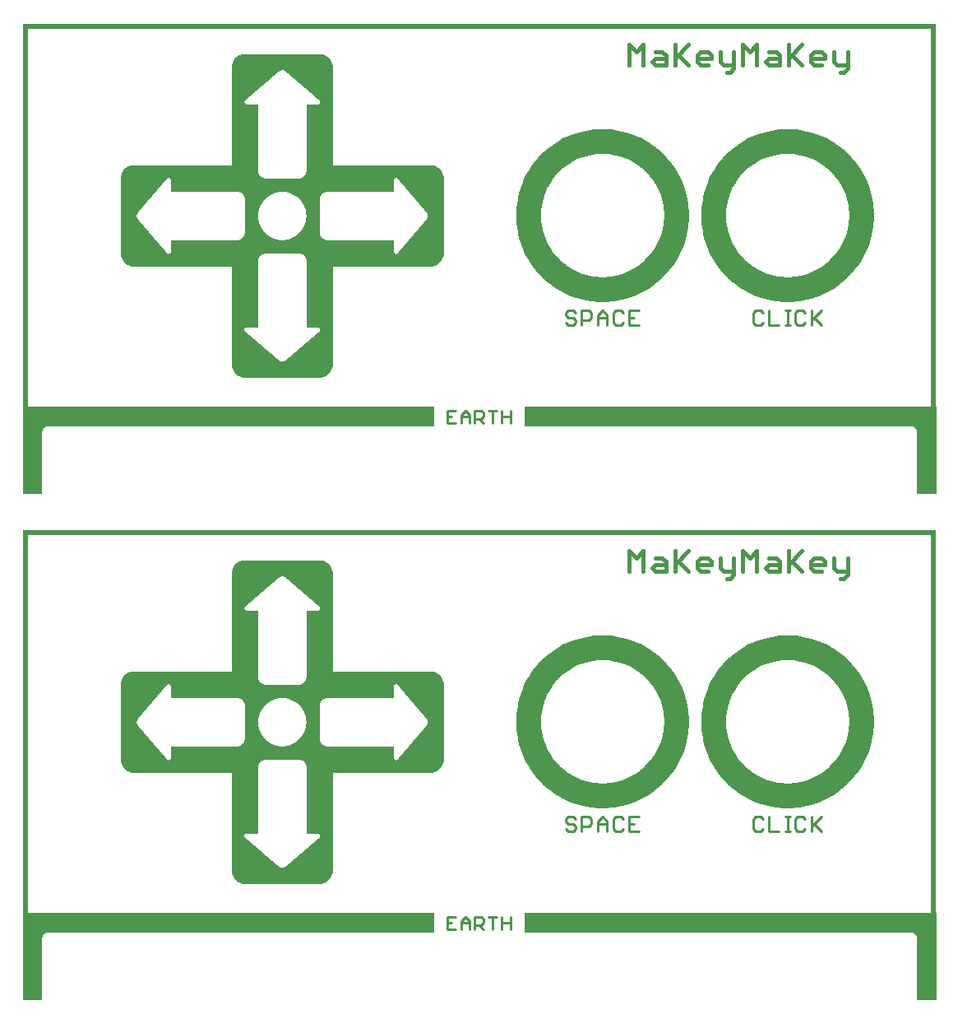
<source format=gto>
G75*
G70*
%OFA0B0*%
%FSLAX24Y24*%
%IPPOS*%
%LPD*%
%AMOC8*
5,1,8,0,0,1.08239X$1,22.5*
%
%ADD10C,0.1000*%
%ADD11C,0.0170*%
%ADD12C,0.0110*%
%ADD13C,0.0100*%
%ADD14C,0.0000*%
%ADD15C,0.0001*%
%ADD16C,0.0090*%
%ADD17R,0.0200X1.5500*%
%ADD18R,3.7000X0.0200*%
D10*
X022340Y011390D02*
X022344Y011537D01*
X022354Y011684D01*
X022372Y011830D01*
X022398Y011975D01*
X022430Y012119D01*
X022469Y012261D01*
X022515Y012401D01*
X022568Y012538D01*
X022628Y012673D01*
X022694Y012804D01*
X022767Y012932D01*
X022846Y013057D01*
X022930Y013177D01*
X023021Y013293D01*
X023117Y013405D01*
X023219Y013511D01*
X023325Y013613D01*
X023437Y013709D01*
X023553Y013800D01*
X023673Y013884D01*
X023798Y013963D01*
X023926Y014036D01*
X024057Y014102D01*
X024192Y014162D01*
X024329Y014215D01*
X024469Y014261D01*
X024611Y014300D01*
X024755Y014332D01*
X024900Y014358D01*
X025046Y014376D01*
X025193Y014386D01*
X025340Y014390D01*
X025487Y014386D01*
X025634Y014376D01*
X025780Y014358D01*
X025925Y014332D01*
X026069Y014300D01*
X026211Y014261D01*
X026351Y014215D01*
X026488Y014162D01*
X026623Y014102D01*
X026754Y014036D01*
X026882Y013963D01*
X027007Y013884D01*
X027127Y013800D01*
X027243Y013709D01*
X027355Y013613D01*
X027461Y013511D01*
X027563Y013405D01*
X027659Y013293D01*
X027750Y013177D01*
X027834Y013057D01*
X027913Y012932D01*
X027986Y012804D01*
X028052Y012673D01*
X028112Y012538D01*
X028165Y012401D01*
X028211Y012261D01*
X028250Y012119D01*
X028282Y011975D01*
X028308Y011830D01*
X028326Y011684D01*
X028336Y011537D01*
X028340Y011390D01*
X028336Y011243D01*
X028326Y011096D01*
X028308Y010950D01*
X028282Y010805D01*
X028250Y010661D01*
X028211Y010519D01*
X028165Y010379D01*
X028112Y010242D01*
X028052Y010107D01*
X027986Y009976D01*
X027913Y009848D01*
X027834Y009723D01*
X027750Y009603D01*
X027659Y009487D01*
X027563Y009375D01*
X027461Y009269D01*
X027355Y009167D01*
X027243Y009071D01*
X027127Y008980D01*
X027007Y008896D01*
X026882Y008817D01*
X026754Y008744D01*
X026623Y008678D01*
X026488Y008618D01*
X026351Y008565D01*
X026211Y008519D01*
X026069Y008480D01*
X025925Y008448D01*
X025780Y008422D01*
X025634Y008404D01*
X025487Y008394D01*
X025340Y008390D01*
X025193Y008394D01*
X025046Y008404D01*
X024900Y008422D01*
X024755Y008448D01*
X024611Y008480D01*
X024469Y008519D01*
X024329Y008565D01*
X024192Y008618D01*
X024057Y008678D01*
X023926Y008744D01*
X023798Y008817D01*
X023673Y008896D01*
X023553Y008980D01*
X023437Y009071D01*
X023325Y009167D01*
X023219Y009269D01*
X023117Y009375D01*
X023021Y009487D01*
X022930Y009603D01*
X022846Y009723D01*
X022767Y009848D01*
X022694Y009976D01*
X022628Y010107D01*
X022568Y010242D01*
X022515Y010379D01*
X022469Y010519D01*
X022430Y010661D01*
X022398Y010805D01*
X022372Y010950D01*
X022354Y011096D01*
X022344Y011243D01*
X022340Y011390D01*
X029840Y011390D02*
X029844Y011537D01*
X029854Y011684D01*
X029872Y011830D01*
X029898Y011975D01*
X029930Y012119D01*
X029969Y012261D01*
X030015Y012401D01*
X030068Y012538D01*
X030128Y012673D01*
X030194Y012804D01*
X030267Y012932D01*
X030346Y013057D01*
X030430Y013177D01*
X030521Y013293D01*
X030617Y013405D01*
X030719Y013511D01*
X030825Y013613D01*
X030937Y013709D01*
X031053Y013800D01*
X031173Y013884D01*
X031298Y013963D01*
X031426Y014036D01*
X031557Y014102D01*
X031692Y014162D01*
X031829Y014215D01*
X031969Y014261D01*
X032111Y014300D01*
X032255Y014332D01*
X032400Y014358D01*
X032546Y014376D01*
X032693Y014386D01*
X032840Y014390D01*
X032987Y014386D01*
X033134Y014376D01*
X033280Y014358D01*
X033425Y014332D01*
X033569Y014300D01*
X033711Y014261D01*
X033851Y014215D01*
X033988Y014162D01*
X034123Y014102D01*
X034254Y014036D01*
X034382Y013963D01*
X034507Y013884D01*
X034627Y013800D01*
X034743Y013709D01*
X034855Y013613D01*
X034961Y013511D01*
X035063Y013405D01*
X035159Y013293D01*
X035250Y013177D01*
X035334Y013057D01*
X035413Y012932D01*
X035486Y012804D01*
X035552Y012673D01*
X035612Y012538D01*
X035665Y012401D01*
X035711Y012261D01*
X035750Y012119D01*
X035782Y011975D01*
X035808Y011830D01*
X035826Y011684D01*
X035836Y011537D01*
X035840Y011390D01*
X035836Y011243D01*
X035826Y011096D01*
X035808Y010950D01*
X035782Y010805D01*
X035750Y010661D01*
X035711Y010519D01*
X035665Y010379D01*
X035612Y010242D01*
X035552Y010107D01*
X035486Y009976D01*
X035413Y009848D01*
X035334Y009723D01*
X035250Y009603D01*
X035159Y009487D01*
X035063Y009375D01*
X034961Y009269D01*
X034855Y009167D01*
X034743Y009071D01*
X034627Y008980D01*
X034507Y008896D01*
X034382Y008817D01*
X034254Y008744D01*
X034123Y008678D01*
X033988Y008618D01*
X033851Y008565D01*
X033711Y008519D01*
X033569Y008480D01*
X033425Y008448D01*
X033280Y008422D01*
X033134Y008404D01*
X032987Y008394D01*
X032840Y008390D01*
X032693Y008394D01*
X032546Y008404D01*
X032400Y008422D01*
X032255Y008448D01*
X032111Y008480D01*
X031969Y008519D01*
X031829Y008565D01*
X031692Y008618D01*
X031557Y008678D01*
X031426Y008744D01*
X031298Y008817D01*
X031173Y008896D01*
X031053Y008980D01*
X030937Y009071D01*
X030825Y009167D01*
X030719Y009269D01*
X030617Y009375D01*
X030521Y009487D01*
X030430Y009603D01*
X030346Y009723D01*
X030267Y009848D01*
X030194Y009976D01*
X030128Y010107D01*
X030068Y010242D01*
X030015Y010379D01*
X029969Y010519D01*
X029930Y010661D01*
X029898Y010805D01*
X029872Y010950D01*
X029854Y011096D01*
X029844Y011243D01*
X029840Y011390D01*
X029840Y031890D02*
X029844Y032037D01*
X029854Y032184D01*
X029872Y032330D01*
X029898Y032475D01*
X029930Y032619D01*
X029969Y032761D01*
X030015Y032901D01*
X030068Y033038D01*
X030128Y033173D01*
X030194Y033304D01*
X030267Y033432D01*
X030346Y033557D01*
X030430Y033677D01*
X030521Y033793D01*
X030617Y033905D01*
X030719Y034011D01*
X030825Y034113D01*
X030937Y034209D01*
X031053Y034300D01*
X031173Y034384D01*
X031298Y034463D01*
X031426Y034536D01*
X031557Y034602D01*
X031692Y034662D01*
X031829Y034715D01*
X031969Y034761D01*
X032111Y034800D01*
X032255Y034832D01*
X032400Y034858D01*
X032546Y034876D01*
X032693Y034886D01*
X032840Y034890D01*
X032987Y034886D01*
X033134Y034876D01*
X033280Y034858D01*
X033425Y034832D01*
X033569Y034800D01*
X033711Y034761D01*
X033851Y034715D01*
X033988Y034662D01*
X034123Y034602D01*
X034254Y034536D01*
X034382Y034463D01*
X034507Y034384D01*
X034627Y034300D01*
X034743Y034209D01*
X034855Y034113D01*
X034961Y034011D01*
X035063Y033905D01*
X035159Y033793D01*
X035250Y033677D01*
X035334Y033557D01*
X035413Y033432D01*
X035486Y033304D01*
X035552Y033173D01*
X035612Y033038D01*
X035665Y032901D01*
X035711Y032761D01*
X035750Y032619D01*
X035782Y032475D01*
X035808Y032330D01*
X035826Y032184D01*
X035836Y032037D01*
X035840Y031890D01*
X035836Y031743D01*
X035826Y031596D01*
X035808Y031450D01*
X035782Y031305D01*
X035750Y031161D01*
X035711Y031019D01*
X035665Y030879D01*
X035612Y030742D01*
X035552Y030607D01*
X035486Y030476D01*
X035413Y030348D01*
X035334Y030223D01*
X035250Y030103D01*
X035159Y029987D01*
X035063Y029875D01*
X034961Y029769D01*
X034855Y029667D01*
X034743Y029571D01*
X034627Y029480D01*
X034507Y029396D01*
X034382Y029317D01*
X034254Y029244D01*
X034123Y029178D01*
X033988Y029118D01*
X033851Y029065D01*
X033711Y029019D01*
X033569Y028980D01*
X033425Y028948D01*
X033280Y028922D01*
X033134Y028904D01*
X032987Y028894D01*
X032840Y028890D01*
X032693Y028894D01*
X032546Y028904D01*
X032400Y028922D01*
X032255Y028948D01*
X032111Y028980D01*
X031969Y029019D01*
X031829Y029065D01*
X031692Y029118D01*
X031557Y029178D01*
X031426Y029244D01*
X031298Y029317D01*
X031173Y029396D01*
X031053Y029480D01*
X030937Y029571D01*
X030825Y029667D01*
X030719Y029769D01*
X030617Y029875D01*
X030521Y029987D01*
X030430Y030103D01*
X030346Y030223D01*
X030267Y030348D01*
X030194Y030476D01*
X030128Y030607D01*
X030068Y030742D01*
X030015Y030879D01*
X029969Y031019D01*
X029930Y031161D01*
X029898Y031305D01*
X029872Y031450D01*
X029854Y031596D01*
X029844Y031743D01*
X029840Y031890D01*
X022340Y031890D02*
X022344Y032037D01*
X022354Y032184D01*
X022372Y032330D01*
X022398Y032475D01*
X022430Y032619D01*
X022469Y032761D01*
X022515Y032901D01*
X022568Y033038D01*
X022628Y033173D01*
X022694Y033304D01*
X022767Y033432D01*
X022846Y033557D01*
X022930Y033677D01*
X023021Y033793D01*
X023117Y033905D01*
X023219Y034011D01*
X023325Y034113D01*
X023437Y034209D01*
X023553Y034300D01*
X023673Y034384D01*
X023798Y034463D01*
X023926Y034536D01*
X024057Y034602D01*
X024192Y034662D01*
X024329Y034715D01*
X024469Y034761D01*
X024611Y034800D01*
X024755Y034832D01*
X024900Y034858D01*
X025046Y034876D01*
X025193Y034886D01*
X025340Y034890D01*
X025487Y034886D01*
X025634Y034876D01*
X025780Y034858D01*
X025925Y034832D01*
X026069Y034800D01*
X026211Y034761D01*
X026351Y034715D01*
X026488Y034662D01*
X026623Y034602D01*
X026754Y034536D01*
X026882Y034463D01*
X027007Y034384D01*
X027127Y034300D01*
X027243Y034209D01*
X027355Y034113D01*
X027461Y034011D01*
X027563Y033905D01*
X027659Y033793D01*
X027750Y033677D01*
X027834Y033557D01*
X027913Y033432D01*
X027986Y033304D01*
X028052Y033173D01*
X028112Y033038D01*
X028165Y032901D01*
X028211Y032761D01*
X028250Y032619D01*
X028282Y032475D01*
X028308Y032330D01*
X028326Y032184D01*
X028336Y032037D01*
X028340Y031890D01*
X028336Y031743D01*
X028326Y031596D01*
X028308Y031450D01*
X028282Y031305D01*
X028250Y031161D01*
X028211Y031019D01*
X028165Y030879D01*
X028112Y030742D01*
X028052Y030607D01*
X027986Y030476D01*
X027913Y030348D01*
X027834Y030223D01*
X027750Y030103D01*
X027659Y029987D01*
X027563Y029875D01*
X027461Y029769D01*
X027355Y029667D01*
X027243Y029571D01*
X027127Y029480D01*
X027007Y029396D01*
X026882Y029317D01*
X026754Y029244D01*
X026623Y029178D01*
X026488Y029118D01*
X026351Y029065D01*
X026211Y029019D01*
X026069Y028980D01*
X025925Y028948D01*
X025780Y028922D01*
X025634Y028904D01*
X025487Y028894D01*
X025340Y028890D01*
X025193Y028894D01*
X025046Y028904D01*
X024900Y028922D01*
X024755Y028948D01*
X024611Y028980D01*
X024469Y029019D01*
X024329Y029065D01*
X024192Y029118D01*
X024057Y029178D01*
X023926Y029244D01*
X023798Y029317D01*
X023673Y029396D01*
X023553Y029480D01*
X023437Y029571D01*
X023325Y029667D01*
X023219Y029769D01*
X023117Y029875D01*
X023021Y029987D01*
X022930Y030103D01*
X022846Y030223D01*
X022767Y030348D01*
X022694Y030476D01*
X022628Y030607D01*
X022568Y030742D01*
X022515Y030879D01*
X022469Y031019D01*
X022430Y031161D01*
X022398Y031305D01*
X022372Y031450D01*
X022354Y031596D01*
X022344Y031743D01*
X022340Y031890D01*
D11*
X026425Y037975D02*
X026425Y038806D01*
X026702Y038529D01*
X026979Y038806D01*
X026979Y037975D01*
X027346Y038113D02*
X027484Y038252D01*
X027900Y038252D01*
X027900Y038390D02*
X027900Y037975D01*
X027484Y037975D01*
X027346Y038113D01*
X027484Y038529D02*
X027761Y038529D01*
X027900Y038390D01*
X028267Y038252D02*
X028820Y038806D01*
X028267Y038806D02*
X028267Y037975D01*
X028405Y038390D02*
X028820Y037975D01*
X029187Y038113D02*
X029187Y038390D01*
X029326Y038529D01*
X029603Y038529D01*
X029741Y038390D01*
X029741Y038252D01*
X029187Y038252D01*
X029187Y038113D02*
X029326Y037975D01*
X029603Y037975D01*
X030108Y038113D02*
X030108Y038529D01*
X030108Y038113D02*
X030247Y037975D01*
X030662Y037975D01*
X030662Y037837D02*
X030523Y037698D01*
X030385Y037698D01*
X030662Y037837D02*
X030662Y038529D01*
X031029Y038806D02*
X031306Y038529D01*
X031583Y038806D01*
X031583Y037975D01*
X031950Y038113D02*
X032088Y038252D01*
X032504Y038252D01*
X032504Y038390D02*
X032504Y037975D01*
X032088Y037975D01*
X031950Y038113D01*
X032088Y038529D02*
X032365Y038529D01*
X032504Y038390D01*
X032871Y038252D02*
X033424Y038806D01*
X033791Y038390D02*
X033930Y038529D01*
X034207Y038529D01*
X034345Y038390D01*
X034345Y038252D01*
X033791Y038252D01*
X033791Y038390D02*
X033791Y038113D01*
X033930Y037975D01*
X034207Y037975D01*
X034712Y038113D02*
X034851Y037975D01*
X035266Y037975D01*
X035266Y037837D02*
X035127Y037698D01*
X034989Y037698D01*
X035266Y037837D02*
X035266Y038529D01*
X034712Y038529D02*
X034712Y038113D01*
X033424Y037975D02*
X033009Y038390D01*
X032871Y037975D02*
X032871Y038806D01*
X031029Y038806D02*
X031029Y037975D01*
X031029Y018306D02*
X031306Y018029D01*
X031583Y018306D01*
X031583Y017475D01*
X031950Y017613D02*
X032088Y017752D01*
X032504Y017752D01*
X032504Y017890D02*
X032504Y017475D01*
X032088Y017475D01*
X031950Y017613D01*
X032088Y018029D02*
X032365Y018029D01*
X032504Y017890D01*
X032871Y017752D02*
X033424Y018306D01*
X033791Y017890D02*
X033930Y018029D01*
X034207Y018029D01*
X034345Y017890D01*
X034345Y017752D01*
X033791Y017752D01*
X033791Y017890D02*
X033791Y017613D01*
X033930Y017475D01*
X034207Y017475D01*
X034712Y017613D02*
X034712Y018029D01*
X034712Y017613D02*
X034851Y017475D01*
X035266Y017475D01*
X035266Y017337D02*
X035127Y017198D01*
X034989Y017198D01*
X035266Y017337D02*
X035266Y018029D01*
X033424Y017475D02*
X033009Y017890D01*
X032871Y017475D02*
X032871Y018306D01*
X031029Y018306D02*
X031029Y017475D01*
X030662Y017475D02*
X030247Y017475D01*
X030108Y017613D01*
X030108Y018029D01*
X029741Y017890D02*
X029741Y017752D01*
X029187Y017752D01*
X029187Y017890D02*
X029326Y018029D01*
X029603Y018029D01*
X029741Y017890D01*
X029603Y017475D02*
X029326Y017475D01*
X029187Y017613D01*
X029187Y017890D01*
X028820Y017475D02*
X028405Y017890D01*
X028267Y017752D02*
X028820Y018306D01*
X028267Y018306D02*
X028267Y017475D01*
X027900Y017475D02*
X027900Y017890D01*
X027761Y018029D01*
X027484Y018029D01*
X027484Y017752D02*
X027900Y017752D01*
X027900Y017475D02*
X027484Y017475D01*
X027346Y017613D01*
X027484Y017752D01*
X026979Y017475D02*
X026979Y018306D01*
X026702Y018029D01*
X026425Y018306D01*
X026425Y017475D01*
X030385Y017198D02*
X030523Y017198D01*
X030662Y017337D01*
X030662Y018029D01*
D12*
X031543Y027445D02*
X031740Y027445D01*
X031839Y027543D01*
X032090Y027445D02*
X032483Y027445D01*
X032734Y027445D02*
X032931Y027445D01*
X032833Y027445D02*
X032833Y028036D01*
X032931Y028036D02*
X032734Y028036D01*
X033164Y027937D02*
X033164Y027543D01*
X033262Y027445D01*
X033459Y027445D01*
X033557Y027543D01*
X033808Y027445D02*
X033808Y028036D01*
X033557Y027937D02*
X033459Y028036D01*
X033262Y028036D01*
X033164Y027937D01*
X033808Y027642D02*
X034202Y028036D01*
X033907Y027740D02*
X034202Y027445D01*
X032090Y027445D02*
X032090Y028036D01*
X031839Y027937D02*
X031740Y028036D01*
X031543Y028036D01*
X031445Y027937D01*
X031445Y027543D01*
X031543Y027445D01*
X026817Y027445D02*
X026423Y027445D01*
X026423Y028036D01*
X026817Y028036D01*
X026620Y027740D02*
X026423Y027740D01*
X026172Y027543D02*
X026074Y027445D01*
X025877Y027445D01*
X025779Y027543D01*
X025779Y027937D01*
X025877Y028036D01*
X026074Y028036D01*
X026172Y027937D01*
X025528Y027839D02*
X025528Y027445D01*
X025528Y027740D02*
X025134Y027740D01*
X025134Y027839D02*
X025331Y028036D01*
X025528Y027839D01*
X025134Y027839D02*
X025134Y027445D01*
X024883Y027740D02*
X024785Y027642D01*
X024490Y027642D01*
X024490Y027445D02*
X024490Y028036D01*
X024785Y028036D01*
X024883Y027937D01*
X024883Y027740D01*
X024239Y027642D02*
X024239Y027543D01*
X024140Y027445D01*
X023943Y027445D01*
X023845Y027543D01*
X023943Y027740D02*
X024140Y027740D01*
X024239Y027642D01*
X024239Y027937D02*
X024140Y028036D01*
X023943Y028036D01*
X023845Y027937D01*
X023845Y027839D01*
X023943Y027740D01*
X023943Y007536D02*
X023845Y007437D01*
X023845Y007339D01*
X023943Y007240D01*
X024140Y007240D01*
X024239Y007142D01*
X024239Y007043D01*
X024140Y006945D01*
X023943Y006945D01*
X023845Y007043D01*
X023943Y007536D02*
X024140Y007536D01*
X024239Y007437D01*
X024490Y007536D02*
X024490Y006945D01*
X024490Y007142D02*
X024785Y007142D01*
X024883Y007240D01*
X024883Y007437D01*
X024785Y007536D01*
X024490Y007536D01*
X025134Y007339D02*
X025134Y006945D01*
X025134Y007240D02*
X025528Y007240D01*
X025528Y007339D02*
X025528Y006945D01*
X025779Y007043D02*
X025779Y007437D01*
X025877Y007536D01*
X026074Y007536D01*
X026172Y007437D01*
X026423Y007536D02*
X026423Y006945D01*
X026817Y006945D01*
X026620Y007240D02*
X026423Y007240D01*
X026423Y007536D02*
X026817Y007536D01*
X026172Y007043D02*
X026074Y006945D01*
X025877Y006945D01*
X025779Y007043D01*
X025528Y007339D02*
X025331Y007536D01*
X025134Y007339D01*
X031445Y007437D02*
X031445Y007043D01*
X031543Y006945D01*
X031740Y006945D01*
X031839Y007043D01*
X032090Y006945D02*
X032483Y006945D01*
X032734Y006945D02*
X032931Y006945D01*
X032833Y006945D02*
X032833Y007536D01*
X032931Y007536D02*
X032734Y007536D01*
X033164Y007437D02*
X033164Y007043D01*
X033262Y006945D01*
X033459Y006945D01*
X033557Y007043D01*
X033808Y006945D02*
X033808Y007536D01*
X033557Y007437D02*
X033459Y007536D01*
X033262Y007536D01*
X033164Y007437D01*
X033808Y007142D02*
X034202Y007536D01*
X033907Y007240D02*
X034202Y006945D01*
X032090Y006945D02*
X032090Y007536D01*
X031839Y007437D02*
X031740Y007536D01*
X031543Y007536D01*
X031445Y007437D01*
D13*
X018840Y009890D02*
X018840Y012890D01*
X018838Y012934D01*
X018832Y012977D01*
X018823Y013019D01*
X018810Y013061D01*
X018793Y013101D01*
X018773Y013140D01*
X018750Y013177D01*
X018723Y013211D01*
X018694Y013244D01*
X018661Y013273D01*
X018627Y013300D01*
X018590Y013323D01*
X018551Y013343D01*
X018511Y013360D01*
X018469Y013373D01*
X018427Y013382D01*
X018384Y013388D01*
X018340Y013390D01*
X014340Y013390D01*
X014340Y017390D01*
X014338Y017434D01*
X014332Y017477D01*
X014323Y017519D01*
X014310Y017561D01*
X014293Y017601D01*
X014273Y017640D01*
X014250Y017677D01*
X014223Y017711D01*
X014194Y017744D01*
X014161Y017773D01*
X014127Y017800D01*
X014090Y017823D01*
X014051Y017843D01*
X014011Y017860D01*
X013969Y017873D01*
X013927Y017882D01*
X013884Y017888D01*
X013840Y017890D01*
X010840Y017890D01*
X010796Y017888D01*
X010753Y017882D01*
X010711Y017873D01*
X010669Y017860D01*
X010629Y017843D01*
X010590Y017823D01*
X010553Y017800D01*
X010519Y017773D01*
X010486Y017744D01*
X010457Y017711D01*
X010430Y017677D01*
X010407Y017640D01*
X010387Y017601D01*
X010370Y017561D01*
X010357Y017519D01*
X010348Y017477D01*
X010342Y017434D01*
X010340Y017390D01*
X010340Y013390D01*
X006340Y013390D01*
X006296Y013388D01*
X006253Y013382D01*
X006211Y013373D01*
X006169Y013360D01*
X006129Y013343D01*
X006090Y013323D01*
X006053Y013300D01*
X006019Y013273D01*
X005986Y013244D01*
X005957Y013211D01*
X005930Y013177D01*
X005907Y013140D01*
X005887Y013101D01*
X005870Y013061D01*
X005857Y013019D01*
X005848Y012977D01*
X005842Y012934D01*
X005840Y012890D01*
X005840Y009890D01*
X005842Y009846D01*
X005848Y009803D01*
X005857Y009761D01*
X005870Y009719D01*
X005887Y009679D01*
X005907Y009640D01*
X005930Y009603D01*
X005957Y009569D01*
X005986Y009536D01*
X006019Y009507D01*
X006053Y009480D01*
X006090Y009457D01*
X006129Y009437D01*
X006169Y009420D01*
X006211Y009407D01*
X006253Y009398D01*
X006296Y009392D01*
X006340Y009390D01*
X010340Y009390D01*
X010340Y005390D01*
X010342Y005346D01*
X010348Y005303D01*
X010357Y005261D01*
X010370Y005219D01*
X010387Y005179D01*
X010407Y005140D01*
X010430Y005103D01*
X010457Y005069D01*
X010486Y005036D01*
X010519Y005007D01*
X010553Y004980D01*
X010590Y004957D01*
X010629Y004937D01*
X010669Y004920D01*
X010711Y004907D01*
X010753Y004898D01*
X010796Y004892D01*
X010840Y004890D01*
X013840Y004890D01*
X013884Y004892D01*
X013927Y004898D01*
X013969Y004907D01*
X014011Y004920D01*
X014051Y004937D01*
X014090Y004957D01*
X014127Y004980D01*
X014161Y005007D01*
X014194Y005036D01*
X014223Y005069D01*
X014250Y005103D01*
X014273Y005140D01*
X014293Y005179D01*
X014310Y005219D01*
X014323Y005261D01*
X014332Y005303D01*
X014338Y005346D01*
X014340Y005390D01*
X014340Y009390D01*
X018340Y009390D01*
X018384Y009392D01*
X018427Y009398D01*
X018469Y009407D01*
X018511Y009420D01*
X018551Y009437D01*
X018590Y009457D01*
X018627Y009480D01*
X018661Y009507D01*
X018694Y009536D01*
X018723Y009569D01*
X018750Y009603D01*
X018773Y009640D01*
X018793Y009679D01*
X018810Y009719D01*
X018823Y009761D01*
X018832Y009803D01*
X018838Y009846D01*
X018840Y009890D01*
X013840Y025390D02*
X010840Y025390D01*
X010796Y025392D01*
X010753Y025398D01*
X010711Y025407D01*
X010669Y025420D01*
X010629Y025437D01*
X010590Y025457D01*
X010553Y025480D01*
X010519Y025507D01*
X010486Y025536D01*
X010457Y025569D01*
X010430Y025603D01*
X010407Y025640D01*
X010387Y025679D01*
X010370Y025719D01*
X010357Y025761D01*
X010348Y025803D01*
X010342Y025846D01*
X010340Y025890D01*
X010340Y029890D01*
X006340Y029890D01*
X006296Y029892D01*
X006253Y029898D01*
X006211Y029907D01*
X006169Y029920D01*
X006129Y029937D01*
X006090Y029957D01*
X006053Y029980D01*
X006019Y030007D01*
X005986Y030036D01*
X005957Y030069D01*
X005930Y030103D01*
X005907Y030140D01*
X005887Y030179D01*
X005870Y030219D01*
X005857Y030261D01*
X005848Y030303D01*
X005842Y030346D01*
X005840Y030390D01*
X005840Y033390D01*
X005842Y033434D01*
X005848Y033477D01*
X005857Y033519D01*
X005870Y033561D01*
X005887Y033601D01*
X005907Y033640D01*
X005930Y033677D01*
X005957Y033711D01*
X005986Y033744D01*
X006019Y033773D01*
X006053Y033800D01*
X006090Y033823D01*
X006129Y033843D01*
X006169Y033860D01*
X006211Y033873D01*
X006253Y033882D01*
X006296Y033888D01*
X006340Y033890D01*
X010340Y033890D01*
X010340Y037890D01*
X010342Y037934D01*
X010348Y037977D01*
X010357Y038019D01*
X010370Y038061D01*
X010387Y038101D01*
X010407Y038140D01*
X010430Y038177D01*
X010457Y038211D01*
X010486Y038244D01*
X010519Y038273D01*
X010553Y038300D01*
X010590Y038323D01*
X010629Y038343D01*
X010669Y038360D01*
X010711Y038373D01*
X010753Y038382D01*
X010796Y038388D01*
X010840Y038390D01*
X013840Y038390D01*
X013884Y038388D01*
X013927Y038382D01*
X013969Y038373D01*
X014011Y038360D01*
X014051Y038343D01*
X014090Y038323D01*
X014127Y038300D01*
X014161Y038273D01*
X014194Y038244D01*
X014223Y038211D01*
X014250Y038177D01*
X014273Y038140D01*
X014293Y038101D01*
X014310Y038061D01*
X014323Y038019D01*
X014332Y037977D01*
X014338Y037934D01*
X014340Y037890D01*
X014340Y033890D01*
X018340Y033890D01*
X018384Y033888D01*
X018427Y033882D01*
X018469Y033873D01*
X018511Y033860D01*
X018551Y033843D01*
X018590Y033823D01*
X018627Y033800D01*
X018661Y033773D01*
X018694Y033744D01*
X018723Y033711D01*
X018750Y033677D01*
X018773Y033640D01*
X018793Y033601D01*
X018810Y033561D01*
X018823Y033519D01*
X018832Y033477D01*
X018838Y033434D01*
X018840Y033390D01*
X018840Y030390D01*
X018838Y030346D01*
X018832Y030303D01*
X018823Y030261D01*
X018810Y030219D01*
X018793Y030179D01*
X018773Y030140D01*
X018750Y030103D01*
X018723Y030069D01*
X018694Y030036D01*
X018661Y030007D01*
X018627Y029980D01*
X018590Y029957D01*
X018551Y029937D01*
X018511Y029920D01*
X018469Y029907D01*
X018427Y029898D01*
X018384Y029892D01*
X018340Y029890D01*
X014340Y029890D01*
X014340Y025890D01*
X014338Y025846D01*
X014332Y025803D01*
X014323Y025761D01*
X014310Y025719D01*
X014293Y025679D01*
X014273Y025640D01*
X014250Y025603D01*
X014223Y025569D01*
X014194Y025536D01*
X014161Y025507D01*
X014127Y025480D01*
X014090Y025457D01*
X014051Y025437D01*
X014011Y025420D01*
X013969Y025407D01*
X013927Y025398D01*
X013884Y025392D01*
X013840Y025390D01*
D14*
X013927Y025398D01*
X014011Y025420D01*
X014090Y025457D01*
X014161Y025507D01*
X014223Y025569D01*
X014273Y025640D01*
X014310Y025719D01*
X014332Y025803D01*
X014340Y025890D01*
X014340Y030890D01*
X012340Y030890D01*
X012340Y030390D01*
X013020Y030390D01*
X013082Y030384D01*
X013142Y030366D01*
X013198Y030336D01*
X013246Y030296D01*
X013286Y030248D01*
X013316Y030192D01*
X013334Y030132D01*
X013340Y030070D01*
X013340Y027390D01*
X013788Y027390D01*
X013818Y027386D01*
X013845Y027374D01*
X013869Y027355D01*
X013886Y027331D01*
X013897Y027303D01*
X013899Y027272D01*
X013894Y027243D01*
X013881Y027216D01*
X013861Y027193D01*
X012503Y026029D01*
X012467Y026004D01*
X012427Y025985D01*
X012384Y025974D01*
X012340Y025970D01*
X012340Y025390D01*
X013840Y025390D01*
X012340Y025390D02*
X010840Y025390D01*
X010753Y025398D01*
X010669Y025420D01*
X010590Y025457D01*
X010519Y025507D01*
X010457Y025569D01*
X010407Y025640D01*
X010370Y025719D01*
X010348Y025803D01*
X010340Y025890D01*
X010340Y030890D01*
X012340Y030890D01*
X012340Y030390D01*
X011660Y030390D01*
X011598Y030384D01*
X011538Y030366D01*
X011482Y030336D01*
X011434Y030296D01*
X011394Y030248D01*
X011364Y030192D01*
X011346Y030132D01*
X011340Y030070D01*
X011340Y027390D01*
X010892Y027390D01*
X010862Y027386D01*
X010835Y027374D01*
X010811Y027355D01*
X010794Y027331D01*
X010783Y027303D01*
X010781Y027272D01*
X010786Y027243D01*
X010799Y027216D01*
X010819Y027193D01*
X012177Y026029D01*
X012213Y026004D01*
X012253Y025985D01*
X012296Y025974D01*
X012340Y025970D01*
X012340Y025390D01*
X011340Y029890D02*
X011340Y031890D01*
X010840Y031890D01*
X010840Y031210D01*
X010834Y031148D01*
X010816Y031088D01*
X010786Y031032D01*
X010746Y030984D01*
X010698Y030944D01*
X010642Y030914D01*
X010582Y030896D01*
X010520Y030890D01*
X007840Y030890D01*
X007840Y030442D01*
X007836Y030412D01*
X007824Y030385D01*
X007805Y030361D01*
X007781Y030344D01*
X007753Y030333D01*
X007722Y030331D01*
X007693Y030336D01*
X007666Y030349D01*
X007643Y030369D01*
X006479Y031727D01*
X006454Y031763D01*
X006435Y031803D01*
X006424Y031846D01*
X006420Y031890D01*
X005840Y031890D01*
X005840Y030390D01*
X005848Y030303D01*
X005870Y030219D01*
X005907Y030140D01*
X005957Y030069D01*
X006019Y030007D01*
X006090Y029957D01*
X006169Y029920D01*
X006253Y029898D01*
X006340Y029890D01*
X011340Y029890D01*
X010840Y030890D02*
X010840Y032890D01*
X010840Y031640D01*
X010899Y031569D01*
X010946Y031489D01*
X010977Y031402D01*
X010993Y031311D01*
X010993Y031219D01*
X010977Y031128D01*
X010946Y031041D01*
X010899Y030961D01*
X010840Y030890D01*
X012340Y030890D01*
X012198Y030900D01*
X012058Y030931D01*
X011925Y030980D01*
X011799Y031049D01*
X011685Y031134D01*
X011584Y031235D01*
X011499Y031349D01*
X011430Y031475D01*
X011381Y031608D01*
X011350Y031748D01*
X011340Y031890D01*
X010840Y031890D01*
X010840Y032570D01*
X010834Y032632D01*
X010816Y032692D01*
X010786Y032748D01*
X010746Y032796D01*
X010698Y032836D01*
X010642Y032866D01*
X010582Y032884D01*
X010520Y032890D01*
X007840Y032890D01*
X007840Y033338D01*
X007836Y033368D01*
X007824Y033395D01*
X007805Y033419D01*
X007781Y033436D01*
X007753Y033447D01*
X007722Y033449D01*
X007693Y033444D01*
X007666Y033431D01*
X007643Y033411D01*
X006479Y032053D01*
X006454Y032017D01*
X006435Y031977D01*
X006424Y031934D01*
X006420Y031890D01*
X005840Y031890D01*
X005840Y033390D01*
X005848Y033477D01*
X005870Y033561D01*
X005907Y033640D01*
X005957Y033711D01*
X006019Y033773D01*
X006090Y033823D01*
X006169Y033860D01*
X006253Y033882D01*
X006340Y033890D01*
X011340Y033890D01*
X011340Y031890D01*
X011350Y032032D01*
X011381Y032172D01*
X011430Y032305D01*
X011499Y032431D01*
X011584Y032545D01*
X011685Y032646D01*
X011799Y032731D01*
X011925Y032800D01*
X012058Y032849D01*
X012198Y032880D01*
X012340Y032890D01*
X012340Y033390D01*
X011660Y033390D01*
X011598Y033396D01*
X011538Y033414D01*
X011482Y033444D01*
X011434Y033484D01*
X011394Y033532D01*
X011364Y033588D01*
X011346Y033648D01*
X011340Y033710D01*
X011340Y036390D01*
X010892Y036390D01*
X010862Y036394D01*
X010835Y036406D01*
X010811Y036425D01*
X010794Y036449D01*
X010783Y036477D01*
X010781Y036508D01*
X010786Y036537D01*
X010799Y036564D01*
X010819Y036587D01*
X012177Y037751D01*
X012213Y037776D01*
X012253Y037795D01*
X012296Y037806D01*
X012340Y037810D01*
X012340Y038390D01*
X010840Y038390D01*
X010753Y038382D01*
X010669Y038360D01*
X010590Y038323D01*
X010519Y038273D01*
X010457Y038211D01*
X010407Y038140D01*
X010370Y038061D01*
X010348Y037977D01*
X010340Y037890D01*
X010340Y032890D01*
X012340Y032890D01*
X012340Y033390D01*
X013020Y033390D01*
X013082Y033396D01*
X013142Y033414D01*
X013198Y033444D01*
X013246Y033484D01*
X013286Y033532D01*
X013316Y033588D01*
X013334Y033648D01*
X013340Y033710D01*
X013340Y036390D01*
X013788Y036390D01*
X013818Y036394D01*
X013845Y036406D01*
X013869Y036425D01*
X013886Y036449D01*
X013897Y036477D01*
X013899Y036508D01*
X013894Y036537D01*
X013881Y036564D01*
X013861Y036587D01*
X012503Y037751D01*
X012467Y037776D01*
X012427Y037795D01*
X012384Y037806D01*
X012340Y037810D01*
X012340Y038390D01*
X013840Y038390D01*
X013927Y038382D01*
X014011Y038360D01*
X014090Y038323D01*
X014161Y038273D01*
X014223Y038211D01*
X014273Y038140D01*
X014310Y038061D01*
X014332Y037977D01*
X014340Y037890D01*
X014340Y032890D01*
X012340Y032890D01*
X012482Y032880D01*
X012622Y032849D01*
X012755Y032800D01*
X012881Y032731D01*
X012995Y032646D01*
X013096Y032545D01*
X013181Y032431D01*
X013250Y032305D01*
X013299Y032172D01*
X013330Y032032D01*
X013340Y031890D01*
X013840Y031890D01*
X013840Y032570D01*
X013846Y032632D01*
X013864Y032692D01*
X013894Y032748D01*
X013934Y032796D01*
X013982Y032836D01*
X014038Y032866D01*
X014098Y032884D01*
X014160Y032890D01*
X016840Y032890D01*
X016840Y033338D01*
X016844Y033368D01*
X016856Y033395D01*
X016875Y033419D01*
X016899Y033436D01*
X016927Y033447D01*
X016958Y033449D01*
X016987Y033444D01*
X017014Y033431D01*
X017037Y033411D01*
X018201Y032053D01*
X018226Y032017D01*
X018245Y031977D01*
X018256Y031934D01*
X018260Y031890D01*
X018840Y031890D01*
X018840Y033390D01*
X018832Y033477D01*
X018810Y033561D01*
X018773Y033640D01*
X018723Y033711D01*
X018661Y033773D01*
X018590Y033823D01*
X018511Y033860D01*
X018427Y033882D01*
X018340Y033890D01*
X013340Y033890D01*
X013340Y031890D01*
X013840Y031890D01*
X013840Y031210D01*
X013846Y031148D01*
X013864Y031088D01*
X013894Y031032D01*
X013934Y030984D01*
X013982Y030944D01*
X014038Y030914D01*
X014098Y030896D01*
X014160Y030890D01*
X016840Y030890D01*
X016840Y030442D01*
X016844Y030412D01*
X016856Y030385D01*
X016875Y030361D01*
X016899Y030344D01*
X016927Y030333D01*
X016958Y030331D01*
X016987Y030336D01*
X017014Y030349D01*
X017037Y030369D01*
X018201Y031727D01*
X018226Y031763D01*
X018245Y031803D01*
X018256Y031846D01*
X018260Y031890D01*
X018840Y031890D01*
X018840Y030390D01*
X018832Y030303D01*
X018810Y030219D01*
X018773Y030140D01*
X018723Y030069D01*
X018661Y030007D01*
X018590Y029957D01*
X018511Y029920D01*
X018427Y029898D01*
X018340Y029890D01*
X013340Y029890D01*
X013340Y031890D01*
X013330Y031748D01*
X013299Y031608D01*
X013250Y031475D01*
X013181Y031349D01*
X013096Y031235D01*
X012995Y031134D01*
X012881Y031049D01*
X012755Y030980D01*
X012622Y030931D01*
X012482Y030900D01*
X012340Y030890D01*
X013840Y030890D01*
X013840Y032890D01*
X010840Y032890D01*
X010840Y030890D01*
X018490Y024140D02*
X018490Y023390D01*
X002840Y023390D01*
X002791Y023385D01*
X002744Y023371D01*
X002701Y023348D01*
X002663Y023317D01*
X002632Y023279D01*
X002609Y023236D01*
X002595Y023189D01*
X002590Y023140D01*
X002590Y020640D01*
X001840Y020640D01*
X001840Y024140D01*
X018490Y024140D01*
X022190Y024140D02*
X022190Y023390D01*
X037840Y023390D01*
X037889Y023385D01*
X037936Y023371D01*
X037979Y023348D01*
X038017Y023317D01*
X038048Y023279D01*
X038071Y023236D01*
X038085Y023189D01*
X038090Y023140D01*
X038090Y020640D01*
X038840Y020640D01*
X038840Y024140D01*
X022190Y024140D01*
X014223Y017711D02*
X014273Y017640D01*
X014310Y017561D01*
X014332Y017477D01*
X014340Y017390D01*
X014340Y012390D01*
X012340Y012390D01*
X012340Y012890D01*
X011660Y012890D01*
X011598Y012896D01*
X011538Y012914D01*
X011482Y012944D01*
X011434Y012984D01*
X011394Y013032D01*
X011364Y013088D01*
X011346Y013148D01*
X011340Y013210D01*
X011340Y015890D01*
X010892Y015890D01*
X010862Y015894D01*
X010835Y015906D01*
X010811Y015925D01*
X010794Y015949D01*
X010783Y015977D01*
X010781Y016008D01*
X010786Y016037D01*
X010799Y016064D01*
X010819Y016087D01*
X012177Y017251D01*
X012213Y017276D01*
X012253Y017295D01*
X012296Y017306D01*
X012340Y017310D01*
X012340Y017890D01*
X010840Y017890D01*
X010753Y017882D01*
X010669Y017860D01*
X010590Y017823D01*
X010519Y017773D01*
X010457Y017711D01*
X010407Y017640D01*
X010370Y017561D01*
X010348Y017477D01*
X010340Y017390D01*
X010340Y012390D01*
X012340Y012390D01*
X012340Y012890D01*
X013020Y012890D01*
X013082Y012896D01*
X013142Y012914D01*
X013198Y012944D01*
X013246Y012984D01*
X013286Y013032D01*
X013316Y013088D01*
X013334Y013148D01*
X013340Y013210D01*
X013340Y015890D01*
X013788Y015890D01*
X013818Y015894D01*
X013845Y015906D01*
X013869Y015925D01*
X013886Y015949D01*
X013897Y015977D01*
X013899Y016008D01*
X013894Y016037D01*
X013881Y016064D01*
X013861Y016087D01*
X012503Y017251D01*
X012467Y017276D01*
X012427Y017295D01*
X012384Y017306D01*
X012340Y017310D01*
X012340Y017890D01*
X013840Y017890D01*
X013927Y017882D01*
X014011Y017860D01*
X014090Y017823D01*
X014161Y017773D01*
X014223Y017711D01*
X013340Y013390D02*
X013340Y011390D01*
X013840Y011390D01*
X013840Y012070D01*
X013846Y012132D01*
X013864Y012192D01*
X013894Y012248D01*
X013934Y012296D01*
X013982Y012336D01*
X014038Y012366D01*
X014098Y012384D01*
X014160Y012390D01*
X016840Y012390D01*
X016840Y012838D01*
X016844Y012868D01*
X016856Y012895D01*
X016875Y012919D01*
X016899Y012936D01*
X016927Y012947D01*
X016958Y012949D01*
X016987Y012944D01*
X017014Y012931D01*
X017037Y012911D01*
X018201Y011553D01*
X018226Y011517D01*
X018245Y011477D01*
X018256Y011434D01*
X018260Y011390D01*
X018840Y011390D01*
X018840Y012890D01*
X018832Y012977D01*
X018810Y013061D01*
X018773Y013140D01*
X018723Y013211D01*
X018661Y013273D01*
X018590Y013323D01*
X018511Y013360D01*
X018427Y013382D01*
X018340Y013390D01*
X013340Y013390D01*
X013840Y012390D02*
X013840Y010390D01*
X012340Y010390D01*
X012340Y009890D01*
X013020Y009890D01*
X013082Y009884D01*
X013142Y009866D01*
X013198Y009836D01*
X013246Y009796D01*
X013286Y009748D01*
X013316Y009692D01*
X013334Y009632D01*
X013340Y009570D01*
X013340Y006890D01*
X013788Y006890D01*
X013818Y006886D01*
X013845Y006874D01*
X013869Y006855D01*
X013886Y006831D01*
X013897Y006803D01*
X013899Y006772D01*
X013894Y006743D01*
X013881Y006716D01*
X013861Y006693D01*
X012503Y005529D01*
X012467Y005504D01*
X012427Y005485D01*
X012384Y005474D01*
X012340Y005470D01*
X012340Y004890D01*
X013840Y004890D01*
X013927Y004898D01*
X014011Y004920D01*
X014090Y004957D01*
X014161Y005007D01*
X014223Y005069D01*
X014273Y005140D01*
X014310Y005219D01*
X014332Y005303D01*
X014340Y005390D01*
X014340Y010390D01*
X012340Y010390D01*
X012340Y009890D01*
X011660Y009890D01*
X011598Y009884D01*
X011538Y009866D01*
X011482Y009836D01*
X011434Y009796D01*
X011394Y009748D01*
X011364Y009692D01*
X011346Y009632D01*
X011340Y009570D01*
X011340Y006890D01*
X010892Y006890D01*
X010862Y006886D01*
X010835Y006874D01*
X010811Y006855D01*
X010794Y006831D01*
X010783Y006803D01*
X010781Y006772D01*
X010786Y006743D01*
X010799Y006716D01*
X010819Y006693D01*
X012177Y005529D01*
X012213Y005504D01*
X012253Y005485D01*
X012296Y005474D01*
X012340Y005470D01*
X012340Y004890D01*
X010840Y004890D01*
X010753Y004898D01*
X010669Y004920D01*
X010590Y004957D01*
X010519Y005007D01*
X010457Y005069D01*
X010407Y005140D01*
X010370Y005219D01*
X010348Y005303D01*
X010340Y005390D01*
X010340Y010390D01*
X012340Y010390D01*
X010840Y010390D01*
X010840Y012390D01*
X010840Y011140D01*
X010899Y011069D01*
X010946Y010989D01*
X010977Y010902D01*
X010993Y010811D01*
X010993Y010719D01*
X010977Y010628D01*
X010946Y010541D01*
X010899Y010461D01*
X010840Y010390D01*
X010840Y012390D01*
X013840Y012390D01*
X013181Y011931D02*
X013096Y012045D01*
X012995Y012146D01*
X012881Y012231D01*
X012755Y012300D01*
X012622Y012349D01*
X012482Y012380D01*
X012340Y012390D01*
X012198Y012380D01*
X012058Y012349D01*
X011925Y012300D01*
X011799Y012231D01*
X011685Y012146D01*
X011584Y012045D01*
X011499Y011931D01*
X011430Y011805D01*
X011381Y011672D01*
X011350Y011532D01*
X011340Y011390D01*
X010840Y011390D01*
X010840Y010710D01*
X010834Y010648D01*
X010816Y010588D01*
X010786Y010532D01*
X010746Y010484D01*
X010698Y010444D01*
X010642Y010414D01*
X010582Y010396D01*
X010520Y010390D01*
X007840Y010390D01*
X007840Y009942D01*
X007836Y009912D01*
X007824Y009885D01*
X007805Y009861D01*
X007781Y009844D01*
X007753Y009833D01*
X007722Y009831D01*
X007693Y009836D01*
X007666Y009849D01*
X007643Y009869D01*
X006479Y011227D01*
X006454Y011263D01*
X006435Y011303D01*
X006424Y011346D01*
X006420Y011390D01*
X005840Y011390D01*
X005840Y009890D01*
X005848Y009803D01*
X005870Y009719D01*
X005907Y009640D01*
X005957Y009569D01*
X006019Y009507D01*
X006090Y009457D01*
X006169Y009420D01*
X006253Y009398D01*
X006340Y009390D01*
X011340Y009390D01*
X011340Y011390D01*
X010840Y011390D01*
X010840Y012070D01*
X010834Y012132D01*
X010816Y012192D01*
X010786Y012248D01*
X010746Y012296D01*
X010698Y012336D01*
X010642Y012366D01*
X010582Y012384D01*
X010520Y012390D01*
X007840Y012390D01*
X007840Y012838D01*
X007836Y012868D01*
X007824Y012895D01*
X007805Y012919D01*
X007781Y012936D01*
X007753Y012947D01*
X007722Y012949D01*
X007693Y012944D01*
X007666Y012931D01*
X007643Y012911D01*
X006479Y011553D01*
X006454Y011517D01*
X006435Y011477D01*
X006424Y011434D01*
X006420Y011390D01*
X005840Y011390D01*
X005840Y012890D01*
X005848Y012977D01*
X005870Y013061D01*
X005907Y013140D01*
X005957Y013211D01*
X006019Y013273D01*
X006090Y013323D01*
X006169Y013360D01*
X006253Y013382D01*
X006340Y013390D01*
X011340Y013390D01*
X011340Y011390D01*
X011350Y011248D01*
X011381Y011108D01*
X011430Y010975D01*
X011499Y010849D01*
X011584Y010735D01*
X011685Y010634D01*
X011799Y010549D01*
X011925Y010480D01*
X012058Y010431D01*
X012198Y010400D01*
X012340Y010390D01*
X012482Y010400D01*
X012622Y010431D01*
X012755Y010480D01*
X012881Y010549D01*
X012995Y010634D01*
X013096Y010735D01*
X013181Y010849D01*
X013250Y010975D01*
X013299Y011108D01*
X013330Y011248D01*
X013340Y011390D01*
X013840Y011390D01*
X013840Y010710D01*
X013846Y010648D01*
X013864Y010588D01*
X013894Y010532D01*
X013934Y010484D01*
X013982Y010444D01*
X014038Y010414D01*
X014098Y010396D01*
X014160Y010390D01*
X016840Y010390D01*
X016840Y009942D01*
X016844Y009912D01*
X016856Y009885D01*
X016875Y009861D01*
X016899Y009844D01*
X016927Y009833D01*
X016958Y009831D01*
X016987Y009836D01*
X017014Y009849D01*
X017037Y009869D01*
X018201Y011227D01*
X018226Y011263D01*
X018245Y011303D01*
X018256Y011346D01*
X018260Y011390D01*
X018840Y011390D01*
X018840Y009890D01*
X018832Y009803D01*
X018810Y009719D01*
X018773Y009640D01*
X018723Y009569D01*
X018661Y009507D01*
X018590Y009457D01*
X018511Y009420D01*
X018427Y009398D01*
X018340Y009390D01*
X013340Y009390D01*
X013340Y011390D01*
X013330Y011532D01*
X013299Y011672D01*
X013250Y011805D01*
X013181Y011931D01*
X018490Y003640D02*
X018490Y002890D01*
X002840Y002890D01*
X002791Y002885D01*
X002744Y002871D01*
X002701Y002848D01*
X002663Y002817D01*
X002632Y002779D01*
X002609Y002736D01*
X002595Y002689D01*
X002590Y002640D01*
X002590Y000140D01*
X001840Y000140D01*
X001840Y003640D01*
X018490Y003640D01*
X022190Y003640D02*
X022190Y002890D01*
X037840Y002890D01*
X037889Y002885D01*
X037936Y002871D01*
X037979Y002848D01*
X038017Y002817D01*
X038048Y002779D01*
X038071Y002736D01*
X038085Y002689D01*
X038090Y002640D01*
X038090Y000140D01*
X038840Y000140D01*
X038840Y003640D01*
X022190Y003640D01*
D15*
X002590Y000140D02*
X001840Y000140D01*
X001840Y000141D02*
X002590Y000141D01*
X002590Y000142D02*
X001840Y000142D01*
X001840Y000143D02*
X002590Y000143D01*
X002590Y000144D02*
X001840Y000144D01*
X001840Y000145D02*
X002590Y000145D01*
X002590Y000146D02*
X001840Y000146D01*
X001840Y000147D02*
X002590Y000147D01*
X002590Y000148D02*
X001840Y000148D01*
X001840Y000149D02*
X002590Y000149D01*
X002590Y000150D02*
X001840Y000150D01*
X001840Y000151D02*
X002590Y000151D01*
X002590Y000152D02*
X001840Y000152D01*
X001840Y000153D02*
X002590Y000153D01*
X002590Y000154D02*
X001840Y000154D01*
X001840Y000155D02*
X002590Y000155D01*
X002590Y000156D02*
X001840Y000156D01*
X001840Y000157D02*
X002590Y000157D01*
X002590Y000158D02*
X001840Y000158D01*
X001840Y000159D02*
X002590Y000159D01*
X002590Y000160D02*
X001840Y000160D01*
X001840Y000161D02*
X002590Y000161D01*
X002590Y000162D02*
X001840Y000162D01*
X001840Y000163D02*
X002590Y000163D01*
X002590Y000164D02*
X001840Y000164D01*
X001840Y000165D02*
X002590Y000165D01*
X002590Y000166D02*
X001840Y000166D01*
X001840Y000167D02*
X002590Y000167D01*
X002590Y000168D02*
X001840Y000168D01*
X001840Y000169D02*
X002590Y000169D01*
X002590Y000170D02*
X001840Y000170D01*
X001840Y000171D02*
X002590Y000171D01*
X002590Y000172D02*
X001840Y000172D01*
X001840Y000173D02*
X002590Y000173D01*
X002590Y000174D02*
X001840Y000174D01*
X001840Y000175D02*
X002590Y000175D01*
X002590Y000176D02*
X001840Y000176D01*
X001840Y000177D02*
X002590Y000177D01*
X002590Y000178D02*
X001840Y000178D01*
X001840Y000179D02*
X002590Y000179D01*
X002590Y000180D02*
X001840Y000180D01*
X001840Y000181D02*
X002590Y000181D01*
X002590Y000182D02*
X001840Y000182D01*
X001840Y000183D02*
X002590Y000183D01*
X002590Y000184D02*
X001840Y000184D01*
X001840Y000185D02*
X002590Y000185D01*
X002590Y000186D02*
X001840Y000186D01*
X001840Y000187D02*
X002590Y000187D01*
X002590Y000188D02*
X001840Y000188D01*
X001840Y000189D02*
X002590Y000189D01*
X002590Y000190D02*
X001840Y000190D01*
X001840Y000191D02*
X002590Y000191D01*
X002590Y000192D02*
X001840Y000192D01*
X001840Y000193D02*
X002590Y000193D01*
X002590Y000194D02*
X001840Y000194D01*
X001840Y000195D02*
X002590Y000195D01*
X002590Y000196D02*
X001840Y000196D01*
X001840Y000197D02*
X002590Y000197D01*
X002590Y000198D02*
X001840Y000198D01*
X001840Y000199D02*
X002590Y000199D01*
X002590Y000200D02*
X001840Y000200D01*
X001840Y000201D02*
X002590Y000201D01*
X002590Y000202D02*
X001840Y000202D01*
X001840Y000203D02*
X002590Y000203D01*
X002590Y000204D02*
X001840Y000204D01*
X001840Y000205D02*
X002590Y000205D01*
X002590Y000206D02*
X001840Y000206D01*
X001840Y000207D02*
X002590Y000207D01*
X002590Y000208D02*
X001840Y000208D01*
X001840Y000209D02*
X002590Y000209D01*
X002590Y000210D02*
X001840Y000210D01*
X001840Y000211D02*
X002590Y000211D01*
X002590Y000212D02*
X001840Y000212D01*
X001840Y000213D02*
X002590Y000213D01*
X002590Y000214D02*
X001840Y000214D01*
X001840Y000215D02*
X002590Y000215D01*
X002590Y000216D02*
X001840Y000216D01*
X001840Y000217D02*
X002590Y000217D01*
X002590Y000218D02*
X001840Y000218D01*
X001840Y000219D02*
X002590Y000219D01*
X002590Y000220D02*
X001840Y000220D01*
X001840Y000221D02*
X002590Y000221D01*
X002590Y000222D02*
X001840Y000222D01*
X001840Y000223D02*
X002590Y000223D01*
X002590Y000224D02*
X001840Y000224D01*
X001840Y000225D02*
X002590Y000225D01*
X002590Y000226D02*
X001840Y000226D01*
X001840Y000227D02*
X002590Y000227D01*
X002590Y000228D02*
X001840Y000228D01*
X001840Y000229D02*
X002590Y000229D01*
X002590Y000230D02*
X001840Y000230D01*
X001840Y000231D02*
X002590Y000231D01*
X002590Y000232D02*
X001840Y000232D01*
X001840Y000233D02*
X002590Y000233D01*
X002590Y000234D02*
X001840Y000234D01*
X001840Y000235D02*
X002590Y000235D01*
X002590Y000236D02*
X001840Y000236D01*
X001840Y000237D02*
X002590Y000237D01*
X002590Y000238D02*
X001840Y000238D01*
X001840Y000239D02*
X002590Y000239D01*
X002590Y000240D02*
X001840Y000240D01*
X001840Y000241D02*
X002590Y000241D01*
X002590Y000242D02*
X001840Y000242D01*
X001840Y000243D02*
X002590Y000243D01*
X002590Y000244D02*
X001840Y000244D01*
X001840Y000245D02*
X002590Y000245D01*
X002590Y000246D02*
X001840Y000246D01*
X001840Y000247D02*
X002590Y000247D01*
X002590Y000248D02*
X001840Y000248D01*
X001840Y000249D02*
X002590Y000249D01*
X002590Y000250D02*
X001840Y000250D01*
X001840Y000251D02*
X002590Y000251D01*
X002590Y000252D02*
X001840Y000252D01*
X001840Y000253D02*
X002590Y000253D01*
X002590Y000254D02*
X001840Y000254D01*
X001840Y000255D02*
X002590Y000255D01*
X002590Y000256D02*
X001840Y000256D01*
X001840Y000257D02*
X002590Y000257D01*
X002590Y000258D02*
X001840Y000258D01*
X001840Y000259D02*
X002590Y000259D01*
X002590Y000260D02*
X001840Y000260D01*
X001840Y000261D02*
X002590Y000261D01*
X002590Y000262D02*
X001840Y000262D01*
X001840Y000263D02*
X002590Y000263D01*
X002590Y000264D02*
X001840Y000264D01*
X001840Y000265D02*
X002590Y000265D01*
X002590Y000266D02*
X001840Y000266D01*
X001840Y000267D02*
X002590Y000267D01*
X002590Y000268D02*
X001840Y000268D01*
X001840Y000269D02*
X002590Y000269D01*
X002590Y000270D02*
X001840Y000270D01*
X001840Y000271D02*
X002590Y000271D01*
X002590Y000272D02*
X001840Y000272D01*
X001840Y000273D02*
X002590Y000273D01*
X002590Y000274D02*
X001840Y000274D01*
X001840Y000275D02*
X002590Y000275D01*
X002590Y000276D02*
X001840Y000276D01*
X001840Y000277D02*
X002590Y000277D01*
X002590Y000278D02*
X001840Y000278D01*
X001840Y000279D02*
X002590Y000279D01*
X002590Y000280D02*
X001840Y000280D01*
X001840Y000281D02*
X002590Y000281D01*
X002590Y000282D02*
X001840Y000282D01*
X001840Y000283D02*
X002590Y000283D01*
X002590Y000284D02*
X001840Y000284D01*
X001840Y000285D02*
X002590Y000285D01*
X002590Y000286D02*
X001840Y000286D01*
X001840Y000287D02*
X002590Y000287D01*
X002590Y000288D02*
X001840Y000288D01*
X001840Y000289D02*
X002590Y000289D01*
X002590Y000290D02*
X001840Y000290D01*
X001840Y000291D02*
X002590Y000291D01*
X002590Y000292D02*
X001840Y000292D01*
X001840Y000293D02*
X002590Y000293D01*
X002590Y000294D02*
X001840Y000294D01*
X001840Y000295D02*
X002590Y000295D01*
X002590Y000296D02*
X001840Y000296D01*
X001840Y000297D02*
X002590Y000297D01*
X002590Y000298D02*
X001840Y000298D01*
X001840Y000299D02*
X002590Y000299D01*
X002590Y000300D02*
X001840Y000300D01*
X001840Y000301D02*
X002590Y000301D01*
X002590Y000302D02*
X001840Y000302D01*
X001840Y000303D02*
X002590Y000303D01*
X002590Y000304D02*
X001840Y000304D01*
X001840Y000305D02*
X002590Y000305D01*
X002590Y000306D02*
X001840Y000306D01*
X001840Y000307D02*
X002590Y000307D01*
X002590Y000308D02*
X001840Y000308D01*
X001840Y000309D02*
X002590Y000309D01*
X002590Y000310D02*
X001840Y000310D01*
X001840Y000311D02*
X002590Y000311D01*
X002590Y000312D02*
X001840Y000312D01*
X001840Y000313D02*
X002590Y000313D01*
X002590Y000314D02*
X001840Y000314D01*
X001840Y000315D02*
X002590Y000315D01*
X002590Y000316D02*
X001840Y000316D01*
X001840Y000317D02*
X002590Y000317D01*
X002590Y000318D02*
X001840Y000318D01*
X001840Y000319D02*
X002590Y000319D01*
X002590Y000320D02*
X001840Y000320D01*
X001840Y000321D02*
X002590Y000321D01*
X002590Y000322D02*
X001840Y000322D01*
X001840Y000323D02*
X002590Y000323D01*
X002590Y000324D02*
X001840Y000324D01*
X001840Y000325D02*
X002590Y000325D01*
X002590Y000326D02*
X001840Y000326D01*
X001840Y000327D02*
X002590Y000327D01*
X002590Y000328D02*
X001840Y000328D01*
X001840Y000329D02*
X002590Y000329D01*
X002590Y000330D02*
X001840Y000330D01*
X001840Y000331D02*
X002590Y000331D01*
X002590Y000332D02*
X001840Y000332D01*
X001840Y000333D02*
X002590Y000333D01*
X002590Y000334D02*
X001840Y000334D01*
X001840Y000335D02*
X002590Y000335D01*
X002590Y000336D02*
X001840Y000336D01*
X001840Y000337D02*
X002590Y000337D01*
X002590Y000338D02*
X001840Y000338D01*
X001840Y000339D02*
X002590Y000339D01*
X002590Y000340D02*
X001840Y000340D01*
X001840Y000341D02*
X002590Y000341D01*
X002590Y000342D02*
X001840Y000342D01*
X001840Y000343D02*
X002590Y000343D01*
X002590Y000344D02*
X001840Y000344D01*
X001840Y000345D02*
X002590Y000345D01*
X002590Y000346D02*
X001840Y000346D01*
X001840Y000347D02*
X002590Y000347D01*
X002590Y000348D02*
X001840Y000348D01*
X001840Y000349D02*
X002590Y000349D01*
X002590Y000350D02*
X001840Y000350D01*
X001840Y000351D02*
X002590Y000351D01*
X002590Y000352D02*
X001840Y000352D01*
X001840Y000353D02*
X002590Y000353D01*
X002590Y000354D02*
X001840Y000354D01*
X001840Y000355D02*
X002590Y000355D01*
X002590Y000356D02*
X001840Y000356D01*
X001840Y000357D02*
X002590Y000357D01*
X002590Y000358D02*
X001840Y000358D01*
X001840Y000359D02*
X002590Y000359D01*
X002590Y000360D02*
X001840Y000360D01*
X001840Y000361D02*
X002590Y000361D01*
X002590Y000362D02*
X001840Y000362D01*
X001840Y000363D02*
X002590Y000363D01*
X002590Y000364D02*
X001840Y000364D01*
X001840Y000365D02*
X002590Y000365D01*
X002590Y000366D02*
X001840Y000366D01*
X001840Y000367D02*
X002590Y000367D01*
X002590Y000368D02*
X001840Y000368D01*
X001840Y000369D02*
X002590Y000369D01*
X002590Y000370D02*
X001840Y000370D01*
X001840Y000371D02*
X002590Y000371D01*
X002590Y000372D02*
X001840Y000372D01*
X001840Y000373D02*
X002590Y000373D01*
X002590Y000374D02*
X001840Y000374D01*
X001840Y000375D02*
X002590Y000375D01*
X002590Y000376D02*
X001840Y000376D01*
X001840Y000377D02*
X002590Y000377D01*
X002590Y000378D02*
X001840Y000378D01*
X001840Y000379D02*
X002590Y000379D01*
X002590Y000380D02*
X001840Y000380D01*
X001840Y000381D02*
X002590Y000381D01*
X002590Y000382D02*
X001840Y000382D01*
X001840Y000383D02*
X002590Y000383D01*
X002590Y000384D02*
X001840Y000384D01*
X001840Y000385D02*
X002590Y000385D01*
X002590Y000386D02*
X001840Y000386D01*
X001840Y000387D02*
X002590Y000387D01*
X002590Y000388D02*
X001840Y000388D01*
X001840Y000389D02*
X002590Y000389D01*
X002590Y000390D02*
X001840Y000390D01*
X001840Y000391D02*
X002590Y000391D01*
X002590Y000392D02*
X001840Y000392D01*
X001840Y000393D02*
X002590Y000393D01*
X002590Y000394D02*
X001840Y000394D01*
X001840Y000395D02*
X002590Y000395D01*
X002590Y000396D02*
X001840Y000396D01*
X001840Y000397D02*
X002590Y000397D01*
X002590Y000398D02*
X001840Y000398D01*
X001840Y000399D02*
X002590Y000399D01*
X002590Y000400D02*
X001840Y000400D01*
X001840Y000401D02*
X002590Y000401D01*
X002590Y000402D02*
X001840Y000402D01*
X001840Y000403D02*
X002590Y000403D01*
X002590Y000404D02*
X001840Y000404D01*
X001840Y000405D02*
X002590Y000405D01*
X002590Y000406D02*
X001840Y000406D01*
X001840Y000407D02*
X002590Y000407D01*
X002590Y000408D02*
X001840Y000408D01*
X001840Y000409D02*
X002590Y000409D01*
X002590Y000410D02*
X001840Y000410D01*
X001840Y000411D02*
X002590Y000411D01*
X002590Y000412D02*
X001840Y000412D01*
X001840Y000413D02*
X002590Y000413D01*
X002590Y000414D02*
X001840Y000414D01*
X001840Y000415D02*
X002590Y000415D01*
X002590Y000416D02*
X001840Y000416D01*
X001840Y000417D02*
X002590Y000417D01*
X002590Y000418D02*
X001840Y000418D01*
X001840Y000419D02*
X002590Y000419D01*
X002590Y000420D02*
X001840Y000420D01*
X001840Y000421D02*
X002590Y000421D01*
X002590Y000422D02*
X001840Y000422D01*
X001840Y000423D02*
X002590Y000423D01*
X002590Y000424D02*
X001840Y000424D01*
X001840Y000425D02*
X002590Y000425D01*
X002590Y000426D02*
X001840Y000426D01*
X001840Y000427D02*
X002590Y000427D01*
X002590Y000428D02*
X001840Y000428D01*
X001840Y000429D02*
X002590Y000429D01*
X002590Y000430D02*
X001840Y000430D01*
X001840Y000431D02*
X002590Y000431D01*
X002590Y000432D02*
X001840Y000432D01*
X001840Y000433D02*
X002590Y000433D01*
X002590Y000434D02*
X001840Y000434D01*
X001840Y000435D02*
X002590Y000435D01*
X002590Y000436D02*
X001840Y000436D01*
X001840Y000437D02*
X002590Y000437D01*
X002590Y000438D02*
X001840Y000438D01*
X001840Y000439D02*
X002590Y000439D01*
X002590Y000440D02*
X001840Y000440D01*
X001840Y000441D02*
X002590Y000441D01*
X002590Y000442D02*
X001840Y000442D01*
X001840Y000443D02*
X002590Y000443D01*
X002590Y000444D02*
X001840Y000444D01*
X001840Y000445D02*
X002590Y000445D01*
X002590Y000446D02*
X001840Y000446D01*
X001840Y000447D02*
X002590Y000447D01*
X002590Y000448D02*
X001840Y000448D01*
X001840Y000449D02*
X002590Y000449D01*
X002590Y000450D02*
X001840Y000450D01*
X001840Y000451D02*
X002590Y000451D01*
X002590Y000452D02*
X001840Y000452D01*
X001840Y000453D02*
X002590Y000453D01*
X002590Y000454D02*
X001840Y000454D01*
X001840Y000455D02*
X002590Y000455D01*
X002590Y000456D02*
X001840Y000456D01*
X001840Y000457D02*
X002590Y000457D01*
X002590Y000458D02*
X001840Y000458D01*
X001840Y000459D02*
X002590Y000459D01*
X002590Y000460D02*
X001840Y000460D01*
X001840Y000461D02*
X002590Y000461D01*
X002590Y000462D02*
X001840Y000462D01*
X001840Y000463D02*
X002590Y000463D01*
X002590Y000464D02*
X001840Y000464D01*
X001840Y000465D02*
X002590Y000465D01*
X002590Y000466D02*
X001840Y000466D01*
X001840Y000467D02*
X002590Y000467D01*
X002590Y000468D02*
X001840Y000468D01*
X001840Y000469D02*
X002590Y000469D01*
X002590Y000470D02*
X001840Y000470D01*
X001840Y000471D02*
X002590Y000471D01*
X002590Y000472D02*
X001840Y000472D01*
X001840Y000473D02*
X002590Y000473D01*
X002590Y000474D02*
X001840Y000474D01*
X001840Y000475D02*
X002590Y000475D01*
X002590Y000476D02*
X001840Y000476D01*
X001840Y000477D02*
X002590Y000477D01*
X002590Y000478D02*
X001840Y000478D01*
X001840Y000479D02*
X002590Y000479D01*
X002590Y000480D02*
X001840Y000480D01*
X001840Y000481D02*
X002590Y000481D01*
X002590Y000482D02*
X001840Y000482D01*
X001840Y000483D02*
X002590Y000483D01*
X002590Y000484D02*
X001840Y000484D01*
X001840Y000485D02*
X002590Y000485D01*
X002590Y000486D02*
X001840Y000486D01*
X001840Y000487D02*
X002590Y000487D01*
X002590Y000488D02*
X001840Y000488D01*
X001840Y000489D02*
X002590Y000489D01*
X002590Y000490D02*
X001840Y000490D01*
X001840Y000491D02*
X002590Y000491D01*
X002590Y000492D02*
X001840Y000492D01*
X001840Y000493D02*
X002590Y000493D01*
X002590Y000494D02*
X001840Y000494D01*
X001840Y000495D02*
X002590Y000495D01*
X002590Y000496D02*
X001840Y000496D01*
X001840Y000497D02*
X002590Y000497D01*
X002590Y000498D02*
X001840Y000498D01*
X001840Y000499D02*
X002590Y000499D01*
X002590Y000500D02*
X001840Y000500D01*
X001840Y000501D02*
X002590Y000501D01*
X002590Y000502D02*
X001840Y000502D01*
X001840Y000503D02*
X002590Y000503D01*
X002590Y000504D02*
X001840Y000504D01*
X001840Y000505D02*
X002590Y000505D01*
X002590Y000506D02*
X001840Y000506D01*
X001840Y000507D02*
X002590Y000507D01*
X002590Y000508D02*
X001840Y000508D01*
X001840Y000509D02*
X002590Y000509D01*
X002590Y000510D02*
X001840Y000510D01*
X001840Y000511D02*
X002590Y000511D01*
X002590Y000512D02*
X001840Y000512D01*
X001840Y000513D02*
X002590Y000513D01*
X002590Y000514D02*
X001840Y000514D01*
X001840Y000515D02*
X002590Y000515D01*
X002590Y000516D02*
X001840Y000516D01*
X001840Y000517D02*
X002590Y000517D01*
X002590Y000518D02*
X001840Y000518D01*
X001840Y000519D02*
X002590Y000519D01*
X002590Y000520D02*
X001840Y000520D01*
X001840Y000521D02*
X002590Y000521D01*
X002590Y000522D02*
X001840Y000522D01*
X001840Y000523D02*
X002590Y000523D01*
X002590Y000524D02*
X001840Y000524D01*
X001840Y000525D02*
X002590Y000525D01*
X002590Y000526D02*
X001840Y000526D01*
X001840Y000527D02*
X002590Y000527D01*
X002590Y000528D02*
X001840Y000528D01*
X001840Y000529D02*
X002590Y000529D01*
X002590Y000530D02*
X001840Y000530D01*
X001840Y000531D02*
X002590Y000531D01*
X002590Y000532D02*
X001840Y000532D01*
X001840Y000533D02*
X002590Y000533D01*
X002590Y000534D02*
X001840Y000534D01*
X001840Y000535D02*
X002590Y000535D01*
X002590Y000536D02*
X001840Y000536D01*
X001840Y000537D02*
X002590Y000537D01*
X002590Y000538D02*
X001840Y000538D01*
X001840Y000539D02*
X002590Y000539D01*
X002590Y000540D02*
X001840Y000540D01*
X001840Y000541D02*
X002590Y000541D01*
X002590Y000542D02*
X001840Y000542D01*
X001840Y000543D02*
X002590Y000543D01*
X002590Y000544D02*
X001840Y000544D01*
X001840Y000545D02*
X002590Y000545D01*
X002590Y000546D02*
X001840Y000546D01*
X001840Y000547D02*
X002590Y000547D01*
X002590Y000548D02*
X001840Y000548D01*
X001840Y000549D02*
X002590Y000549D01*
X002590Y000550D02*
X001840Y000550D01*
X001840Y000551D02*
X002590Y000551D01*
X002590Y000552D02*
X001840Y000552D01*
X001840Y000553D02*
X002590Y000553D01*
X002590Y000554D02*
X001840Y000554D01*
X001840Y000555D02*
X002590Y000555D01*
X002590Y000556D02*
X001840Y000556D01*
X001840Y000557D02*
X002590Y000557D01*
X002590Y000558D02*
X001840Y000558D01*
X001840Y000559D02*
X002590Y000559D01*
X002590Y000560D02*
X001840Y000560D01*
X001840Y000561D02*
X002590Y000561D01*
X002590Y000562D02*
X001840Y000562D01*
X001840Y000563D02*
X002590Y000563D01*
X002590Y000564D02*
X001840Y000564D01*
X001840Y000565D02*
X002590Y000565D01*
X002590Y000566D02*
X001840Y000566D01*
X001840Y000567D02*
X002590Y000567D01*
X002590Y000568D02*
X001840Y000568D01*
X001840Y000569D02*
X002590Y000569D01*
X002590Y000570D02*
X001840Y000570D01*
X001840Y000571D02*
X002590Y000571D01*
X002590Y000572D02*
X001840Y000572D01*
X001840Y000573D02*
X002590Y000573D01*
X002590Y000574D02*
X001840Y000574D01*
X001840Y000575D02*
X002590Y000575D01*
X002590Y000576D02*
X001840Y000576D01*
X001840Y000577D02*
X002590Y000577D01*
X002590Y000578D02*
X001840Y000578D01*
X001840Y000579D02*
X002590Y000579D01*
X002590Y000580D02*
X001840Y000580D01*
X001840Y000581D02*
X002590Y000581D01*
X002590Y000582D02*
X001840Y000582D01*
X001840Y000583D02*
X002590Y000583D01*
X002590Y000584D02*
X001840Y000584D01*
X001840Y000585D02*
X002590Y000585D01*
X002590Y000586D02*
X001840Y000586D01*
X001840Y000587D02*
X002590Y000587D01*
X002590Y000588D02*
X001840Y000588D01*
X001840Y000589D02*
X002590Y000589D01*
X002590Y000590D02*
X001840Y000590D01*
X001840Y000591D02*
X002590Y000591D01*
X002590Y000592D02*
X001840Y000592D01*
X001840Y000593D02*
X002590Y000593D01*
X002590Y000594D02*
X001840Y000594D01*
X001840Y000595D02*
X002590Y000595D01*
X002590Y000596D02*
X001840Y000596D01*
X001840Y000597D02*
X002590Y000597D01*
X002590Y000598D02*
X001840Y000598D01*
X001840Y000599D02*
X002590Y000599D01*
X002590Y000600D02*
X001840Y000600D01*
X001840Y000601D02*
X002590Y000601D01*
X002590Y000602D02*
X001840Y000602D01*
X001840Y000603D02*
X002590Y000603D01*
X002590Y000604D02*
X001840Y000604D01*
X001840Y000605D02*
X002590Y000605D01*
X002590Y000606D02*
X001840Y000606D01*
X001840Y000607D02*
X002590Y000607D01*
X002590Y000608D02*
X001840Y000608D01*
X001840Y000609D02*
X002590Y000609D01*
X002590Y000610D02*
X001840Y000610D01*
X001840Y000611D02*
X002590Y000611D01*
X002590Y000612D02*
X001840Y000612D01*
X001840Y000613D02*
X002590Y000613D01*
X002590Y000614D02*
X001840Y000614D01*
X001840Y000615D02*
X002590Y000615D01*
X002590Y000616D02*
X001840Y000616D01*
X001840Y000617D02*
X002590Y000617D01*
X002590Y000618D02*
X001840Y000618D01*
X001840Y000619D02*
X002590Y000619D01*
X002590Y000620D02*
X001840Y000620D01*
X001840Y000621D02*
X002590Y000621D01*
X002590Y000622D02*
X001840Y000622D01*
X001840Y000623D02*
X002590Y000623D01*
X002590Y000624D02*
X001840Y000624D01*
X001840Y000625D02*
X002590Y000625D01*
X002590Y000626D02*
X001840Y000626D01*
X001840Y000627D02*
X002590Y000627D01*
X002590Y000628D02*
X001840Y000628D01*
X001840Y000629D02*
X002590Y000629D01*
X002590Y000630D02*
X001840Y000630D01*
X001840Y000631D02*
X002590Y000631D01*
X002590Y000632D02*
X001840Y000632D01*
X001840Y000633D02*
X002590Y000633D01*
X002590Y000634D02*
X001840Y000634D01*
X001840Y000635D02*
X002590Y000635D01*
X002590Y000636D02*
X001840Y000636D01*
X001840Y000637D02*
X002590Y000637D01*
X002590Y000638D02*
X001840Y000638D01*
X001840Y000639D02*
X002590Y000639D01*
X002590Y000640D02*
X001840Y000640D01*
X001840Y000641D02*
X002590Y000641D01*
X002590Y000642D02*
X001840Y000642D01*
X001840Y000643D02*
X002590Y000643D01*
X002590Y000644D02*
X001840Y000644D01*
X001840Y000645D02*
X002590Y000645D01*
X002590Y000646D02*
X001840Y000646D01*
X001840Y000647D02*
X002590Y000647D01*
X002590Y000648D02*
X001840Y000648D01*
X002590Y000648D01*
X002590Y000649D02*
X001840Y000649D01*
X001840Y000650D02*
X002590Y000650D01*
X002590Y000651D02*
X001840Y000651D01*
X001840Y000652D02*
X002590Y000652D01*
X002590Y000653D02*
X001840Y000653D01*
X001840Y000654D02*
X002590Y000654D01*
X002590Y000655D02*
X001840Y000655D01*
X001840Y000656D02*
X002590Y000656D01*
X002590Y000657D02*
X001840Y000657D01*
X001840Y000658D02*
X002590Y000658D01*
X002590Y000659D02*
X001840Y000659D01*
X001840Y000660D02*
X002590Y000660D01*
X002590Y000661D02*
X001840Y000661D01*
X001840Y000662D02*
X002590Y000662D01*
X002590Y000663D02*
X001840Y000663D01*
X001840Y000664D02*
X002590Y000664D01*
X002590Y000665D02*
X001840Y000665D01*
X001840Y000666D02*
X002590Y000666D01*
X002590Y000667D02*
X001840Y000667D01*
X001840Y000668D02*
X002590Y000668D01*
X002590Y000669D02*
X001840Y000669D01*
X001840Y000670D02*
X002590Y000670D01*
X002590Y000671D02*
X001840Y000671D01*
X001840Y000672D02*
X002590Y000672D01*
X002590Y000673D02*
X001840Y000673D01*
X001840Y000674D02*
X002590Y000674D01*
X002590Y000675D02*
X001840Y000675D01*
X001840Y000676D02*
X002590Y000676D01*
X002590Y000677D02*
X001840Y000677D01*
X001840Y000678D02*
X002590Y000678D01*
X002590Y000679D02*
X001840Y000679D01*
X001840Y000680D02*
X002590Y000680D01*
X002590Y000681D02*
X001840Y000681D01*
X001840Y000682D02*
X002590Y000682D01*
X002590Y000683D02*
X001840Y000683D01*
X001840Y000684D02*
X002590Y000684D01*
X002590Y000685D02*
X001840Y000685D01*
X001840Y000686D02*
X002590Y000686D01*
X002590Y000687D02*
X001840Y000687D01*
X001840Y000688D02*
X002590Y000688D01*
X002590Y000689D02*
X001840Y000689D01*
X001840Y000690D02*
X002590Y000690D01*
X002590Y000691D02*
X001840Y000691D01*
X001840Y000692D02*
X002590Y000692D01*
X002590Y000693D02*
X001840Y000693D01*
X001840Y000694D02*
X002590Y000694D01*
X002590Y000695D02*
X001840Y000695D01*
X001840Y000696D02*
X002590Y000696D01*
X002590Y000697D02*
X001840Y000697D01*
X001840Y000698D02*
X002590Y000698D01*
X002590Y000699D02*
X001840Y000699D01*
X001840Y000700D02*
X002590Y000700D01*
X002590Y000701D02*
X001840Y000701D01*
X001840Y000702D02*
X002590Y000702D01*
X002590Y000703D02*
X001840Y000703D01*
X001840Y000704D02*
X002590Y000704D01*
X002590Y000705D02*
X001840Y000705D01*
X001840Y000706D02*
X002590Y000706D01*
X002590Y000707D02*
X001840Y000707D01*
X001840Y000708D02*
X002590Y000708D01*
X002590Y000709D02*
X001840Y000709D01*
X001840Y000710D02*
X002590Y000710D01*
X002590Y000711D02*
X001840Y000711D01*
X001840Y000712D02*
X002590Y000712D01*
X002590Y000713D02*
X001840Y000713D01*
X001840Y000714D02*
X002590Y000714D01*
X002590Y000715D02*
X001840Y000715D01*
X001840Y000716D02*
X002590Y000716D01*
X002590Y000717D02*
X001840Y000717D01*
X001840Y000718D02*
X002590Y000718D01*
X002590Y000719D02*
X001840Y000719D01*
X001840Y000720D02*
X002590Y000720D01*
X002590Y000721D02*
X001840Y000721D01*
X001840Y000722D02*
X002590Y000722D01*
X002590Y000723D02*
X001840Y000723D01*
X001840Y000724D02*
X002590Y000724D01*
X002590Y000725D02*
X001840Y000725D01*
X001840Y000726D02*
X002590Y000726D01*
X002590Y000727D02*
X001840Y000727D01*
X001840Y000728D02*
X002590Y000728D01*
X002590Y000729D02*
X001840Y000729D01*
X001840Y000730D02*
X002590Y000730D01*
X002590Y000731D02*
X001840Y000731D01*
X001840Y000732D02*
X002590Y000732D01*
X002590Y000733D02*
X001840Y000733D01*
X001840Y000734D02*
X002590Y000734D01*
X002590Y000735D02*
X001840Y000735D01*
X001840Y000736D02*
X002590Y000736D01*
X002590Y000737D02*
X001840Y000737D01*
X001840Y000738D02*
X002590Y000738D01*
X002590Y000739D02*
X001840Y000739D01*
X001840Y000740D02*
X002590Y000740D01*
X002590Y000741D02*
X001840Y000741D01*
X001840Y000742D02*
X002590Y000742D01*
X002590Y000743D02*
X001840Y000743D01*
X001840Y000744D02*
X002590Y000744D01*
X002590Y000745D02*
X001840Y000745D01*
X001840Y000746D02*
X002590Y000746D01*
X002590Y000747D02*
X001840Y000747D01*
X001840Y000748D02*
X002590Y000748D01*
X002590Y000749D02*
X001840Y000749D01*
X001840Y000750D02*
X002590Y000750D01*
X002590Y000751D02*
X001840Y000751D01*
X001840Y000752D02*
X002590Y000752D01*
X002590Y000753D02*
X001840Y000753D01*
X001840Y000754D02*
X002590Y000754D01*
X002590Y000755D02*
X001840Y000755D01*
X001840Y000756D02*
X002590Y000756D01*
X002590Y000757D02*
X001840Y000757D01*
X001840Y000758D02*
X002590Y000758D01*
X002590Y000759D02*
X001840Y000759D01*
X001840Y000760D02*
X002590Y000760D01*
X002590Y000761D02*
X001840Y000761D01*
X001840Y000762D02*
X002590Y000762D01*
X002590Y000763D02*
X001840Y000763D01*
X001840Y000764D02*
X002590Y000764D01*
X002590Y000765D02*
X001840Y000765D01*
X001840Y000766D02*
X002590Y000766D01*
X002590Y000767D02*
X001840Y000767D01*
X001840Y000768D02*
X002590Y000768D01*
X002590Y000769D02*
X001840Y000769D01*
X001840Y000770D02*
X002590Y000770D01*
X002590Y000771D02*
X001840Y000771D01*
X001840Y000772D02*
X002590Y000772D01*
X002590Y000773D02*
X001840Y000773D01*
X001840Y000774D02*
X002590Y000774D01*
X002590Y000775D02*
X001840Y000775D01*
X001840Y000776D02*
X002590Y000776D01*
X002590Y000777D02*
X001840Y000777D01*
X001840Y000778D02*
X002590Y000778D01*
X002590Y000779D02*
X001840Y000779D01*
X001840Y000780D02*
X002590Y000780D01*
X002590Y000781D02*
X001840Y000781D01*
X001840Y000782D02*
X002590Y000782D01*
X002590Y000783D02*
X001840Y000783D01*
X001840Y000784D02*
X002590Y000784D01*
X002590Y000785D02*
X001840Y000785D01*
X001840Y000786D02*
X002590Y000786D01*
X002590Y000787D02*
X001840Y000787D01*
X001840Y000788D02*
X002590Y000788D01*
X002590Y000789D02*
X001840Y000789D01*
X001840Y000790D02*
X002590Y000790D01*
X002590Y000791D02*
X001840Y000791D01*
X001840Y000792D02*
X002590Y000792D01*
X002590Y000793D02*
X001840Y000793D01*
X001840Y000794D02*
X002590Y000794D01*
X002590Y000795D02*
X001840Y000795D01*
X001840Y000796D02*
X002590Y000796D01*
X002590Y000797D02*
X001840Y000797D01*
X001840Y000798D02*
X002590Y000798D01*
X002590Y000799D02*
X001840Y000799D01*
X001840Y000800D02*
X002590Y000800D01*
X002590Y000801D02*
X001840Y000801D01*
X001840Y000802D02*
X002590Y000802D01*
X002590Y000803D02*
X001840Y000803D01*
X001840Y000804D02*
X002590Y000804D01*
X002590Y000805D02*
X001840Y000805D01*
X001840Y000806D02*
X002590Y000806D01*
X002590Y000807D02*
X001840Y000807D01*
X001840Y000808D02*
X002590Y000808D01*
X002590Y000809D02*
X001840Y000809D01*
X001840Y000810D02*
X002590Y000810D01*
X002590Y000811D02*
X001840Y000811D01*
X001840Y000812D02*
X002590Y000812D01*
X002590Y000813D02*
X001840Y000813D01*
X001840Y000814D02*
X002590Y000814D01*
X002590Y000815D02*
X001840Y000815D01*
X001840Y000816D02*
X002590Y000816D01*
X002590Y000817D02*
X001840Y000817D01*
X001840Y000818D02*
X002590Y000818D01*
X002590Y000819D02*
X001840Y000819D01*
X001840Y000820D02*
X002590Y000820D01*
X002590Y000821D02*
X001840Y000821D01*
X001840Y000822D02*
X002590Y000822D01*
X002590Y000823D02*
X001840Y000823D01*
X001840Y000824D02*
X002590Y000824D01*
X002590Y000825D02*
X001840Y000825D01*
X001840Y000826D02*
X002590Y000826D01*
X002590Y000827D02*
X001840Y000827D01*
X001840Y000828D02*
X002590Y000828D01*
X002590Y000829D02*
X001840Y000829D01*
X001840Y000830D02*
X002590Y000830D01*
X002590Y000831D02*
X001840Y000831D01*
X001840Y000832D02*
X002590Y000832D01*
X002590Y000833D02*
X001840Y000833D01*
X001840Y000834D02*
X002590Y000834D01*
X002590Y000835D02*
X001840Y000835D01*
X001840Y000836D02*
X002590Y000836D01*
X002590Y000837D02*
X001840Y000837D01*
X001840Y000838D02*
X002590Y000838D01*
X002590Y000839D02*
X001840Y000839D01*
X001840Y000840D02*
X002590Y000840D01*
X002590Y000841D02*
X001840Y000841D01*
X001840Y000842D02*
X002590Y000842D01*
X002590Y000843D02*
X001840Y000843D01*
X001840Y000844D02*
X002590Y000844D01*
X002590Y000845D02*
X001840Y000845D01*
X001840Y000846D02*
X002590Y000846D01*
X002590Y000847D02*
X001840Y000847D01*
X001840Y000848D02*
X002590Y000848D01*
X002590Y000849D02*
X001840Y000849D01*
X001840Y000850D02*
X002590Y000850D01*
X002590Y000851D02*
X001840Y000851D01*
X001840Y000852D02*
X002590Y000852D01*
X002590Y000853D02*
X001840Y000853D01*
X001840Y000854D02*
X002590Y000854D01*
X002590Y000855D02*
X001840Y000855D01*
X001840Y000856D02*
X002590Y000856D01*
X002590Y000857D02*
X001840Y000857D01*
X001840Y000858D02*
X002590Y000858D01*
X002590Y000859D02*
X001840Y000859D01*
X001840Y000860D02*
X002590Y000860D01*
X002590Y000861D02*
X001840Y000861D01*
X001840Y000862D02*
X002590Y000862D01*
X002590Y000863D02*
X001840Y000863D01*
X001840Y000864D02*
X002590Y000864D01*
X002590Y000865D02*
X001840Y000865D01*
X001840Y000866D02*
X002590Y000866D01*
X002590Y000867D02*
X001840Y000867D01*
X001840Y000868D02*
X002590Y000868D01*
X002590Y000869D02*
X001840Y000869D01*
X001840Y000870D02*
X002590Y000870D01*
X002590Y000871D02*
X001840Y000871D01*
X001840Y000872D02*
X002590Y000872D01*
X002590Y000873D02*
X001840Y000873D01*
X001840Y000874D02*
X002590Y000874D01*
X002590Y000875D02*
X001840Y000875D01*
X001840Y000876D02*
X002590Y000876D01*
X002590Y000877D02*
X001840Y000877D01*
X001840Y000878D02*
X002590Y000878D01*
X002590Y000879D02*
X001840Y000879D01*
X001840Y000880D02*
X002590Y000880D01*
X002590Y000881D02*
X001840Y000881D01*
X001840Y000882D02*
X002590Y000882D01*
X002590Y000883D02*
X001840Y000883D01*
X001840Y000884D02*
X002590Y000884D01*
X002590Y000885D02*
X001840Y000885D01*
X001840Y000886D02*
X002590Y000886D01*
X002590Y000887D02*
X001840Y000887D01*
X001840Y000888D02*
X002590Y000888D01*
X002590Y000889D02*
X001840Y000889D01*
X001840Y000890D02*
X002590Y000890D01*
X002590Y000891D02*
X001840Y000891D01*
X001840Y000892D02*
X002590Y000892D01*
X002590Y000893D02*
X001840Y000893D01*
X001840Y000894D02*
X002590Y000894D01*
X002590Y000895D02*
X001840Y000895D01*
X001840Y000896D02*
X002590Y000896D01*
X002590Y000897D02*
X001840Y000897D01*
X001840Y000898D02*
X002590Y000898D01*
X002590Y000899D02*
X001840Y000899D01*
X001840Y000900D02*
X002590Y000900D01*
X002590Y000901D02*
X001840Y000901D01*
X001840Y000902D02*
X002590Y000902D01*
X002590Y000903D02*
X001840Y000903D01*
X001840Y000904D02*
X002590Y000904D01*
X002590Y000905D02*
X001840Y000905D01*
X001840Y000906D02*
X002590Y000906D01*
X002590Y000907D02*
X001840Y000907D01*
X001840Y000908D02*
X002590Y000908D01*
X002590Y000909D02*
X001840Y000909D01*
X001840Y000910D02*
X002590Y000910D01*
X002590Y000911D02*
X001840Y000911D01*
X001840Y000912D02*
X002590Y000912D01*
X002590Y000913D02*
X001840Y000913D01*
X001840Y000914D02*
X002590Y000914D01*
X002590Y000915D02*
X001840Y000915D01*
X001840Y000916D02*
X002590Y000916D01*
X002590Y000917D02*
X001840Y000917D01*
X001840Y000918D02*
X002590Y000918D01*
X002590Y000919D02*
X001840Y000919D01*
X001840Y000920D02*
X002590Y000920D01*
X002590Y000921D02*
X001840Y000921D01*
X001840Y000922D02*
X002590Y000922D01*
X002590Y000923D02*
X001840Y000923D01*
X001840Y000924D02*
X002590Y000924D01*
X002590Y000925D02*
X001840Y000925D01*
X001840Y000926D02*
X002590Y000926D01*
X002590Y000927D02*
X001840Y000927D01*
X001840Y000928D02*
X002590Y000928D01*
X002590Y000929D02*
X001840Y000929D01*
X001840Y000930D02*
X002590Y000930D01*
X002590Y000931D02*
X001840Y000931D01*
X001840Y000932D02*
X002590Y000932D01*
X002590Y000933D02*
X001840Y000933D01*
X001840Y000934D02*
X002590Y000934D01*
X002590Y000935D02*
X001840Y000935D01*
X001840Y000936D02*
X002590Y000936D01*
X002590Y000937D02*
X001840Y000937D01*
X001840Y000938D02*
X002590Y000938D01*
X002590Y000939D02*
X001840Y000939D01*
X001840Y000940D02*
X002590Y000940D01*
X002590Y000941D02*
X001840Y000941D01*
X001840Y000942D02*
X002590Y000942D01*
X002590Y000943D02*
X001840Y000943D01*
X001840Y000944D02*
X002590Y000944D01*
X002590Y000945D02*
X001840Y000945D01*
X001840Y000946D02*
X002590Y000946D01*
X002590Y000947D02*
X001840Y000947D01*
X001840Y000948D02*
X002590Y000948D01*
X002590Y000949D02*
X001840Y000949D01*
X001840Y000950D02*
X002590Y000950D01*
X002590Y000951D02*
X001840Y000951D01*
X001840Y000952D02*
X002590Y000952D01*
X002590Y000953D02*
X001840Y000953D01*
X001840Y000954D02*
X002590Y000954D01*
X002590Y000955D02*
X001840Y000955D01*
X001840Y000956D02*
X002590Y000956D01*
X002590Y000957D02*
X001840Y000957D01*
X001840Y000958D02*
X002590Y000958D01*
X002590Y000959D02*
X001840Y000959D01*
X001840Y000960D02*
X002590Y000960D01*
X002590Y000961D02*
X001840Y000961D01*
X001840Y000962D02*
X002590Y000962D01*
X002590Y000963D02*
X001840Y000963D01*
X001840Y000964D02*
X002590Y000964D01*
X002590Y000965D02*
X001840Y000965D01*
X001840Y000966D02*
X002590Y000966D01*
X002590Y000967D02*
X001840Y000967D01*
X001840Y000968D02*
X002590Y000968D01*
X002590Y000969D02*
X001840Y000969D01*
X001840Y000970D02*
X002590Y000970D01*
X002590Y000971D02*
X001840Y000971D01*
X001840Y000972D02*
X002590Y000972D01*
X002590Y000973D02*
X001840Y000973D01*
X001840Y000974D02*
X002590Y000974D01*
X002590Y000975D02*
X001840Y000975D01*
X001840Y000976D02*
X002590Y000976D01*
X002590Y000977D02*
X001840Y000977D01*
X001840Y000978D02*
X002590Y000978D01*
X002590Y000979D02*
X001840Y000979D01*
X001840Y000980D02*
X002590Y000980D01*
X002590Y000981D02*
X001840Y000981D01*
X001840Y000982D02*
X002590Y000982D01*
X002590Y000983D02*
X001840Y000983D01*
X001840Y000984D02*
X002590Y000984D01*
X002590Y000985D02*
X001840Y000985D01*
X001840Y000986D02*
X002590Y000986D01*
X002590Y000987D02*
X001840Y000987D01*
X001840Y000988D02*
X002590Y000988D01*
X002590Y000989D02*
X001840Y000989D01*
X001840Y000990D02*
X002590Y000990D01*
X002590Y000991D02*
X001840Y000991D01*
X001840Y000992D02*
X002590Y000992D01*
X002590Y000993D02*
X001840Y000993D01*
X001840Y000994D02*
X002590Y000994D01*
X002590Y000995D02*
X001840Y000995D01*
X001840Y000996D02*
X002590Y000996D01*
X002590Y000997D02*
X001840Y000997D01*
X001840Y000998D02*
X002590Y000998D01*
X002590Y000999D02*
X001840Y000999D01*
X001840Y001000D02*
X002590Y001000D01*
X002590Y001001D02*
X001840Y001001D01*
X001840Y001002D02*
X002590Y001002D01*
X002590Y001003D02*
X001840Y001003D01*
X001840Y001004D02*
X002590Y001004D01*
X002590Y001005D02*
X001840Y001005D01*
X001840Y001006D02*
X002590Y001006D01*
X002590Y001007D02*
X001840Y001007D01*
X001840Y001008D02*
X002590Y001008D01*
X002590Y001009D02*
X001840Y001009D01*
X001840Y001010D02*
X002590Y001010D01*
X002590Y001011D02*
X001840Y001011D01*
X001840Y001012D02*
X002590Y001012D01*
X002590Y001013D02*
X001840Y001013D01*
X001840Y001014D02*
X002590Y001014D01*
X002590Y001015D02*
X001840Y001015D01*
X001840Y001016D02*
X002590Y001016D01*
X002590Y001017D02*
X001840Y001017D01*
X001840Y001018D02*
X002590Y001018D01*
X002590Y001019D02*
X001840Y001019D01*
X001840Y001020D02*
X002590Y001020D01*
X002590Y001021D02*
X001840Y001021D01*
X001840Y001022D02*
X002590Y001022D01*
X002590Y001023D02*
X001840Y001023D01*
X001840Y001024D02*
X002590Y001024D01*
X002590Y001025D02*
X001840Y001025D01*
X001840Y001026D02*
X002590Y001026D01*
X002590Y001027D02*
X001840Y001027D01*
X001840Y001028D02*
X002590Y001028D01*
X002590Y001029D02*
X001840Y001029D01*
X001840Y001030D02*
X002590Y001030D01*
X002590Y001031D02*
X001840Y001031D01*
X001840Y001032D02*
X002590Y001032D01*
X002590Y001033D02*
X001840Y001033D01*
X001840Y001034D02*
X002590Y001034D01*
X002590Y001035D02*
X001840Y001035D01*
X001840Y001036D02*
X002590Y001036D01*
X002590Y001037D02*
X001840Y001037D01*
X001840Y001038D02*
X002590Y001038D01*
X002590Y001039D02*
X001840Y001039D01*
X001840Y001040D02*
X002590Y001040D01*
X002590Y001041D02*
X001840Y001041D01*
X001840Y001042D02*
X002590Y001042D01*
X002590Y001043D02*
X001840Y001043D01*
X001840Y001044D02*
X002590Y001044D01*
X002590Y001045D02*
X001840Y001045D01*
X001840Y001046D02*
X002590Y001046D01*
X002590Y001047D02*
X001840Y001047D01*
X001840Y001048D02*
X002590Y001048D01*
X002590Y001049D02*
X001840Y001049D01*
X001840Y001050D02*
X002590Y001050D01*
X002590Y001051D02*
X001840Y001051D01*
X001840Y001052D02*
X002590Y001052D01*
X002590Y001053D02*
X001840Y001053D01*
X001840Y001054D02*
X002590Y001054D01*
X002590Y001055D02*
X001840Y001055D01*
X001840Y001056D02*
X002590Y001056D01*
X002590Y001057D02*
X001840Y001057D01*
X001840Y001058D02*
X002590Y001058D01*
X002590Y001059D02*
X001840Y001059D01*
X001840Y001060D02*
X002590Y001060D01*
X002590Y001061D02*
X001840Y001061D01*
X001840Y001062D02*
X002590Y001062D01*
X002590Y001063D02*
X001840Y001063D01*
X001840Y001064D02*
X002590Y001064D01*
X002590Y001065D02*
X001840Y001065D01*
X001840Y001066D02*
X002590Y001066D01*
X002590Y001067D02*
X001840Y001067D01*
X001840Y001068D02*
X002590Y001068D01*
X002590Y001069D02*
X001840Y001069D01*
X001840Y001070D02*
X002590Y001070D01*
X002590Y001071D02*
X001840Y001071D01*
X001840Y001072D02*
X002590Y001072D01*
X002590Y001073D02*
X001840Y001073D01*
X001840Y001074D02*
X002590Y001074D01*
X002590Y001075D02*
X001840Y001075D01*
X001840Y001076D02*
X002590Y001076D01*
X002590Y001077D02*
X001840Y001077D01*
X001840Y001078D02*
X002590Y001078D01*
X002590Y001079D02*
X001840Y001079D01*
X001840Y001080D02*
X002590Y001080D01*
X002590Y001081D02*
X001840Y001081D01*
X001840Y001082D02*
X002590Y001082D01*
X002590Y001083D02*
X001840Y001083D01*
X001840Y001084D02*
X002590Y001084D01*
X002590Y001085D02*
X001840Y001085D01*
X001840Y001086D02*
X002590Y001086D01*
X002590Y001087D02*
X001840Y001087D01*
X001840Y001088D02*
X002590Y001088D01*
X002590Y001089D02*
X001840Y001089D01*
X001840Y001090D02*
X002590Y001090D01*
X002590Y001091D02*
X001840Y001091D01*
X001840Y001092D02*
X002590Y001092D01*
X002590Y001093D02*
X001840Y001093D01*
X001840Y001094D02*
X002590Y001094D01*
X002590Y001095D02*
X001840Y001095D01*
X001840Y001096D02*
X002590Y001096D01*
X002590Y001097D02*
X001840Y001097D01*
X001840Y001098D02*
X002590Y001098D01*
X002590Y001099D02*
X001840Y001099D01*
X001840Y001100D02*
X002590Y001100D01*
X002590Y001101D02*
X001840Y001101D01*
X001840Y001102D02*
X002590Y001102D01*
X002590Y001103D02*
X001840Y001103D01*
X001840Y001104D02*
X002590Y001104D01*
X002590Y001105D02*
X001840Y001105D01*
X001840Y001106D02*
X002590Y001106D01*
X002590Y001107D02*
X001840Y001107D01*
X001840Y001108D02*
X002590Y001108D01*
X002590Y001109D02*
X001840Y001109D01*
X001840Y001110D02*
X002590Y001110D01*
X002590Y001111D02*
X001840Y001111D01*
X001840Y001112D02*
X002590Y001112D01*
X002590Y001113D02*
X001840Y001113D01*
X001840Y001114D02*
X002590Y001114D01*
X002590Y001115D02*
X001840Y001115D01*
X001840Y001116D02*
X002590Y001116D01*
X002590Y001117D02*
X001840Y001117D01*
X001840Y001118D02*
X002590Y001118D01*
X002590Y001119D02*
X001840Y001119D01*
X001840Y001120D02*
X002590Y001120D01*
X002590Y001121D02*
X001840Y001121D01*
X001840Y001122D02*
X002590Y001122D01*
X002590Y001123D02*
X001840Y001123D01*
X001840Y001124D02*
X002590Y001124D01*
X002590Y001125D02*
X001840Y001125D01*
X001840Y001126D02*
X002590Y001126D01*
X002590Y001127D02*
X001840Y001127D01*
X001840Y001128D02*
X002590Y001128D01*
X002590Y001129D02*
X001840Y001129D01*
X001840Y001130D02*
X002590Y001130D01*
X002590Y001131D02*
X001840Y001131D01*
X001840Y001132D02*
X002590Y001132D01*
X002590Y001133D02*
X001840Y001133D01*
X001840Y001134D02*
X002590Y001134D01*
X002590Y001135D02*
X001840Y001135D01*
X001840Y001136D02*
X002590Y001136D01*
X002590Y001137D02*
X001840Y001137D01*
X001840Y001138D02*
X002590Y001138D01*
X002590Y001139D02*
X001840Y001139D01*
X001840Y001140D02*
X002590Y001140D01*
X002590Y001141D02*
X001840Y001141D01*
X001840Y001142D02*
X002590Y001142D01*
X002590Y001143D02*
X001840Y001143D01*
X001840Y001144D02*
X002590Y001144D01*
X002590Y001145D02*
X001840Y001145D01*
X001840Y001146D02*
X002590Y001146D01*
X002590Y001147D02*
X001840Y001147D01*
X001840Y001148D02*
X002590Y001148D01*
X002590Y001149D02*
X001840Y001149D01*
X001840Y001150D02*
X002590Y001150D01*
X002590Y001151D02*
X001840Y001151D01*
X001840Y001152D02*
X002590Y001152D01*
X002590Y001153D02*
X001840Y001153D01*
X001840Y001154D02*
X002590Y001154D01*
X002590Y001155D02*
X001840Y001155D01*
X001840Y001156D02*
X002590Y001156D01*
X002590Y001157D02*
X001840Y001157D01*
X001840Y001158D02*
X002590Y001158D01*
X002590Y001159D02*
X001840Y001159D01*
X001840Y001160D02*
X002590Y001160D01*
X002590Y001161D02*
X001840Y001161D01*
X001840Y001162D02*
X002590Y001162D01*
X002590Y001163D02*
X001840Y001163D01*
X001840Y001164D02*
X002590Y001164D01*
X002590Y001165D02*
X001840Y001165D01*
X001840Y001166D02*
X002590Y001166D01*
X002590Y001167D02*
X001840Y001167D01*
X001840Y001168D02*
X002590Y001168D01*
X002590Y001169D02*
X001840Y001169D01*
X001840Y001170D02*
X002590Y001170D01*
X002590Y001171D02*
X001840Y001171D01*
X001840Y001172D02*
X002590Y001172D01*
X002590Y001173D02*
X001840Y001173D01*
X001840Y001174D02*
X002590Y001174D01*
X002590Y001175D02*
X001840Y001175D01*
X001840Y001176D02*
X002590Y001176D01*
X002590Y001177D02*
X001840Y001177D01*
X001840Y001178D02*
X002590Y001178D01*
X002590Y001179D02*
X001840Y001179D01*
X001840Y001180D02*
X002590Y001180D01*
X002590Y001181D02*
X001840Y001181D01*
X001840Y001182D02*
X002590Y001182D01*
X002590Y001183D02*
X001840Y001183D01*
X001840Y001184D02*
X002590Y001184D01*
X002590Y001185D02*
X001840Y001185D01*
X001840Y001186D02*
X002590Y001186D01*
X002590Y001187D02*
X001840Y001187D01*
X001840Y001188D02*
X002590Y001188D01*
X002590Y001189D02*
X001840Y001189D01*
X001840Y001190D02*
X002590Y001190D01*
X002590Y001191D02*
X001840Y001191D01*
X001840Y001192D02*
X002590Y001192D01*
X002590Y001193D02*
X001840Y001193D01*
X001840Y001194D02*
X002590Y001194D01*
X002590Y001195D02*
X001840Y001195D01*
X001840Y001196D02*
X002590Y001196D01*
X002590Y001197D02*
X001840Y001197D01*
X001840Y001198D02*
X002590Y001198D01*
X002590Y001199D02*
X001840Y001199D01*
X001840Y001200D02*
X002590Y001200D01*
X002590Y001201D02*
X001840Y001201D01*
X001840Y001202D02*
X002590Y001202D01*
X002590Y001203D02*
X001840Y001203D01*
X001840Y001204D02*
X002590Y001204D01*
X002590Y001205D02*
X001840Y001205D01*
X001840Y001206D02*
X002590Y001206D01*
X002590Y001207D02*
X001840Y001207D01*
X001840Y001208D02*
X002590Y001208D01*
X002590Y001209D02*
X001840Y001209D01*
X001840Y001210D02*
X002590Y001210D01*
X002590Y001211D02*
X001840Y001211D01*
X001840Y001212D02*
X002590Y001212D01*
X002590Y001213D02*
X001840Y001213D01*
X001840Y001214D02*
X002590Y001214D01*
X002590Y001215D02*
X001840Y001215D01*
X001840Y001216D02*
X002590Y001216D01*
X002590Y001217D02*
X001840Y001217D01*
X001840Y001218D02*
X002590Y001218D01*
X002590Y001219D02*
X001840Y001219D01*
X001840Y001220D02*
X002590Y001220D01*
X002590Y001221D02*
X001840Y001221D01*
X001840Y001222D02*
X002590Y001222D01*
X002590Y001223D02*
X001840Y001223D01*
X001840Y001224D02*
X002590Y001224D01*
X002590Y001225D02*
X001840Y001225D01*
X001840Y001226D02*
X002590Y001226D01*
X002590Y001227D02*
X001840Y001227D01*
X001840Y001228D02*
X002590Y001228D01*
X002590Y001229D02*
X001840Y001229D01*
X001840Y001230D02*
X002590Y001230D01*
X002590Y001231D02*
X001840Y001231D01*
X001840Y001232D02*
X002590Y001232D01*
X002590Y001233D02*
X001840Y001233D01*
X001840Y001234D02*
X002590Y001234D01*
X002590Y001235D02*
X001840Y001235D01*
X001840Y001236D02*
X002590Y001236D01*
X002590Y001237D02*
X001840Y001237D01*
X001840Y001238D02*
X002590Y001238D01*
X002590Y001239D02*
X001840Y001239D01*
X001840Y001240D02*
X002590Y001240D01*
X002590Y001241D02*
X001840Y001241D01*
X001840Y001242D02*
X002590Y001242D01*
X002590Y001243D02*
X001840Y001243D01*
X001840Y001244D02*
X002590Y001244D01*
X002590Y001245D02*
X001840Y001245D01*
X001840Y001246D02*
X002590Y001246D01*
X002590Y001247D02*
X001840Y001247D01*
X001840Y001248D02*
X002590Y001248D01*
X002590Y001249D02*
X001840Y001249D01*
X001840Y001250D02*
X002590Y001250D01*
X002590Y001251D02*
X001840Y001251D01*
X001840Y001252D02*
X002590Y001252D01*
X002590Y001253D02*
X001840Y001253D01*
X001840Y001254D02*
X002590Y001254D01*
X002590Y001255D02*
X001840Y001255D01*
X001840Y001256D02*
X002590Y001256D01*
X002590Y001257D02*
X001840Y001257D01*
X001840Y001258D02*
X002590Y001258D01*
X002590Y001259D02*
X001840Y001259D01*
X001840Y001260D02*
X002590Y001260D01*
X002590Y001261D02*
X001840Y001261D01*
X001840Y001262D02*
X002590Y001262D01*
X002590Y001263D02*
X001840Y001263D01*
X001840Y001264D02*
X002590Y001264D01*
X002590Y001265D02*
X001840Y001265D01*
X001840Y001266D02*
X002590Y001266D01*
X002590Y001267D02*
X001840Y001267D01*
X001840Y001268D02*
X002590Y001268D01*
X002590Y001269D02*
X001840Y001269D01*
X001840Y001270D02*
X002590Y001270D01*
X002590Y001271D02*
X001840Y001271D01*
X001840Y001272D02*
X002590Y001272D01*
X002590Y001273D02*
X001840Y001273D01*
X001840Y001274D02*
X002590Y001274D01*
X002590Y001275D02*
X001840Y001275D01*
X001840Y001276D02*
X002590Y001276D01*
X002590Y001277D02*
X001840Y001277D01*
X001840Y001278D02*
X002590Y001278D01*
X002590Y001279D02*
X001840Y001279D01*
X001840Y001280D02*
X002590Y001280D01*
X002590Y001281D02*
X001840Y001281D01*
X001840Y001282D02*
X002590Y001282D01*
X002590Y001283D02*
X001840Y001283D01*
X001840Y001284D02*
X002590Y001284D01*
X002590Y001285D02*
X001840Y001285D01*
X001840Y001286D02*
X002590Y001286D01*
X002590Y001287D02*
X001840Y001287D01*
X001840Y001288D02*
X002590Y001288D01*
X002590Y001289D02*
X001840Y001289D01*
X001840Y001290D02*
X002590Y001290D01*
X002590Y001291D02*
X001840Y001291D01*
X001840Y001292D02*
X002590Y001292D01*
X002590Y001293D02*
X001840Y001293D01*
X001840Y001294D02*
X002590Y001294D01*
X002590Y001295D02*
X001840Y001295D01*
X001840Y001296D02*
X002590Y001296D01*
X002590Y001297D02*
X001840Y001297D01*
X001840Y001298D02*
X002590Y001298D01*
X002590Y001299D02*
X001840Y001299D01*
X001840Y001300D02*
X002590Y001300D01*
X002590Y001301D02*
X001840Y001301D01*
X001840Y001302D02*
X002590Y001302D01*
X002590Y001303D02*
X001840Y001303D01*
X001840Y001304D02*
X002590Y001304D01*
X002590Y001305D02*
X001840Y001305D01*
X001840Y001306D02*
X002590Y001306D01*
X002590Y001307D02*
X001840Y001307D01*
X001840Y001308D02*
X002590Y001308D01*
X002590Y001309D02*
X001840Y001309D01*
X001840Y001310D02*
X002590Y001310D01*
X002590Y001311D02*
X001840Y001311D01*
X001840Y001312D02*
X002590Y001312D01*
X002590Y001313D02*
X001840Y001313D01*
X001840Y001314D02*
X002590Y001314D01*
X002590Y001315D02*
X001840Y001315D01*
X001840Y001316D02*
X002590Y001316D01*
X002590Y001317D02*
X001840Y001317D01*
X001840Y001318D02*
X002590Y001318D01*
X002590Y001319D02*
X001840Y001319D01*
X001840Y001320D02*
X002590Y001320D01*
X002590Y001321D02*
X001840Y001321D01*
X001840Y001322D02*
X002590Y001322D01*
X002590Y001323D02*
X001840Y001323D01*
X001840Y001324D02*
X002590Y001324D01*
X002590Y001325D02*
X001840Y001325D01*
X001840Y001326D02*
X002590Y001326D01*
X002590Y001327D02*
X001840Y001327D01*
X001840Y001328D02*
X002590Y001328D01*
X002590Y001329D02*
X001840Y001329D01*
X001840Y001330D02*
X002590Y001330D01*
X002590Y001331D02*
X001840Y001331D01*
X001840Y001332D02*
X002590Y001332D01*
X002590Y001333D02*
X001840Y001333D01*
X001840Y001334D02*
X002590Y001334D01*
X002590Y001335D02*
X001840Y001335D01*
X001840Y001336D02*
X002590Y001336D01*
X002590Y001337D02*
X001840Y001337D01*
X001840Y001338D02*
X002590Y001338D01*
X002590Y001339D02*
X001840Y001339D01*
X001840Y001340D02*
X002590Y001340D01*
X002590Y001341D02*
X001840Y001341D01*
X001840Y001342D02*
X002590Y001342D01*
X002590Y001343D02*
X001840Y001343D01*
X001840Y001344D02*
X002590Y001344D01*
X002590Y001345D02*
X001840Y001345D01*
X001840Y001346D02*
X002590Y001346D01*
X002590Y001347D02*
X001840Y001347D01*
X001840Y001348D02*
X002590Y001348D01*
X002590Y001349D02*
X001840Y001349D01*
X001840Y001350D02*
X002590Y001350D01*
X002590Y001351D02*
X001840Y001351D01*
X001840Y001352D02*
X002590Y001352D01*
X002590Y001353D02*
X001840Y001353D01*
X001840Y001354D02*
X002590Y001354D01*
X002590Y001355D02*
X001840Y001355D01*
X001840Y001356D02*
X002590Y001356D01*
X002590Y001357D02*
X001840Y001357D01*
X001840Y001358D02*
X002590Y001358D01*
X002590Y001359D02*
X001840Y001359D01*
X001840Y001360D02*
X002590Y001360D01*
X002590Y001361D02*
X001840Y001361D01*
X001840Y001362D02*
X002590Y001362D01*
X002590Y001363D02*
X001840Y001363D01*
X001840Y001364D02*
X002590Y001364D01*
X002590Y001365D02*
X001840Y001365D01*
X001840Y001366D02*
X002590Y001366D01*
X002590Y001367D02*
X001840Y001367D01*
X001840Y001368D02*
X002590Y001368D01*
X002590Y001369D02*
X001840Y001369D01*
X001840Y001370D02*
X002590Y001370D01*
X002590Y001371D02*
X001840Y001371D01*
X001840Y001372D02*
X002590Y001372D01*
X002590Y001373D02*
X001840Y001373D01*
X001840Y001374D02*
X002590Y001374D01*
X002590Y001375D02*
X001840Y001375D01*
X001840Y001376D02*
X002590Y001376D01*
X002590Y001377D02*
X001840Y001377D01*
X001840Y001378D02*
X002590Y001378D01*
X002590Y001379D02*
X001840Y001379D01*
X001840Y001380D02*
X002590Y001380D01*
X002590Y001381D02*
X001840Y001381D01*
X001840Y001382D02*
X002590Y001382D01*
X002590Y001383D02*
X001840Y001383D01*
X001840Y001384D02*
X002590Y001384D01*
X002590Y001385D02*
X001840Y001385D01*
X001840Y001386D02*
X002590Y001386D01*
X002590Y001387D02*
X001840Y001387D01*
X001840Y001388D02*
X002590Y001388D01*
X002590Y001389D02*
X001840Y001389D01*
X001840Y001390D02*
X002590Y001390D01*
X002590Y001391D02*
X001840Y001391D01*
X001840Y001392D02*
X002590Y001392D01*
X002590Y001393D02*
X001840Y001393D01*
X001840Y001394D02*
X002590Y001394D01*
X002590Y001395D02*
X001840Y001395D01*
X001840Y001396D02*
X002590Y001396D01*
X002590Y001397D02*
X001840Y001397D01*
X001840Y001398D02*
X002590Y001398D01*
X002590Y001399D02*
X001840Y001399D01*
X001840Y001400D02*
X002590Y001400D01*
X002590Y001401D02*
X001840Y001401D01*
X001840Y001402D02*
X002590Y001402D01*
X002590Y001403D02*
X001840Y001403D01*
X001840Y001404D02*
X002590Y001404D01*
X002590Y001405D02*
X001840Y001405D01*
X001840Y001406D02*
X002590Y001406D01*
X002590Y001407D02*
X001840Y001407D01*
X001840Y001408D02*
X002590Y001408D01*
X002590Y001409D02*
X001840Y001409D01*
X001840Y001410D02*
X002590Y001410D01*
X002590Y001411D02*
X001840Y001411D01*
X001840Y001412D02*
X002590Y001412D01*
X002590Y001413D02*
X001840Y001413D01*
X001840Y001414D02*
X002590Y001414D01*
X002590Y001415D02*
X001840Y001415D01*
X001840Y001416D02*
X002590Y001416D01*
X002590Y001417D02*
X001840Y001417D01*
X001840Y001418D02*
X002590Y001418D01*
X002590Y001419D02*
X001840Y001419D01*
X001840Y001420D02*
X002590Y001420D01*
X002590Y001421D02*
X001840Y001421D01*
X001840Y001422D02*
X002590Y001422D01*
X002590Y001423D02*
X001840Y001423D01*
X001840Y001424D02*
X002590Y001424D01*
X002590Y001425D02*
X001840Y001425D01*
X001840Y001426D02*
X002590Y001426D01*
X002590Y001427D02*
X001840Y001427D01*
X001840Y001428D02*
X002590Y001428D01*
X002590Y001429D02*
X001840Y001429D01*
X001840Y001430D02*
X002590Y001430D01*
X002590Y001431D02*
X001840Y001431D01*
X001840Y001432D02*
X002590Y001432D01*
X002590Y001433D02*
X001840Y001433D01*
X001840Y001434D02*
X002590Y001434D01*
X002590Y001435D02*
X001840Y001435D01*
X001840Y001436D02*
X002590Y001436D01*
X002590Y001437D02*
X001840Y001437D01*
X001840Y001438D02*
X002590Y001438D01*
X002590Y001439D02*
X001840Y001439D01*
X001840Y001440D02*
X002590Y001440D01*
X002590Y001441D02*
X001840Y001441D01*
X001840Y001442D02*
X002590Y001442D01*
X002590Y001443D02*
X001840Y001443D01*
X001840Y001444D02*
X002590Y001444D01*
X002590Y001445D02*
X001840Y001445D01*
X001840Y001446D02*
X002590Y001446D01*
X002590Y001447D02*
X001840Y001447D01*
X001840Y001448D02*
X002590Y001448D01*
X002590Y001449D02*
X001840Y001449D01*
X001840Y001450D02*
X002590Y001450D01*
X002590Y001451D02*
X001840Y001451D01*
X001840Y001452D02*
X002590Y001452D01*
X002590Y001453D02*
X001840Y001453D01*
X001840Y001454D02*
X002590Y001454D01*
X002590Y001455D02*
X001840Y001455D01*
X001840Y001456D02*
X002590Y001456D01*
X002590Y001457D02*
X001840Y001457D01*
X001840Y001458D02*
X002590Y001458D01*
X002590Y001459D02*
X001840Y001459D01*
X001840Y001460D02*
X002590Y001460D01*
X002590Y001461D02*
X001840Y001461D01*
X001840Y001462D02*
X002590Y001462D01*
X002590Y001463D02*
X001840Y001463D01*
X001840Y001464D02*
X002590Y001464D01*
X002590Y001465D02*
X001840Y001465D01*
X001840Y001466D02*
X002590Y001466D01*
X002590Y001467D02*
X001840Y001467D01*
X001840Y001468D02*
X002590Y001468D01*
X002590Y001469D02*
X001840Y001469D01*
X001840Y001470D02*
X002590Y001470D01*
X002590Y001471D02*
X001840Y001471D01*
X001840Y001472D02*
X002590Y001472D01*
X002590Y001473D02*
X001840Y001473D01*
X001840Y001474D02*
X002590Y001474D01*
X002590Y001475D02*
X001840Y001475D01*
X001840Y001476D02*
X002590Y001476D01*
X002590Y001477D02*
X001840Y001477D01*
X001840Y001478D02*
X002590Y001478D01*
X002590Y001479D02*
X001840Y001479D01*
X001840Y001480D02*
X002590Y001480D01*
X002590Y001481D02*
X001840Y001481D01*
X001840Y001482D02*
X002590Y001482D01*
X002590Y001483D02*
X001840Y001483D01*
X001840Y001484D02*
X002590Y001484D01*
X002590Y001485D02*
X001840Y001485D01*
X001840Y001486D02*
X002590Y001486D01*
X002590Y001487D02*
X001840Y001487D01*
X001840Y001488D02*
X002590Y001488D01*
X002590Y001489D02*
X001840Y001489D01*
X001840Y001490D02*
X002590Y001490D01*
X002590Y001491D02*
X001840Y001491D01*
X001840Y001492D02*
X002590Y001492D01*
X002590Y001493D02*
X001840Y001493D01*
X001840Y001494D02*
X002590Y001494D01*
X002590Y001495D02*
X001840Y001495D01*
X001840Y001496D02*
X002590Y001496D01*
X002590Y001497D02*
X001840Y001497D01*
X001840Y001498D02*
X002590Y001498D01*
X002590Y001499D02*
X001840Y001499D01*
X001840Y001500D02*
X002590Y001500D01*
X002590Y001501D02*
X001840Y001501D01*
X001840Y001502D02*
X002590Y001502D01*
X002590Y001503D02*
X001840Y001503D01*
X001840Y001504D02*
X002590Y001504D01*
X002590Y001505D02*
X001840Y001505D01*
X001840Y001506D02*
X002590Y001506D01*
X002590Y001507D02*
X001840Y001507D01*
X001840Y001508D02*
X002590Y001508D01*
X002590Y001509D02*
X001840Y001509D01*
X001840Y001510D02*
X002590Y001510D01*
X002590Y001511D02*
X001840Y001511D01*
X001840Y001512D02*
X002590Y001512D01*
X002590Y001513D02*
X001840Y001513D01*
X001840Y001514D02*
X002590Y001514D01*
X002590Y001515D02*
X001840Y001515D01*
X001840Y001516D02*
X002590Y001516D01*
X002590Y001517D02*
X001840Y001517D01*
X001840Y001518D02*
X002590Y001518D01*
X002590Y001519D02*
X001840Y001519D01*
X001840Y001520D02*
X002590Y001520D01*
X002590Y001521D02*
X001840Y001521D01*
X001840Y001522D02*
X002590Y001522D01*
X002590Y001523D02*
X001840Y001523D01*
X001840Y001524D02*
X002590Y001524D01*
X002590Y001525D02*
X001840Y001525D01*
X001840Y001526D02*
X002590Y001526D01*
X002590Y001527D02*
X001840Y001527D01*
X001840Y001528D02*
X002590Y001528D01*
X002590Y001529D02*
X001840Y001529D01*
X001840Y001530D02*
X002590Y001530D01*
X002590Y001531D02*
X001840Y001531D01*
X001840Y001532D02*
X002590Y001532D01*
X002590Y001533D02*
X001840Y001533D01*
X001840Y001534D02*
X002590Y001534D01*
X002590Y001535D02*
X001840Y001535D01*
X001840Y001536D02*
X002590Y001536D01*
X002590Y001537D02*
X001840Y001537D01*
X001840Y001538D02*
X002590Y001538D01*
X002590Y001539D02*
X001840Y001539D01*
X001840Y001540D02*
X002590Y001540D01*
X002590Y001541D02*
X001840Y001541D01*
X001840Y001542D02*
X002590Y001542D01*
X002590Y001543D02*
X001840Y001543D01*
X001840Y001544D02*
X002590Y001544D01*
X002590Y001545D02*
X001840Y001545D01*
X001840Y001546D02*
X002590Y001546D01*
X002590Y001547D02*
X001840Y001547D01*
X001840Y001548D02*
X002590Y001548D01*
X002590Y001549D02*
X001840Y001549D01*
X001840Y001550D02*
X002590Y001550D01*
X002590Y001551D02*
X001840Y001551D01*
X001840Y001552D02*
X002590Y001552D01*
X002590Y001553D02*
X001840Y001553D01*
X001840Y001554D02*
X002590Y001554D01*
X002590Y001555D02*
X001840Y001555D01*
X001840Y001556D02*
X002590Y001556D01*
X002590Y001557D02*
X001840Y001557D01*
X001840Y001558D02*
X002590Y001558D01*
X002590Y001559D02*
X001840Y001559D01*
X001840Y001560D02*
X002590Y001560D01*
X002590Y001561D02*
X001840Y001561D01*
X001840Y001562D02*
X002590Y001562D01*
X002590Y001563D02*
X001840Y001563D01*
X001840Y001564D02*
X002590Y001564D01*
X002590Y001565D02*
X001840Y001565D01*
X001840Y001566D02*
X002590Y001566D01*
X002590Y001567D02*
X001840Y001567D01*
X001840Y001568D02*
X002590Y001568D01*
X002590Y001569D02*
X001840Y001569D01*
X001840Y001570D02*
X002590Y001570D01*
X002590Y001571D02*
X001840Y001571D01*
X001840Y001572D02*
X002590Y001572D01*
X002590Y001573D02*
X001840Y001573D01*
X001840Y001574D02*
X002590Y001574D01*
X002590Y001575D02*
X001840Y001575D01*
X001840Y001576D02*
X002590Y001576D01*
X002590Y001577D02*
X001840Y001577D01*
X001840Y001578D02*
X002590Y001578D01*
X002590Y001579D02*
X001840Y001579D01*
X001840Y001580D02*
X002590Y001580D01*
X002590Y001581D02*
X001840Y001581D01*
X001840Y001582D02*
X002590Y001582D01*
X002590Y001583D02*
X001840Y001583D01*
X001840Y001584D02*
X002590Y001584D01*
X002590Y001585D02*
X001840Y001585D01*
X001840Y001586D02*
X002590Y001586D01*
X002590Y001587D02*
X001840Y001587D01*
X001840Y001588D02*
X002590Y001588D01*
X002590Y001589D02*
X001840Y001589D01*
X001840Y001590D02*
X002590Y001590D01*
X002590Y001591D02*
X001840Y001591D01*
X001840Y001592D02*
X002590Y001592D01*
X002590Y001593D02*
X001840Y001593D01*
X001840Y001594D02*
X002590Y001594D01*
X002590Y001595D02*
X001840Y001595D01*
X001840Y001596D02*
X002590Y001596D01*
X002590Y001597D02*
X001840Y001597D01*
X001840Y001598D02*
X002590Y001598D01*
X002590Y001599D02*
X001840Y001599D01*
X001840Y001600D02*
X002590Y001600D01*
X002590Y001601D02*
X001840Y001601D01*
X001840Y001602D02*
X002590Y001602D01*
X002590Y001603D02*
X001840Y001603D01*
X001840Y001604D02*
X002590Y001604D01*
X002590Y001605D02*
X001840Y001605D01*
X001840Y001606D02*
X002590Y001606D01*
X002590Y001607D02*
X001840Y001607D01*
X001840Y001608D02*
X002590Y001608D01*
X002590Y001609D02*
X001840Y001609D01*
X001840Y001610D02*
X002590Y001610D01*
X002590Y001611D02*
X001840Y001611D01*
X001840Y001612D02*
X002590Y001612D01*
X002590Y001613D02*
X001840Y001613D01*
X001840Y001614D02*
X002590Y001614D01*
X002590Y001615D02*
X001840Y001615D01*
X001840Y001616D02*
X002590Y001616D01*
X002590Y001617D02*
X001840Y001617D01*
X001840Y001618D02*
X002590Y001618D01*
X002590Y001619D02*
X001840Y001619D01*
X001840Y001620D02*
X002590Y001620D01*
X002590Y001621D02*
X001840Y001621D01*
X001840Y001622D02*
X002590Y001622D01*
X002590Y001623D02*
X001840Y001623D01*
X001840Y001624D02*
X002590Y001624D01*
X002590Y001625D02*
X001840Y001625D01*
X001840Y001626D02*
X002590Y001626D01*
X002590Y001627D02*
X001840Y001627D01*
X001840Y001628D02*
X002590Y001628D01*
X002590Y001629D02*
X001840Y001629D01*
X001840Y001630D02*
X002590Y001630D01*
X002590Y001631D02*
X001840Y001631D01*
X001840Y001632D02*
X002590Y001632D01*
X002590Y001633D02*
X001840Y001633D01*
X001840Y001634D02*
X002590Y001634D01*
X002590Y001635D02*
X001840Y001635D01*
X001840Y001636D02*
X002590Y001636D01*
X002590Y001637D02*
X001840Y001637D01*
X001840Y001638D02*
X002590Y001638D01*
X002590Y001639D02*
X001840Y001639D01*
X001840Y001640D02*
X002590Y001640D01*
X002590Y001641D02*
X001840Y001641D01*
X001840Y001642D02*
X002590Y001642D01*
X002590Y001643D02*
X001840Y001643D01*
X001840Y001644D02*
X002590Y001644D01*
X002590Y001645D02*
X001840Y001645D01*
X001840Y001646D02*
X002590Y001646D01*
X002590Y001647D02*
X001840Y001647D01*
X001840Y001648D02*
X002590Y001648D01*
X002590Y001649D02*
X001840Y001649D01*
X001840Y001650D02*
X002590Y001650D01*
X002590Y001651D02*
X001840Y001651D01*
X001840Y001652D02*
X002590Y001652D01*
X002590Y001653D02*
X001840Y001653D01*
X001840Y001654D02*
X002590Y001654D01*
X002590Y001655D02*
X001840Y001655D01*
X001840Y001656D02*
X002590Y001656D01*
X002590Y001657D02*
X001840Y001657D01*
X001840Y001658D02*
X002590Y001658D01*
X002590Y001659D02*
X001840Y001659D01*
X001840Y001660D02*
X002590Y001660D01*
X002590Y001661D02*
X001840Y001661D01*
X001840Y001662D02*
X002590Y001662D01*
X002590Y001663D02*
X001840Y001663D01*
X002590Y001663D01*
X002590Y001664D02*
X001840Y001664D01*
X001840Y001665D02*
X002590Y001665D01*
X002590Y001666D02*
X001840Y001666D01*
X001840Y001667D02*
X002590Y001667D01*
X002590Y001668D02*
X001840Y001668D01*
X001840Y001669D02*
X002590Y001669D01*
X002590Y001670D02*
X001840Y001670D01*
X001840Y001671D02*
X002590Y001671D01*
X002590Y001672D02*
X001840Y001672D01*
X001840Y001673D02*
X002590Y001673D01*
X002590Y001674D02*
X001840Y001674D01*
X001840Y001675D02*
X002590Y001675D01*
X002590Y001676D02*
X001840Y001676D01*
X001840Y001677D02*
X002590Y001677D01*
X002590Y001678D02*
X001840Y001678D01*
X001840Y001679D02*
X002590Y001679D01*
X002590Y001680D02*
X001840Y001680D01*
X001840Y001681D02*
X002590Y001681D01*
X002590Y001682D02*
X001840Y001682D01*
X001840Y001683D02*
X002590Y001683D01*
X002590Y001684D02*
X001840Y001684D01*
X001840Y001685D02*
X002590Y001685D01*
X002590Y001686D02*
X001840Y001686D01*
X001840Y001687D02*
X002590Y001687D01*
X002590Y001688D02*
X001840Y001688D01*
X001840Y001689D02*
X002590Y001689D01*
X002590Y001690D02*
X001840Y001690D01*
X001840Y001691D02*
X002590Y001691D01*
X002590Y001692D02*
X001840Y001692D01*
X001840Y001693D02*
X002590Y001693D01*
X002590Y001694D02*
X001840Y001694D01*
X001840Y001695D02*
X002590Y001695D01*
X002590Y001696D02*
X001840Y001696D01*
X001840Y001697D02*
X002590Y001697D01*
X002590Y001698D02*
X001840Y001698D01*
X001840Y001699D02*
X002590Y001699D01*
X002590Y001700D02*
X001840Y001700D01*
X001840Y001701D02*
X002590Y001701D01*
X002590Y001702D02*
X001840Y001702D01*
X001840Y001703D02*
X002590Y001703D01*
X002590Y001704D02*
X001840Y001704D01*
X001840Y001705D02*
X002590Y001705D01*
X002590Y001706D02*
X001840Y001706D01*
X001840Y001707D02*
X002590Y001707D01*
X002590Y001708D02*
X001840Y001708D01*
X001840Y001709D02*
X002590Y001709D01*
X002590Y001710D02*
X001840Y001710D01*
X001840Y001711D02*
X002590Y001711D01*
X002590Y001712D02*
X001840Y001712D01*
X001840Y001713D02*
X002590Y001713D01*
X002590Y001714D02*
X001840Y001714D01*
X001840Y001715D02*
X002590Y001715D01*
X002590Y001716D02*
X001840Y001716D01*
X001840Y001717D02*
X002590Y001717D01*
X002590Y001718D02*
X001840Y001718D01*
X001840Y001719D02*
X002590Y001719D01*
X002590Y001720D02*
X001840Y001720D01*
X001840Y001721D02*
X002590Y001721D01*
X002590Y001722D02*
X001840Y001722D01*
X001840Y001723D02*
X002590Y001723D01*
X002590Y001724D02*
X001840Y001724D01*
X001840Y001725D02*
X002590Y001725D01*
X002590Y001726D02*
X001840Y001726D01*
X001840Y001727D02*
X002590Y001727D01*
X002590Y001728D02*
X001840Y001728D01*
X001840Y001729D02*
X002590Y001729D01*
X002590Y001730D02*
X001840Y001730D01*
X001840Y001731D02*
X002590Y001731D01*
X002590Y001732D02*
X001840Y001732D01*
X001840Y001733D02*
X002590Y001733D01*
X002590Y001734D02*
X001840Y001734D01*
X001840Y001735D02*
X002590Y001735D01*
X002590Y001736D02*
X001840Y001736D01*
X001840Y001737D02*
X002590Y001737D01*
X002590Y001738D02*
X001840Y001738D01*
X001840Y001739D02*
X002590Y001739D01*
X002590Y001740D02*
X001840Y001740D01*
X001840Y001741D02*
X002590Y001741D01*
X002590Y001742D02*
X001840Y001742D01*
X001840Y001743D02*
X002590Y001743D01*
X002590Y001744D02*
X001840Y001744D01*
X001840Y001745D02*
X002590Y001745D01*
X002590Y001746D02*
X001840Y001746D01*
X001840Y001747D02*
X002590Y001747D01*
X002590Y001748D02*
X001840Y001748D01*
X001840Y001749D02*
X002590Y001749D01*
X002590Y001750D02*
X001840Y001750D01*
X001840Y001751D02*
X002590Y001751D01*
X002590Y001752D02*
X001840Y001752D01*
X001840Y001753D02*
X002590Y001753D01*
X002590Y001754D02*
X001840Y001754D01*
X001840Y001755D02*
X002590Y001755D01*
X002590Y001756D02*
X001840Y001756D01*
X001840Y001757D02*
X002590Y001757D01*
X002590Y001758D02*
X001840Y001758D01*
X001840Y001759D02*
X002590Y001759D01*
X002590Y001760D02*
X001840Y001760D01*
X001840Y001761D02*
X002590Y001761D01*
X002590Y001762D02*
X001840Y001762D01*
X001840Y001763D02*
X002590Y001763D01*
X002590Y001764D02*
X001840Y001764D01*
X001840Y001765D02*
X002590Y001765D01*
X002590Y001766D02*
X001840Y001766D01*
X001840Y001767D02*
X002590Y001767D01*
X002590Y001768D02*
X001840Y001768D01*
X001840Y001769D02*
X002590Y001769D01*
X002590Y001770D02*
X001840Y001770D01*
X001840Y001771D02*
X002590Y001771D01*
X002590Y001772D02*
X001840Y001772D01*
X001840Y001773D02*
X002590Y001773D01*
X002590Y001774D02*
X001840Y001774D01*
X001840Y001775D02*
X002590Y001775D01*
X002590Y001776D02*
X001840Y001776D01*
X001840Y001777D02*
X002590Y001777D01*
X002590Y001778D02*
X001840Y001778D01*
X001840Y001779D02*
X002590Y001779D01*
X002590Y001780D02*
X001840Y001780D01*
X001840Y001781D02*
X002590Y001781D01*
X002590Y001782D02*
X001840Y001782D01*
X001840Y001783D02*
X002590Y001783D01*
X002590Y001784D02*
X001840Y001784D01*
X001840Y001785D02*
X002590Y001785D01*
X002590Y001786D02*
X001840Y001786D01*
X001840Y001787D02*
X002590Y001787D01*
X002590Y001788D02*
X001840Y001788D01*
X001840Y001789D02*
X002590Y001789D01*
X002590Y001790D02*
X001840Y001790D01*
X001840Y001791D02*
X002590Y001791D01*
X002590Y001792D02*
X001840Y001792D01*
X001840Y001793D02*
X002590Y001793D01*
X002590Y001794D02*
X001840Y001794D01*
X001840Y001795D02*
X002590Y001795D01*
X002590Y001796D02*
X001840Y001796D01*
X001840Y001797D02*
X002590Y001797D01*
X002590Y001798D02*
X001840Y001798D01*
X001840Y001799D02*
X002590Y001799D01*
X002590Y001800D02*
X001840Y001800D01*
X001840Y001801D02*
X002590Y001801D01*
X002590Y001802D02*
X001840Y001802D01*
X001840Y001803D02*
X002590Y001803D01*
X002590Y001804D02*
X001840Y001804D01*
X001840Y001805D02*
X002590Y001805D01*
X002590Y001806D02*
X001840Y001806D01*
X001840Y001807D02*
X002590Y001807D01*
X002590Y001808D02*
X001840Y001808D01*
X001840Y001809D02*
X002590Y001809D01*
X002590Y001810D02*
X001840Y001810D01*
X001840Y001811D02*
X002590Y001811D01*
X002590Y001812D02*
X001840Y001812D01*
X001840Y001813D02*
X002590Y001813D01*
X002590Y001814D02*
X001840Y001814D01*
X001840Y001815D02*
X002590Y001815D01*
X002590Y001816D02*
X001840Y001816D01*
X001840Y001817D02*
X002590Y001817D01*
X002590Y001818D02*
X001840Y001818D01*
X001840Y001819D02*
X002590Y001819D01*
X002590Y001820D02*
X001840Y001820D01*
X001840Y001821D02*
X002590Y001821D01*
X002590Y001822D02*
X001840Y001822D01*
X001840Y001823D02*
X002590Y001823D01*
X002590Y001824D02*
X001840Y001824D01*
X001840Y001825D02*
X002590Y001825D01*
X002590Y001826D02*
X001840Y001826D01*
X001840Y001827D02*
X002590Y001827D01*
X002590Y001828D02*
X001840Y001828D01*
X001840Y001829D02*
X002590Y001829D01*
X002590Y001830D02*
X001840Y001830D01*
X001840Y001831D02*
X002590Y001831D01*
X002590Y001832D02*
X001840Y001832D01*
X001840Y001833D02*
X002590Y001833D01*
X002590Y001834D02*
X001840Y001834D01*
X001840Y001835D02*
X002590Y001835D01*
X002590Y001836D02*
X001840Y001836D01*
X001840Y001837D02*
X002590Y001837D01*
X002590Y001838D02*
X001840Y001838D01*
X001840Y001839D02*
X002590Y001839D01*
X002590Y001840D02*
X001840Y001840D01*
X001840Y001841D02*
X002590Y001841D01*
X002590Y001842D02*
X001840Y001842D01*
X001840Y001843D02*
X002590Y001843D01*
X002590Y001844D02*
X001840Y001844D01*
X001840Y001845D02*
X002590Y001845D01*
X002590Y001846D02*
X001840Y001846D01*
X001840Y001847D02*
X002590Y001847D01*
X002590Y001848D02*
X001840Y001848D01*
X001840Y001849D02*
X002590Y001849D01*
X002590Y001850D02*
X001840Y001850D01*
X001840Y001851D02*
X002590Y001851D01*
X002590Y001852D02*
X001840Y001852D01*
X001840Y001853D02*
X002590Y001853D01*
X002590Y001854D02*
X001840Y001854D01*
X001840Y001855D02*
X002590Y001855D01*
X002590Y001856D02*
X001840Y001856D01*
X001840Y001857D02*
X002590Y001857D01*
X002590Y001858D02*
X001840Y001858D01*
X001840Y001859D02*
X002590Y001859D01*
X002590Y001860D02*
X001840Y001860D01*
X001840Y001861D02*
X002590Y001861D01*
X002590Y001862D02*
X001840Y001862D01*
X001840Y001863D02*
X002590Y001863D01*
X002590Y001864D02*
X001840Y001864D01*
X001840Y001865D02*
X002590Y001865D01*
X002590Y001866D02*
X001840Y001866D01*
X001840Y001867D02*
X002590Y001867D01*
X002590Y001868D02*
X001840Y001868D01*
X001840Y001869D02*
X002590Y001869D01*
X002590Y001870D02*
X001840Y001870D01*
X001840Y001871D02*
X002590Y001871D01*
X002590Y001872D02*
X001840Y001872D01*
X001840Y001873D02*
X002590Y001873D01*
X002590Y001874D02*
X001840Y001874D01*
X001840Y001875D02*
X002590Y001875D01*
X002590Y001876D02*
X001840Y001876D01*
X001840Y001877D02*
X002590Y001877D01*
X002590Y001878D02*
X001840Y001878D01*
X001840Y001879D02*
X002590Y001879D01*
X002590Y001880D02*
X001840Y001880D01*
X001840Y001881D02*
X002590Y001881D01*
X002590Y001882D02*
X001840Y001882D01*
X001840Y001883D02*
X002590Y001883D01*
X002590Y001884D02*
X001840Y001884D01*
X001840Y001885D02*
X002590Y001885D01*
X002590Y001886D02*
X001840Y001886D01*
X001840Y001887D02*
X002590Y001887D01*
X002590Y001888D02*
X001840Y001888D01*
X001840Y001889D02*
X002590Y001889D01*
X002590Y001890D02*
X001840Y001890D01*
X001840Y001891D02*
X002590Y001891D01*
X002590Y001892D02*
X001840Y001892D01*
X001840Y001893D02*
X002590Y001893D01*
X002590Y001894D02*
X001840Y001894D01*
X001840Y001895D02*
X002590Y001895D01*
X002590Y001896D02*
X001840Y001896D01*
X001840Y001897D02*
X002590Y001897D01*
X002590Y001898D02*
X001840Y001898D01*
X001840Y001899D02*
X002590Y001899D01*
X002590Y001900D02*
X001840Y001900D01*
X001840Y001901D02*
X002590Y001901D01*
X002590Y001902D02*
X001840Y001902D01*
X001840Y001903D02*
X002590Y001903D01*
X002590Y001904D02*
X001840Y001904D01*
X001840Y001905D02*
X002590Y001905D01*
X002590Y001906D02*
X001840Y001906D01*
X001840Y001907D02*
X002590Y001907D01*
X002590Y001908D02*
X001840Y001908D01*
X001840Y001909D02*
X002590Y001909D01*
X002590Y001910D02*
X001840Y001910D01*
X001840Y001911D02*
X002590Y001911D01*
X002590Y001912D02*
X001840Y001912D01*
X001840Y001913D02*
X002590Y001913D01*
X002590Y001914D02*
X001840Y001914D01*
X001840Y001915D02*
X002590Y001915D01*
X002590Y001916D02*
X001840Y001916D01*
X001840Y001917D02*
X002590Y001917D01*
X002590Y001918D02*
X001840Y001918D01*
X001840Y001919D02*
X002590Y001919D01*
X002590Y001920D02*
X001840Y001920D01*
X001840Y001921D02*
X002590Y001921D01*
X002590Y001922D02*
X001840Y001922D01*
X001840Y001923D02*
X002590Y001923D01*
X002590Y001924D02*
X001840Y001924D01*
X001840Y001925D02*
X002590Y001925D01*
X002590Y001926D02*
X001840Y001926D01*
X001840Y001927D02*
X002590Y001927D01*
X002590Y001928D02*
X001840Y001928D01*
X001840Y001929D02*
X002590Y001929D01*
X002590Y001930D02*
X001840Y001930D01*
X001840Y001931D02*
X002590Y001931D01*
X002590Y001932D02*
X001840Y001932D01*
X001840Y001933D02*
X002590Y001933D01*
X002590Y001934D02*
X001840Y001934D01*
X001840Y001935D02*
X002590Y001935D01*
X002590Y001936D02*
X001840Y001936D01*
X001840Y001937D02*
X002590Y001937D01*
X002590Y001938D02*
X001840Y001938D01*
X001840Y001939D02*
X002590Y001939D01*
X002590Y001940D02*
X001840Y001940D01*
X001840Y001941D02*
X002590Y001941D01*
X002590Y001942D02*
X001840Y001942D01*
X001840Y001943D02*
X002590Y001943D01*
X002590Y001944D02*
X001840Y001944D01*
X001840Y001945D02*
X002590Y001945D01*
X002590Y001946D02*
X001840Y001946D01*
X001840Y001947D02*
X002590Y001947D01*
X002590Y001948D02*
X001840Y001948D01*
X001840Y001949D02*
X002590Y001949D01*
X002590Y001950D02*
X001840Y001950D01*
X001840Y001951D02*
X002590Y001951D01*
X002590Y001952D02*
X001840Y001952D01*
X001840Y001953D02*
X002590Y001953D01*
X002590Y001954D02*
X001840Y001954D01*
X001840Y001955D02*
X002590Y001955D01*
X002590Y001956D02*
X001840Y001956D01*
X001840Y001957D02*
X002590Y001957D01*
X002590Y001958D02*
X001840Y001958D01*
X001840Y001959D02*
X002590Y001959D01*
X002590Y001960D02*
X001840Y001960D01*
X001840Y001961D02*
X002590Y001961D01*
X002590Y001962D02*
X001840Y001962D01*
X001840Y001963D02*
X002590Y001963D01*
X002590Y001964D02*
X001840Y001964D01*
X001840Y001965D02*
X002590Y001965D01*
X002590Y001966D02*
X001840Y001966D01*
X001840Y001967D02*
X002590Y001967D01*
X002590Y001968D02*
X001840Y001968D01*
X001840Y001969D02*
X002590Y001969D01*
X002590Y001970D02*
X001840Y001970D01*
X001840Y001971D02*
X002590Y001971D01*
X002590Y001972D02*
X001840Y001972D01*
X001840Y001973D02*
X002590Y001973D01*
X002590Y001974D02*
X001840Y001974D01*
X001840Y001975D02*
X002590Y001975D01*
X002590Y001976D02*
X001840Y001976D01*
X001840Y001977D02*
X002590Y001977D01*
X002590Y001978D02*
X001840Y001978D01*
X001840Y001979D02*
X002590Y001979D01*
X002590Y001980D02*
X001840Y001980D01*
X001840Y001981D02*
X002590Y001981D01*
X002590Y001982D02*
X001840Y001982D01*
X001840Y001983D02*
X002590Y001983D01*
X002590Y001984D02*
X001840Y001984D01*
X001840Y001985D02*
X002590Y001985D01*
X002590Y001986D02*
X001840Y001986D01*
X001840Y001987D02*
X002590Y001987D01*
X002590Y001988D02*
X001840Y001988D01*
X001840Y001989D02*
X002590Y001989D01*
X002590Y001990D02*
X001840Y001990D01*
X001840Y001991D02*
X002590Y001991D01*
X002590Y001992D02*
X001840Y001992D01*
X001840Y001993D02*
X002590Y001993D01*
X002590Y001994D02*
X001840Y001994D01*
X001840Y001995D02*
X002590Y001995D01*
X002590Y001996D02*
X001840Y001996D01*
X001840Y001997D02*
X002590Y001997D01*
X002590Y001998D02*
X001840Y001998D01*
X001840Y001999D02*
X002590Y001999D01*
X002590Y002000D02*
X001840Y002000D01*
X001840Y002001D02*
X002590Y002001D01*
X002590Y002002D02*
X001840Y002002D01*
X001840Y002003D02*
X002590Y002003D01*
X002590Y002004D02*
X001840Y002004D01*
X001840Y002005D02*
X002590Y002005D01*
X002590Y002006D02*
X001840Y002006D01*
X001840Y002007D02*
X002590Y002007D01*
X002590Y002008D02*
X001840Y002008D01*
X001840Y002009D02*
X002590Y002009D01*
X002590Y002010D02*
X001840Y002010D01*
X001840Y002011D02*
X002590Y002011D01*
X002590Y002012D02*
X001840Y002012D01*
X001840Y002013D02*
X002590Y002013D01*
X002590Y002014D02*
X001840Y002014D01*
X001840Y002015D02*
X002590Y002015D01*
X002590Y002016D02*
X001840Y002016D01*
X001840Y002017D02*
X002590Y002017D01*
X002590Y002018D02*
X001840Y002018D01*
X001840Y002019D02*
X002590Y002019D01*
X002590Y002020D02*
X001840Y002020D01*
X001840Y002021D02*
X002590Y002021D01*
X002590Y002022D02*
X001840Y002022D01*
X001840Y002023D02*
X002590Y002023D01*
X002590Y002024D02*
X001840Y002024D01*
X001840Y002025D02*
X002590Y002025D01*
X002590Y002026D02*
X001840Y002026D01*
X001840Y002027D02*
X002590Y002027D01*
X002590Y002028D02*
X001840Y002028D01*
X001840Y002029D02*
X002590Y002029D01*
X002590Y002030D02*
X001840Y002030D01*
X001840Y002031D02*
X002590Y002031D01*
X002590Y002032D02*
X001840Y002032D01*
X001840Y002033D02*
X002590Y002033D01*
X002590Y002034D02*
X001840Y002034D01*
X001840Y002035D02*
X002590Y002035D01*
X002590Y002036D02*
X001840Y002036D01*
X001840Y002037D02*
X002590Y002037D01*
X002590Y002038D02*
X001840Y002038D01*
X001840Y002039D02*
X002590Y002039D01*
X002590Y002040D02*
X001840Y002040D01*
X001840Y002041D02*
X002590Y002041D01*
X002590Y002042D02*
X001840Y002042D01*
X001840Y002043D02*
X002590Y002043D01*
X002590Y002044D02*
X001840Y002044D01*
X001840Y002045D02*
X002590Y002045D01*
X002590Y002046D02*
X001840Y002046D01*
X001840Y002047D02*
X002590Y002047D01*
X002590Y002048D02*
X001840Y002048D01*
X001840Y002049D02*
X002590Y002049D01*
X002590Y002050D02*
X001840Y002050D01*
X001840Y002051D02*
X002590Y002051D01*
X002590Y002052D02*
X001840Y002052D01*
X001840Y002053D02*
X002590Y002053D01*
X002590Y002054D02*
X001840Y002054D01*
X001840Y002055D02*
X002590Y002055D01*
X002590Y002056D02*
X001840Y002056D01*
X001840Y002057D02*
X002590Y002057D01*
X002590Y002058D02*
X001840Y002058D01*
X001840Y002059D02*
X002590Y002059D01*
X002590Y002060D02*
X001840Y002060D01*
X001840Y002061D02*
X002590Y002061D01*
X002590Y002062D02*
X001840Y002062D01*
X001840Y002063D02*
X002590Y002063D01*
X002590Y002064D02*
X001840Y002064D01*
X001840Y002065D02*
X002590Y002065D01*
X002590Y002066D02*
X001840Y002066D01*
X001840Y002067D02*
X002590Y002067D01*
X002590Y002068D02*
X001840Y002068D01*
X001840Y002069D02*
X002590Y002069D01*
X002590Y002070D02*
X001840Y002070D01*
X001840Y002071D02*
X002590Y002071D01*
X002590Y002072D02*
X001840Y002072D01*
X001840Y002073D02*
X002590Y002073D01*
X002590Y002074D02*
X001840Y002074D01*
X001840Y002075D02*
X002590Y002075D01*
X002590Y002076D02*
X001840Y002076D01*
X001840Y002077D02*
X002590Y002077D01*
X002590Y002078D02*
X001840Y002078D01*
X001840Y002079D02*
X002590Y002079D01*
X002590Y002080D02*
X001840Y002080D01*
X001840Y002081D02*
X002590Y002081D01*
X002590Y002082D02*
X001840Y002082D01*
X001840Y002083D02*
X002590Y002083D01*
X002590Y002084D02*
X001840Y002084D01*
X001840Y002085D02*
X002590Y002085D01*
X002590Y002086D02*
X001840Y002086D01*
X001840Y002087D02*
X002590Y002087D01*
X002590Y002088D02*
X001840Y002088D01*
X001840Y002089D02*
X002590Y002089D01*
X002590Y002090D02*
X001840Y002090D01*
X001840Y002091D02*
X002590Y002091D01*
X002590Y002092D02*
X001840Y002092D01*
X001840Y002093D02*
X002590Y002093D01*
X002590Y002094D02*
X001840Y002094D01*
X001840Y002095D02*
X002590Y002095D01*
X002590Y002096D02*
X001840Y002096D01*
X001840Y002097D02*
X002590Y002097D01*
X002590Y002098D02*
X001840Y002098D01*
X001840Y002099D02*
X002590Y002099D01*
X002590Y002100D02*
X001840Y002100D01*
X001840Y002101D02*
X002590Y002101D01*
X002590Y002102D02*
X001840Y002102D01*
X001840Y002103D02*
X002590Y002103D01*
X002590Y002104D02*
X001840Y002104D01*
X001840Y002105D02*
X002590Y002105D01*
X002590Y002106D02*
X001840Y002106D01*
X001840Y002107D02*
X002590Y002107D01*
X002590Y002108D02*
X001840Y002108D01*
X001840Y002109D02*
X002590Y002109D01*
X002590Y002110D02*
X001840Y002110D01*
X001840Y002111D02*
X002590Y002111D01*
X002590Y002112D02*
X001840Y002112D01*
X001840Y002113D02*
X002590Y002113D01*
X002590Y002114D02*
X001840Y002114D01*
X001840Y002115D02*
X002590Y002115D01*
X002590Y002116D02*
X001840Y002116D01*
X001840Y002117D02*
X002590Y002117D01*
X002590Y002118D02*
X001840Y002118D01*
X001840Y002119D02*
X002590Y002119D01*
X002590Y002120D02*
X001840Y002120D01*
X001840Y002121D02*
X002590Y002121D01*
X002590Y002122D02*
X001840Y002122D01*
X001840Y002123D02*
X002590Y002123D01*
X002590Y002124D02*
X001840Y002124D01*
X001840Y002125D02*
X002590Y002125D01*
X002590Y002126D02*
X001840Y002126D01*
X001840Y002127D02*
X002590Y002127D01*
X002590Y002128D02*
X001840Y002128D01*
X001840Y002129D02*
X002590Y002129D01*
X002590Y002130D02*
X001840Y002130D01*
X001840Y002131D02*
X002590Y002131D01*
X002590Y002132D02*
X001840Y002132D01*
X001840Y002133D02*
X002590Y002133D01*
X002590Y002134D02*
X001840Y002134D01*
X001840Y002135D02*
X002590Y002135D01*
X002590Y002136D02*
X001840Y002136D01*
X001840Y002137D02*
X002590Y002137D01*
X002590Y002138D02*
X001840Y002138D01*
X001840Y002139D02*
X002590Y002139D01*
X002590Y002140D02*
X001840Y002140D01*
X001840Y002141D02*
X002590Y002141D01*
X002590Y002142D02*
X001840Y002142D01*
X001840Y002143D02*
X002590Y002143D01*
X002590Y002144D02*
X001840Y002144D01*
X001840Y002145D02*
X002590Y002145D01*
X002590Y002146D02*
X001840Y002146D01*
X001840Y002147D02*
X002590Y002147D01*
X002590Y002148D02*
X001840Y002148D01*
X001840Y002149D02*
X002590Y002149D01*
X002590Y002150D02*
X001840Y002150D01*
X001840Y002151D02*
X002590Y002151D01*
X002590Y002152D02*
X001840Y002152D01*
X001840Y002153D02*
X002590Y002153D01*
X002590Y002154D02*
X001840Y002154D01*
X001840Y002155D02*
X002590Y002155D01*
X002590Y002156D02*
X001840Y002156D01*
X001840Y002157D02*
X002590Y002157D01*
X002590Y002158D02*
X001840Y002158D01*
X001840Y002159D02*
X002590Y002159D01*
X002590Y002160D02*
X001840Y002160D01*
X001840Y002161D02*
X002590Y002161D01*
X002590Y002162D02*
X001840Y002162D01*
X001840Y002163D02*
X002590Y002163D01*
X002590Y002164D02*
X001840Y002164D01*
X001840Y002165D02*
X002590Y002165D01*
X002590Y002166D02*
X001840Y002166D01*
X001840Y002167D02*
X002590Y002167D01*
X002590Y002168D02*
X001840Y002168D01*
X001840Y002169D02*
X002590Y002169D01*
X002590Y002170D02*
X001840Y002170D01*
X001840Y002171D02*
X002590Y002171D01*
X002590Y002172D02*
X001840Y002172D01*
X001840Y002173D02*
X002590Y002173D01*
X002590Y002174D02*
X001840Y002174D01*
X001840Y002175D02*
X002590Y002175D01*
X002590Y002176D02*
X001840Y002176D01*
X001840Y002177D02*
X002590Y002177D01*
X002590Y002178D02*
X001840Y002178D01*
X001840Y002179D02*
X002590Y002179D01*
X002590Y002180D02*
X001840Y002180D01*
X001840Y002181D02*
X002590Y002181D01*
X002590Y002182D02*
X001840Y002182D01*
X001840Y002183D02*
X002590Y002183D01*
X002590Y002184D02*
X001840Y002184D01*
X001840Y002185D02*
X002590Y002185D01*
X002590Y002186D02*
X001840Y002186D01*
X001840Y002187D02*
X002590Y002187D01*
X002590Y002188D02*
X001840Y002188D01*
X001840Y002189D02*
X002590Y002189D01*
X002590Y002190D02*
X001840Y002190D01*
X001840Y002191D02*
X002590Y002191D01*
X002590Y002192D02*
X001840Y002192D01*
X001840Y002193D02*
X002590Y002193D01*
X002590Y002194D02*
X001840Y002194D01*
X001840Y002195D02*
X002590Y002195D01*
X002590Y002196D02*
X001840Y002196D01*
X001840Y002197D02*
X002590Y002197D01*
X002590Y002198D02*
X001840Y002198D01*
X001840Y002199D02*
X002590Y002199D01*
X002590Y002200D02*
X001840Y002200D01*
X001840Y002201D02*
X002590Y002201D01*
X002590Y002202D02*
X001840Y002202D01*
X001840Y002203D02*
X002590Y002203D01*
X002590Y002204D02*
X001840Y002204D01*
X001840Y002205D02*
X002590Y002205D01*
X002590Y002206D02*
X001840Y002206D01*
X001840Y002207D02*
X002590Y002207D01*
X002590Y002208D02*
X001840Y002208D01*
X001840Y002209D02*
X002590Y002209D01*
X002590Y002210D02*
X001840Y002210D01*
X001840Y002211D02*
X002590Y002211D01*
X002590Y002212D02*
X001840Y002212D01*
X001840Y002213D02*
X002590Y002213D01*
X002590Y002214D02*
X001840Y002214D01*
X001840Y002215D02*
X002590Y002215D01*
X002590Y002216D02*
X001840Y002216D01*
X001840Y002217D02*
X002590Y002217D01*
X002590Y002218D02*
X001840Y002218D01*
X001840Y002219D02*
X002590Y002219D01*
X002590Y002220D02*
X001840Y002220D01*
X001840Y002221D02*
X002590Y002221D01*
X002590Y002222D02*
X001840Y002222D01*
X001840Y002223D02*
X002590Y002223D01*
X002590Y002224D02*
X001840Y002224D01*
X001840Y002225D02*
X002590Y002225D01*
X002590Y002226D02*
X001840Y002226D01*
X001840Y002227D02*
X002590Y002227D01*
X002590Y002228D02*
X001840Y002228D01*
X001840Y002229D02*
X002590Y002229D01*
X002590Y002230D02*
X001840Y002230D01*
X001840Y002231D02*
X002590Y002231D01*
X002590Y002232D02*
X001840Y002232D01*
X001840Y002233D02*
X002590Y002233D01*
X002590Y002234D02*
X001840Y002234D01*
X001840Y002235D02*
X002590Y002235D01*
X002590Y002236D02*
X001840Y002236D01*
X001840Y002237D02*
X002590Y002237D01*
X002590Y002238D02*
X001840Y002238D01*
X001840Y002239D02*
X002590Y002239D01*
X002590Y002240D02*
X001840Y002240D01*
X001840Y002241D02*
X002590Y002241D01*
X002590Y002242D02*
X001840Y002242D01*
X001840Y002243D02*
X002590Y002243D01*
X002590Y002244D02*
X001840Y002244D01*
X001840Y002245D02*
X002590Y002245D01*
X002590Y002246D02*
X001840Y002246D01*
X001840Y002247D02*
X002590Y002247D01*
X002590Y002248D02*
X001840Y002248D01*
X001840Y002249D02*
X002590Y002249D01*
X002590Y002250D02*
X001840Y002250D01*
X001840Y002251D02*
X002590Y002251D01*
X002590Y002252D02*
X001840Y002252D01*
X001840Y002253D02*
X002590Y002253D01*
X002590Y002254D02*
X001840Y002254D01*
X001840Y002255D02*
X002590Y002255D01*
X002590Y002256D02*
X001840Y002256D01*
X001840Y002257D02*
X002590Y002257D01*
X002590Y002258D02*
X001840Y002258D01*
X001840Y002259D02*
X002590Y002259D01*
X002590Y002260D02*
X001840Y002260D01*
X001840Y002261D02*
X002590Y002261D01*
X002590Y002262D02*
X001840Y002262D01*
X001840Y002263D02*
X002590Y002263D01*
X002590Y002264D02*
X001840Y002264D01*
X001840Y002265D02*
X002590Y002265D01*
X002590Y002266D02*
X001840Y002266D01*
X001840Y002267D02*
X002590Y002267D01*
X002590Y002268D02*
X001840Y002268D01*
X001840Y002269D02*
X002590Y002269D01*
X002590Y002270D02*
X001840Y002270D01*
X001840Y002271D02*
X002590Y002271D01*
X002590Y002272D02*
X001840Y002272D01*
X001840Y002273D02*
X002590Y002273D01*
X002590Y002274D02*
X001840Y002274D01*
X001840Y002275D02*
X002590Y002275D01*
X002590Y002276D02*
X001840Y002276D01*
X001840Y002277D02*
X002590Y002277D01*
X002590Y002278D02*
X001840Y002278D01*
X001840Y002279D02*
X002590Y002279D01*
X002590Y002280D02*
X001840Y002280D01*
X001840Y002281D02*
X002590Y002281D01*
X002590Y002282D02*
X001840Y002282D01*
X001840Y002283D02*
X002590Y002283D01*
X002590Y002284D02*
X001840Y002284D01*
X001840Y002285D02*
X002590Y002285D01*
X002590Y002286D02*
X001840Y002286D01*
X001840Y002287D02*
X002590Y002287D01*
X002590Y002288D02*
X001840Y002288D01*
X001840Y002289D02*
X002590Y002289D01*
X002590Y002290D02*
X001840Y002290D01*
X001840Y002291D02*
X002590Y002291D01*
X002590Y002292D02*
X001840Y002292D01*
X001840Y002293D02*
X002590Y002293D01*
X002590Y002294D02*
X001840Y002294D01*
X001840Y002295D02*
X002590Y002295D01*
X002590Y002296D02*
X001840Y002296D01*
X001840Y002297D02*
X002590Y002297D01*
X002590Y002298D02*
X001840Y002298D01*
X001840Y002299D02*
X002590Y002299D01*
X002590Y002300D02*
X001840Y002300D01*
X001840Y002301D02*
X002590Y002301D01*
X002590Y002302D02*
X001840Y002302D01*
X001840Y002303D02*
X002590Y002303D01*
X002590Y002304D02*
X001840Y002304D01*
X001840Y002305D02*
X002590Y002305D01*
X002590Y002306D02*
X001840Y002306D01*
X001840Y002307D02*
X002590Y002307D01*
X002590Y002308D02*
X001840Y002308D01*
X001840Y002309D02*
X002590Y002309D01*
X002590Y002310D02*
X001840Y002310D01*
X001840Y002311D02*
X002590Y002311D01*
X002590Y002312D02*
X001840Y002312D01*
X001840Y002313D02*
X002590Y002313D01*
X002590Y002314D02*
X001840Y002314D01*
X001840Y002315D02*
X002590Y002315D01*
X002590Y002316D02*
X001840Y002316D01*
X001840Y002317D02*
X002590Y002317D01*
X002590Y002318D02*
X001840Y002318D01*
X001840Y002319D02*
X002590Y002319D01*
X002590Y002320D02*
X001840Y002320D01*
X001840Y002321D02*
X002590Y002321D01*
X002590Y002322D02*
X001840Y002322D01*
X001840Y002323D02*
X002590Y002323D01*
X002590Y002324D02*
X001840Y002324D01*
X001840Y002325D02*
X002590Y002325D01*
X002590Y002326D02*
X001840Y002326D01*
X001840Y002327D02*
X002590Y002327D01*
X002590Y002328D02*
X001840Y002328D01*
X001840Y002329D02*
X002590Y002329D01*
X002590Y002330D02*
X001840Y002330D01*
X001840Y002331D02*
X002590Y002331D01*
X002590Y002332D02*
X001840Y002332D01*
X001840Y002333D02*
X002590Y002333D01*
X002590Y002334D02*
X001840Y002334D01*
X001840Y002335D02*
X002590Y002335D01*
X002590Y002336D02*
X001840Y002336D01*
X001840Y002337D02*
X002590Y002337D01*
X002590Y002338D02*
X001840Y002338D01*
X001840Y002339D02*
X002590Y002339D01*
X002590Y002340D02*
X001840Y002340D01*
X001840Y002341D02*
X002590Y002341D01*
X002590Y002342D02*
X001840Y002342D01*
X001840Y002343D02*
X002590Y002343D01*
X002590Y002344D02*
X001840Y002344D01*
X001840Y002345D02*
X002590Y002345D01*
X002590Y002346D02*
X001840Y002346D01*
X001840Y002347D02*
X002590Y002347D01*
X002590Y002348D02*
X001840Y002348D01*
X001840Y002349D02*
X002590Y002349D01*
X002590Y002350D02*
X001840Y002350D01*
X001840Y002351D02*
X002590Y002351D01*
X002590Y002352D02*
X001840Y002352D01*
X001840Y002353D02*
X002590Y002353D01*
X002590Y002354D02*
X001840Y002354D01*
X001840Y002355D02*
X002590Y002355D01*
X002590Y002356D02*
X001840Y002356D01*
X001840Y002357D02*
X002590Y002357D01*
X002590Y002358D02*
X001840Y002358D01*
X001840Y002359D02*
X002590Y002359D01*
X002590Y002360D02*
X001840Y002360D01*
X001840Y002361D02*
X002590Y002361D01*
X002590Y002362D02*
X001840Y002362D01*
X001840Y002363D02*
X002590Y002363D01*
X002590Y002364D02*
X001840Y002364D01*
X001840Y002365D02*
X002590Y002365D01*
X002590Y002366D02*
X001840Y002366D01*
X001840Y002367D02*
X002590Y002367D01*
X002590Y002368D02*
X001840Y002368D01*
X001840Y002369D02*
X002590Y002369D01*
X002590Y002370D02*
X001840Y002370D01*
X001840Y002371D02*
X002590Y002371D01*
X002590Y002372D02*
X001840Y002372D01*
X001840Y002373D02*
X002590Y002373D01*
X002590Y002374D02*
X001840Y002374D01*
X001840Y002375D02*
X002590Y002375D01*
X002590Y002376D02*
X001840Y002376D01*
X001840Y002377D02*
X002590Y002377D01*
X002590Y002378D02*
X001840Y002378D01*
X001840Y002379D02*
X002590Y002379D01*
X002590Y002380D02*
X001840Y002380D01*
X001840Y002381D02*
X002590Y002381D01*
X002590Y002382D02*
X001840Y002382D01*
X001840Y002383D02*
X002590Y002383D01*
X002590Y002384D02*
X001840Y002384D01*
X001840Y002385D02*
X002590Y002385D01*
X002590Y002386D02*
X001840Y002386D01*
X001840Y002387D02*
X002590Y002387D01*
X002590Y002388D02*
X001840Y002388D01*
X001840Y002389D02*
X002590Y002389D01*
X002590Y002390D02*
X001840Y002390D01*
X001840Y002391D02*
X002590Y002391D01*
X002590Y002392D02*
X001840Y002392D01*
X001840Y002393D02*
X002590Y002393D01*
X002590Y002394D02*
X001840Y002394D01*
X001840Y002395D02*
X002590Y002395D01*
X002590Y002396D02*
X001840Y002396D01*
X001840Y002397D02*
X002590Y002397D01*
X002590Y002398D02*
X001840Y002398D01*
X001840Y002399D02*
X002590Y002399D01*
X002590Y002400D02*
X001840Y002400D01*
X001840Y002401D02*
X002590Y002401D01*
X002590Y002402D02*
X001840Y002402D01*
X001840Y002403D02*
X002590Y002403D01*
X002590Y002404D02*
X001840Y002404D01*
X001840Y002405D02*
X002590Y002405D01*
X002590Y002406D02*
X001840Y002406D01*
X001840Y002407D02*
X002590Y002407D01*
X002590Y002408D02*
X001840Y002408D01*
X001840Y002409D02*
X002590Y002409D01*
X002590Y002410D02*
X001840Y002410D01*
X001840Y002411D02*
X002590Y002411D01*
X002590Y002412D02*
X001840Y002412D01*
X001840Y002413D02*
X002590Y002413D01*
X002590Y002414D02*
X001840Y002414D01*
X001840Y002415D02*
X002590Y002415D01*
X002590Y002416D02*
X001840Y002416D01*
X001840Y002417D02*
X002590Y002417D01*
X002590Y002418D02*
X001840Y002418D01*
X001840Y002419D02*
X002590Y002419D01*
X002590Y002420D02*
X001840Y002420D01*
X001840Y002421D02*
X002590Y002421D01*
X002590Y002422D02*
X001840Y002422D01*
X001840Y002423D02*
X002590Y002423D01*
X002590Y002424D02*
X001840Y002424D01*
X001840Y002425D02*
X002590Y002425D01*
X002590Y002426D02*
X001840Y002426D01*
X001840Y002427D02*
X002590Y002427D01*
X002590Y002428D02*
X001840Y002428D01*
X001840Y002429D02*
X002590Y002429D01*
X002590Y002430D02*
X001840Y002430D01*
X001840Y002431D02*
X002590Y002431D01*
X002590Y002432D02*
X001840Y002432D01*
X001840Y002433D02*
X002590Y002433D01*
X002590Y002434D02*
X001840Y002434D01*
X001840Y002435D02*
X002590Y002435D01*
X002590Y002436D02*
X001840Y002436D01*
X001840Y002437D02*
X002590Y002437D01*
X002590Y002438D02*
X001840Y002438D01*
X001840Y002439D02*
X002590Y002439D01*
X002590Y002440D02*
X001840Y002440D01*
X001840Y002441D02*
X002590Y002441D01*
X002590Y002442D02*
X001840Y002442D01*
X001840Y002443D02*
X002590Y002443D01*
X002590Y002444D02*
X001840Y002444D01*
X001840Y002445D02*
X002590Y002445D01*
X002590Y002446D02*
X001840Y002446D01*
X001840Y002447D02*
X002590Y002447D01*
X002590Y002448D02*
X001840Y002448D01*
X001840Y002449D02*
X002590Y002449D01*
X002590Y002450D02*
X001840Y002450D01*
X001840Y002451D02*
X002590Y002451D01*
X002590Y002452D02*
X001840Y002452D01*
X001840Y002453D02*
X002590Y002453D01*
X002590Y002454D02*
X001840Y002454D01*
X001840Y002455D02*
X002590Y002455D01*
X002590Y002456D02*
X001840Y002456D01*
X001840Y002457D02*
X002590Y002457D01*
X002590Y002458D02*
X001840Y002458D01*
X001840Y002459D02*
X002590Y002459D01*
X002590Y002460D02*
X001840Y002460D01*
X001840Y002461D02*
X002590Y002461D01*
X002590Y002462D02*
X001840Y002462D01*
X001840Y002463D02*
X002590Y002463D01*
X002590Y002464D02*
X001840Y002464D01*
X001840Y002465D02*
X002590Y002465D01*
X002590Y002466D02*
X001840Y002466D01*
X001840Y002467D02*
X002590Y002467D01*
X002590Y002468D02*
X001840Y002468D01*
X001840Y002469D02*
X002590Y002469D01*
X002590Y002470D02*
X001840Y002470D01*
X001840Y002471D02*
X002590Y002471D01*
X002590Y002472D02*
X001840Y002472D01*
X001840Y002473D02*
X002590Y002473D01*
X002590Y002474D02*
X001840Y002474D01*
X001840Y002475D02*
X002590Y002475D01*
X002590Y002476D02*
X001840Y002476D01*
X001840Y002477D02*
X002590Y002477D01*
X002590Y002478D02*
X001840Y002478D01*
X001840Y002479D02*
X002590Y002479D01*
X002590Y002480D02*
X001840Y002480D01*
X001840Y002481D02*
X002590Y002481D01*
X002590Y002482D02*
X001840Y002482D01*
X001840Y002483D02*
X002590Y002483D01*
X002590Y002484D02*
X001840Y002484D01*
X001840Y002485D02*
X002590Y002485D01*
X002590Y002486D02*
X001840Y002486D01*
X001840Y002487D02*
X002590Y002487D01*
X002590Y002488D02*
X001840Y002488D01*
X001840Y002489D02*
X002590Y002489D01*
X002590Y002490D02*
X001840Y002490D01*
X001840Y002491D02*
X002590Y002491D01*
X002590Y002492D02*
X001840Y002492D01*
X001840Y002493D02*
X002590Y002493D01*
X002590Y002494D02*
X001840Y002494D01*
X001840Y002495D02*
X002590Y002495D01*
X002590Y002496D02*
X001840Y002496D01*
X001840Y002497D02*
X002590Y002497D01*
X002590Y002498D02*
X001840Y002498D01*
X001840Y002499D02*
X002590Y002499D01*
X002590Y002500D02*
X001840Y002500D01*
X001840Y002501D02*
X002590Y002501D01*
X002590Y002502D02*
X001840Y002502D01*
X001840Y002503D02*
X002590Y002503D01*
X002590Y002504D02*
X001840Y002504D01*
X001840Y002505D02*
X002590Y002505D01*
X002590Y002506D02*
X001840Y002506D01*
X001840Y002507D02*
X002590Y002507D01*
X002590Y002508D02*
X001840Y002508D01*
X001840Y002509D02*
X002590Y002509D01*
X002590Y002510D02*
X001840Y002510D01*
X001840Y002511D02*
X002590Y002511D01*
X002590Y002512D02*
X001840Y002512D01*
X001840Y002513D02*
X002590Y002513D01*
X002590Y002514D02*
X001840Y002514D01*
X001840Y002515D02*
X002590Y002515D01*
X002590Y002516D02*
X001840Y002516D01*
X001840Y002517D02*
X002590Y002517D01*
X002590Y002518D02*
X001840Y002518D01*
X001840Y002519D02*
X002590Y002519D01*
X002590Y002520D02*
X001840Y002520D01*
X001840Y002521D02*
X002590Y002521D01*
X002590Y002522D02*
X001840Y002522D01*
X001840Y002523D02*
X002590Y002523D01*
X002590Y002524D02*
X001840Y002524D01*
X001840Y002525D02*
X002590Y002525D01*
X002590Y002526D02*
X001840Y002526D01*
X001840Y002527D02*
X002590Y002527D01*
X002590Y002528D02*
X001840Y002528D01*
X001840Y002529D02*
X002590Y002529D01*
X002590Y002530D02*
X001840Y002530D01*
X001840Y002531D02*
X002590Y002531D01*
X002590Y002532D02*
X001840Y002532D01*
X001840Y002533D02*
X002590Y002533D01*
X002590Y002534D02*
X001840Y002534D01*
X001840Y002535D02*
X002590Y002535D01*
X002590Y002536D02*
X001840Y002536D01*
X001840Y002537D02*
X002590Y002537D01*
X002590Y002538D02*
X001840Y002538D01*
X001840Y002539D02*
X002590Y002539D01*
X002590Y002540D02*
X001840Y002540D01*
X001840Y002541D02*
X002590Y002541D01*
X002590Y002542D02*
X001840Y002542D01*
X001840Y002543D02*
X002590Y002543D01*
X002590Y002544D02*
X001840Y002544D01*
X001840Y002545D02*
X002590Y002545D01*
X002590Y002546D02*
X001840Y002546D01*
X001840Y002547D02*
X002590Y002547D01*
X002590Y002548D02*
X001840Y002548D01*
X001840Y002549D02*
X002590Y002549D01*
X002590Y002550D02*
X001840Y002550D01*
X001840Y002551D02*
X002590Y002551D01*
X002590Y002552D02*
X001840Y002552D01*
X001840Y002553D02*
X002590Y002553D01*
X002590Y002554D02*
X001840Y002554D01*
X001840Y002555D02*
X002590Y002555D01*
X002590Y002556D02*
X001840Y002556D01*
X001840Y002557D02*
X002590Y002557D01*
X002590Y002558D02*
X001840Y002558D01*
X001840Y002559D02*
X002590Y002559D01*
X002590Y002560D02*
X001840Y002560D01*
X001840Y002561D02*
X002590Y002561D01*
X002590Y002562D02*
X001840Y002562D01*
X001840Y002563D02*
X002590Y002563D01*
X002590Y002564D02*
X001840Y002564D01*
X001840Y002565D02*
X002590Y002565D01*
X002590Y002566D02*
X001840Y002566D01*
X001840Y002567D02*
X002590Y002567D01*
X002590Y002568D02*
X001840Y002568D01*
X001840Y002569D02*
X002590Y002569D01*
X002590Y002570D02*
X001840Y002570D01*
X001840Y002571D02*
X002590Y002571D01*
X002590Y002572D02*
X001840Y002572D01*
X001840Y002573D02*
X002590Y002573D01*
X002590Y002574D02*
X001840Y002574D01*
X001840Y002575D02*
X002590Y002575D01*
X002590Y002576D02*
X001840Y002576D01*
X001840Y002577D02*
X002590Y002577D01*
X002590Y002578D02*
X001840Y002578D01*
X001840Y002579D02*
X002590Y002579D01*
X002590Y002580D02*
X001840Y002580D01*
X001840Y002581D02*
X002590Y002581D01*
X002590Y002582D02*
X001840Y002582D01*
X001840Y002583D02*
X002590Y002583D01*
X002590Y002584D02*
X001840Y002584D01*
X001840Y002585D02*
X002590Y002585D01*
X002590Y002586D02*
X001840Y002586D01*
X001840Y002587D02*
X002590Y002587D01*
X002590Y002588D02*
X001840Y002588D01*
X001840Y002589D02*
X002590Y002589D01*
X002590Y002590D02*
X001840Y002590D01*
X001840Y002591D02*
X002590Y002591D01*
X002590Y002592D02*
X001840Y002592D01*
X001840Y002593D02*
X002590Y002593D01*
X002590Y002594D02*
X001840Y002594D01*
X001840Y002595D02*
X002590Y002595D01*
X002590Y002596D02*
X001840Y002596D01*
X001840Y002597D02*
X002590Y002597D01*
X002590Y002598D02*
X001840Y002598D01*
X001840Y002599D02*
X002590Y002599D01*
X002590Y002600D02*
X001840Y002600D01*
X001840Y002601D02*
X002590Y002601D01*
X002590Y002602D02*
X001840Y002602D01*
X001840Y002603D02*
X002590Y002603D01*
X002590Y002604D02*
X001840Y002604D01*
X001840Y002605D02*
X002590Y002605D01*
X002590Y002606D02*
X001840Y002606D01*
X001840Y002607D02*
X002590Y002607D01*
X002590Y002608D02*
X001840Y002608D01*
X001840Y002609D02*
X002590Y002609D01*
X002590Y002610D02*
X001840Y002610D01*
X001840Y002611D02*
X002590Y002611D01*
X002590Y002612D02*
X001840Y002612D01*
X001840Y002613D02*
X002590Y002613D01*
X002590Y002614D02*
X001840Y002614D01*
X001840Y002615D02*
X002590Y002615D01*
X002590Y002616D02*
X001840Y002616D01*
X001840Y002617D02*
X002590Y002617D01*
X002590Y002618D02*
X001840Y002618D01*
X001840Y002619D02*
X002590Y002619D01*
X002590Y002620D02*
X001840Y002620D01*
X001840Y002621D02*
X002590Y002621D01*
X002590Y002622D02*
X001840Y002622D01*
X001840Y002623D02*
X002590Y002623D01*
X002590Y002624D02*
X001840Y002624D01*
X001840Y002625D02*
X002590Y002625D01*
X002590Y002626D02*
X001840Y002626D01*
X001840Y002627D02*
X002590Y002627D01*
X002590Y002628D02*
X001840Y002628D01*
X001840Y002629D02*
X002590Y002629D01*
X002590Y002630D02*
X001840Y002630D01*
X001840Y002631D02*
X002590Y002631D01*
X002590Y002632D02*
X001840Y002632D01*
X001840Y002633D02*
X002590Y002633D01*
X002590Y002634D02*
X001840Y002634D01*
X001840Y002635D02*
X002590Y002635D01*
X002590Y002636D02*
X001840Y002636D01*
X001840Y002637D02*
X002590Y002637D01*
X002590Y002638D02*
X001840Y002638D01*
X001840Y002639D02*
X002590Y002639D01*
X002590Y002640D02*
X001840Y002640D01*
X001840Y002641D02*
X002590Y002641D01*
X002590Y002642D02*
X001840Y002642D01*
X001840Y002643D02*
X002590Y002643D01*
X002590Y002644D02*
X001840Y002644D01*
X001840Y002645D02*
X002590Y002645D01*
X002591Y002646D02*
X001840Y002646D01*
X001840Y002647D02*
X002591Y002647D01*
X002591Y002648D02*
X001840Y002648D01*
X001840Y002649D02*
X002591Y002649D01*
X002591Y002650D02*
X001840Y002650D01*
X001840Y002651D02*
X002591Y002651D01*
X002591Y002652D02*
X001840Y002652D01*
X001840Y002653D02*
X002591Y002653D01*
X002591Y002654D02*
X001840Y002654D01*
X001840Y002655D02*
X002591Y002655D01*
X002592Y002656D02*
X001840Y002656D01*
X001840Y002657D02*
X002592Y002657D01*
X002592Y002658D02*
X001840Y002658D01*
X001840Y002659D02*
X002592Y002659D01*
X002592Y002660D02*
X001840Y002660D01*
X001840Y002661D02*
X002592Y002661D01*
X002592Y002662D02*
X001840Y002662D01*
X001840Y002663D02*
X002592Y002663D01*
X002592Y002664D02*
X001840Y002664D01*
X001840Y002665D02*
X002592Y002665D01*
X002593Y002666D02*
X001840Y002666D01*
X001840Y002667D02*
X002593Y002667D01*
X002593Y002668D02*
X001840Y002668D01*
X001840Y002669D02*
X002593Y002669D01*
X002593Y002670D02*
X001840Y002670D01*
X001840Y002671D02*
X002593Y002671D01*
X002593Y002672D02*
X001840Y002672D01*
X001840Y002673D02*
X002593Y002673D01*
X002593Y002674D02*
X001840Y002674D01*
X001840Y002675D02*
X002593Y002675D01*
X002593Y002676D02*
X001840Y002676D01*
X001840Y002677D02*
X002594Y002677D01*
X002594Y002678D02*
X001840Y002678D01*
X002594Y002678D01*
X002594Y002679D02*
X001840Y002679D01*
X001840Y002680D02*
X002594Y002680D01*
X002594Y002681D02*
X001840Y002681D01*
X001840Y002682D02*
X002594Y002682D01*
X002594Y002683D02*
X001840Y002683D01*
X001840Y002684D02*
X002594Y002684D01*
X002594Y002685D02*
X001840Y002685D01*
X001840Y002686D02*
X002595Y002686D01*
X002595Y002687D02*
X001840Y002687D01*
X001840Y002688D02*
X002595Y002688D01*
X002595Y002689D02*
X001840Y002689D01*
X001840Y002690D02*
X002595Y002690D01*
X002596Y002691D02*
X001840Y002691D01*
X001840Y002692D02*
X002596Y002692D01*
X002596Y002693D02*
X001840Y002693D01*
X001840Y002694D02*
X002597Y002694D01*
X002597Y002695D02*
X001840Y002695D01*
X001840Y002696D02*
X002597Y002696D01*
X002597Y002697D02*
X001840Y002697D01*
X001840Y002698D02*
X002598Y002698D01*
X002598Y002699D02*
X001840Y002699D01*
X001840Y002700D02*
X002598Y002700D01*
X002599Y002701D02*
X001840Y002701D01*
X001840Y002702D02*
X002599Y002702D01*
X002599Y002703D02*
X001840Y002703D01*
X001840Y002704D02*
X002600Y002704D01*
X002600Y002705D02*
X001840Y002705D01*
X001840Y002706D02*
X002600Y002706D01*
X002600Y002707D02*
X001840Y002707D01*
X001840Y002708D02*
X002601Y002708D01*
X002601Y002709D02*
X001840Y002709D01*
X001840Y002710D02*
X002601Y002710D01*
X002602Y002711D02*
X001840Y002711D01*
X001840Y002712D02*
X002602Y002712D01*
X002602Y002713D02*
X001840Y002713D01*
X001840Y002714D02*
X002603Y002714D01*
X002603Y002715D02*
X001840Y002715D01*
X001840Y002716D02*
X002603Y002716D01*
X002604Y002717D02*
X001840Y002717D01*
X001840Y002718D02*
X002604Y002718D01*
X002604Y002719D02*
X001840Y002719D01*
X001840Y002720D02*
X002604Y002720D01*
X002605Y002721D02*
X001840Y002721D01*
X001840Y002722D02*
X002605Y002722D01*
X002605Y002723D02*
X001840Y002723D01*
X001840Y002724D02*
X002606Y002724D01*
X002606Y002725D02*
X001840Y002725D01*
X001840Y002726D02*
X002606Y002726D01*
X002607Y002727D02*
X001840Y002727D01*
X001840Y002728D02*
X002607Y002728D01*
X002607Y002729D02*
X001840Y002729D01*
X001840Y002730D02*
X002607Y002730D01*
X002608Y002731D02*
X001840Y002731D01*
X001840Y002732D02*
X002608Y002732D01*
X002608Y002733D02*
X001840Y002733D01*
X001840Y002734D02*
X002609Y002734D01*
X002609Y002735D02*
X001840Y002735D01*
X001840Y002736D02*
X002609Y002736D01*
X002610Y002737D02*
X001840Y002737D01*
X001840Y002738D02*
X002611Y002738D01*
X002611Y002739D02*
X001840Y002739D01*
X001840Y002740D02*
X002612Y002740D01*
X002612Y002741D02*
X001840Y002741D01*
X001840Y002742D02*
X002613Y002742D01*
X002613Y002743D02*
X001840Y002743D01*
X001840Y002744D02*
X002614Y002744D01*
X002614Y002745D02*
X001840Y002745D01*
X001840Y002746D02*
X002615Y002746D01*
X002615Y002747D02*
X001840Y002747D01*
X001840Y002748D02*
X002616Y002748D01*
X002616Y002749D02*
X001840Y002749D01*
X001840Y002750D02*
X002617Y002750D01*
X002617Y002751D02*
X001840Y002751D01*
X001840Y002752D02*
X002618Y002752D01*
X002619Y002753D02*
X001840Y002753D01*
X001840Y002754D02*
X002619Y002754D01*
X002620Y002755D02*
X001840Y002755D01*
X001840Y002756D02*
X002620Y002756D01*
X002621Y002757D02*
X001840Y002757D01*
X001840Y002758D02*
X002621Y002758D01*
X002622Y002759D02*
X001840Y002759D01*
X001840Y002760D02*
X002622Y002760D01*
X002623Y002761D02*
X001840Y002761D01*
X001840Y002762D02*
X002623Y002762D01*
X002624Y002763D02*
X001840Y002763D01*
X001840Y002764D02*
X002624Y002764D01*
X002625Y002765D02*
X001840Y002765D01*
X001840Y002766D02*
X002625Y002766D01*
X002626Y002767D02*
X001840Y002767D01*
X001840Y002768D02*
X002627Y002768D01*
X002627Y002769D02*
X001840Y002769D01*
X001840Y002770D02*
X002628Y002770D01*
X002628Y002771D02*
X001840Y002771D01*
X001840Y002772D02*
X002629Y002772D01*
X002629Y002773D02*
X001840Y002773D01*
X001840Y002774D02*
X002630Y002774D01*
X002630Y002775D02*
X001840Y002775D01*
X001840Y002776D02*
X002631Y002776D01*
X002631Y002777D02*
X001840Y002777D01*
X001840Y002778D02*
X002632Y002778D01*
X002633Y002779D02*
X001840Y002779D01*
X001840Y002780D02*
X002633Y002780D01*
X002634Y002781D02*
X001840Y002781D01*
X001840Y002782D02*
X002635Y002782D01*
X002636Y002783D02*
X001840Y002783D01*
X001840Y002784D02*
X002637Y002784D01*
X002637Y002785D02*
X001840Y002785D01*
X001840Y002786D02*
X002638Y002786D01*
X002639Y002787D02*
X001840Y002787D01*
X001840Y002788D02*
X002640Y002788D01*
X002641Y002789D02*
X001840Y002789D01*
X001840Y002790D02*
X002642Y002790D01*
X002642Y002791D02*
X001840Y002791D01*
X001840Y002792D02*
X002643Y002792D01*
X002644Y002793D02*
X001840Y002793D01*
X001840Y002794D02*
X002645Y002794D01*
X002646Y002795D02*
X001840Y002795D01*
X001840Y002796D02*
X002646Y002796D01*
X002647Y002797D02*
X001840Y002797D01*
X001840Y002798D02*
X002648Y002798D01*
X002649Y002799D02*
X001840Y002799D01*
X001840Y002800D02*
X002650Y002800D01*
X002651Y002801D02*
X001840Y002801D01*
X001840Y002802D02*
X002651Y002802D01*
X002652Y002803D02*
X001840Y002803D01*
X001840Y002804D02*
X002653Y002804D01*
X002654Y002805D02*
X001840Y002805D01*
X001840Y002806D02*
X002655Y002806D01*
X002656Y002807D02*
X001840Y002807D01*
X001840Y002808D02*
X002656Y002808D01*
X002657Y002809D02*
X001840Y002809D01*
X001840Y002810D02*
X002658Y002810D01*
X002659Y002811D02*
X001840Y002811D01*
X001840Y002812D02*
X002660Y002812D01*
X002660Y002813D02*
X001840Y002813D01*
X001840Y002814D02*
X002661Y002814D01*
X002662Y002815D02*
X001840Y002815D01*
X001840Y002816D02*
X002663Y002816D01*
X002664Y002817D02*
X001840Y002817D01*
X001840Y002818D02*
X002665Y002818D01*
X002666Y002819D02*
X001840Y002819D01*
X001840Y002820D02*
X002668Y002820D01*
X002669Y002821D02*
X001840Y002821D01*
X001840Y002822D02*
X002670Y002822D01*
X002671Y002823D02*
X001840Y002823D01*
X001840Y002824D02*
X002672Y002824D01*
X002674Y002825D02*
X001840Y002825D01*
X001840Y002826D02*
X002675Y002826D01*
X002676Y002827D02*
X001840Y002827D01*
X001840Y002828D02*
X002677Y002828D01*
X002679Y002829D02*
X001840Y002829D01*
X001840Y002830D02*
X002680Y002830D01*
X002681Y002831D02*
X001840Y002831D01*
X001840Y002832D02*
X002682Y002832D01*
X002683Y002833D02*
X001840Y002833D01*
X001840Y002834D02*
X002685Y002834D01*
X002686Y002835D02*
X001840Y002835D01*
X001840Y002836D02*
X002687Y002836D01*
X002688Y002837D02*
X001840Y002837D01*
X001840Y002838D02*
X002690Y002838D01*
X002691Y002839D02*
X001840Y002839D01*
X001840Y002840D02*
X002692Y002840D01*
X002693Y002841D02*
X001840Y002841D01*
X001840Y002842D02*
X002694Y002842D01*
X002696Y002843D02*
X001840Y002843D01*
X001840Y002844D02*
X002697Y002844D01*
X002698Y002845D02*
X001840Y002845D01*
X001840Y002846D02*
X002699Y002846D01*
X002700Y002847D02*
X001840Y002847D01*
X001840Y002848D02*
X002702Y002848D01*
X002704Y002849D02*
X001840Y002849D01*
X001840Y002850D02*
X002706Y002850D01*
X002708Y002851D02*
X001840Y002851D01*
X001840Y002852D02*
X002709Y002852D01*
X002711Y002853D02*
X001840Y002853D01*
X001840Y002854D02*
X002713Y002854D01*
X002715Y002855D02*
X001840Y002855D01*
X001840Y002856D02*
X002717Y002856D01*
X002719Y002857D02*
X001840Y002857D01*
X001840Y002858D02*
X002721Y002858D01*
X002723Y002859D02*
X001840Y002859D01*
X001840Y002860D02*
X002724Y002860D01*
X002726Y002861D02*
X001840Y002861D01*
X001840Y002862D02*
X002728Y002862D01*
X002730Y002863D02*
X001840Y002863D01*
X001840Y002864D02*
X002732Y002864D01*
X002734Y002865D02*
X001840Y002865D01*
X001840Y002866D02*
X002736Y002866D01*
X002737Y002867D02*
X001840Y002867D01*
X001840Y002868D02*
X002739Y002868D01*
X002741Y002869D02*
X001840Y002869D01*
X001840Y002870D02*
X002743Y002870D01*
X002745Y002871D02*
X001840Y002871D01*
X001840Y002872D02*
X002749Y002872D01*
X002752Y002873D02*
X001840Y002873D01*
X001840Y002874D02*
X002755Y002874D01*
X002759Y002875D02*
X001840Y002875D01*
X001840Y002876D02*
X002762Y002876D01*
X002765Y002877D02*
X001840Y002877D01*
X001840Y002878D02*
X002769Y002878D01*
X002772Y002879D02*
X001840Y002879D01*
X001840Y002880D02*
X002775Y002880D01*
X002778Y002881D02*
X001840Y002881D01*
X001840Y002882D02*
X002782Y002882D01*
X002785Y002883D02*
X001840Y002883D01*
X001840Y002884D02*
X002788Y002884D01*
X002792Y002885D02*
X001840Y002885D01*
X001840Y002886D02*
X002802Y002886D01*
X002813Y002887D02*
X001840Y002887D01*
X001840Y002888D02*
X002823Y002888D01*
X002833Y002889D02*
X001840Y002889D01*
X001840Y002890D02*
X018490Y002890D01*
X018490Y002891D02*
X001840Y002891D01*
X001840Y002892D02*
X018490Y002892D01*
X018490Y002893D02*
X001840Y002893D01*
X001840Y002894D02*
X018490Y002894D01*
X018490Y002895D02*
X001840Y002895D01*
X001840Y002896D02*
X018490Y002896D01*
X018490Y002897D02*
X001840Y002897D01*
X001840Y002898D02*
X018490Y002898D01*
X018490Y002899D02*
X001840Y002899D01*
X001840Y002900D02*
X018490Y002900D01*
X018490Y002901D02*
X001840Y002901D01*
X001840Y002902D02*
X018490Y002902D01*
X018490Y002903D02*
X001840Y002903D01*
X001840Y002904D02*
X018490Y002904D01*
X018490Y002905D02*
X001840Y002905D01*
X001840Y002906D02*
X018490Y002906D01*
X018490Y002907D02*
X001840Y002907D01*
X001840Y002908D02*
X018490Y002908D01*
X018490Y002909D02*
X001840Y002909D01*
X001840Y002910D02*
X018490Y002910D01*
X018490Y002911D02*
X001840Y002911D01*
X001840Y002912D02*
X018490Y002912D01*
X018490Y002913D02*
X001840Y002913D01*
X001840Y002914D02*
X018490Y002914D01*
X018490Y002915D02*
X001840Y002915D01*
X001840Y002916D02*
X018490Y002916D01*
X018490Y002917D02*
X001840Y002917D01*
X001840Y002918D02*
X018490Y002918D01*
X018490Y002919D02*
X001840Y002919D01*
X001840Y002920D02*
X018490Y002920D01*
X018490Y002921D02*
X001840Y002921D01*
X001840Y002922D02*
X018490Y002922D01*
X018490Y002923D02*
X001840Y002923D01*
X001840Y002924D02*
X018490Y002924D01*
X018490Y002925D02*
X001840Y002925D01*
X001840Y002926D02*
X018490Y002926D01*
X018490Y002927D02*
X001840Y002927D01*
X001840Y002928D02*
X018490Y002928D01*
X018490Y002929D02*
X001840Y002929D01*
X001840Y002930D02*
X018490Y002930D01*
X018490Y002931D02*
X001840Y002931D01*
X001840Y002932D02*
X018490Y002932D01*
X018490Y002933D02*
X001840Y002933D01*
X001840Y002934D02*
X018490Y002934D01*
X018490Y002935D02*
X001840Y002935D01*
X001840Y002936D02*
X018490Y002936D01*
X018490Y002937D02*
X001840Y002937D01*
X001840Y002938D02*
X018490Y002938D01*
X018490Y002939D02*
X001840Y002939D01*
X001840Y002940D02*
X018490Y002940D01*
X018490Y002941D02*
X001840Y002941D01*
X001840Y002942D02*
X018490Y002942D01*
X018490Y002943D02*
X001840Y002943D01*
X001840Y002944D02*
X018490Y002944D01*
X018490Y002945D02*
X001840Y002945D01*
X001840Y002946D02*
X018490Y002946D01*
X018490Y002947D02*
X001840Y002947D01*
X001840Y002948D02*
X018490Y002948D01*
X018490Y002949D02*
X001840Y002949D01*
X001840Y002950D02*
X018490Y002950D01*
X018490Y002951D02*
X001840Y002951D01*
X001840Y002952D02*
X018490Y002952D01*
X018490Y002953D02*
X001840Y002953D01*
X001840Y002954D02*
X018490Y002954D01*
X018490Y002955D02*
X001840Y002955D01*
X001840Y002956D02*
X018490Y002956D01*
X018490Y002957D02*
X001840Y002957D01*
X001840Y002958D02*
X018490Y002958D01*
X018490Y002959D02*
X001840Y002959D01*
X001840Y002960D02*
X018490Y002960D01*
X018490Y002961D02*
X001840Y002961D01*
X001840Y002962D02*
X018490Y002962D01*
X018490Y002963D02*
X001840Y002963D01*
X001840Y002964D02*
X018490Y002964D01*
X018490Y002965D02*
X001840Y002965D01*
X001840Y002966D02*
X018490Y002966D01*
X018490Y002967D02*
X001840Y002967D01*
X001840Y002968D02*
X018490Y002968D01*
X018490Y002969D02*
X001840Y002969D01*
X001840Y002970D02*
X018490Y002970D01*
X018490Y002971D02*
X001840Y002971D01*
X001840Y002972D02*
X018490Y002972D01*
X018490Y002973D02*
X001840Y002973D01*
X001840Y002974D02*
X018490Y002974D01*
X018490Y002975D02*
X001840Y002975D01*
X001840Y002976D02*
X018490Y002976D01*
X018490Y002977D02*
X001840Y002977D01*
X001840Y002978D02*
X018490Y002978D01*
X018490Y002979D02*
X001840Y002979D01*
X001840Y002980D02*
X018490Y002980D01*
X018490Y002981D02*
X001840Y002981D01*
X001840Y002982D02*
X018490Y002982D01*
X018490Y002983D02*
X001840Y002983D01*
X001840Y002984D02*
X018490Y002984D01*
X018490Y002985D02*
X001840Y002985D01*
X001840Y002986D02*
X018490Y002986D01*
X018490Y002987D02*
X001840Y002987D01*
X001840Y002988D02*
X018490Y002988D01*
X018490Y002989D02*
X001840Y002989D01*
X001840Y002990D02*
X018490Y002990D01*
X018490Y002991D02*
X001840Y002991D01*
X001840Y002992D02*
X018490Y002992D01*
X018490Y002993D02*
X001840Y002993D01*
X001840Y002994D02*
X018490Y002994D01*
X018490Y002995D02*
X001840Y002995D01*
X001840Y002996D02*
X018490Y002996D01*
X018490Y002997D02*
X001840Y002997D01*
X001840Y002998D02*
X018490Y002998D01*
X018490Y002999D02*
X001840Y002999D01*
X001840Y003000D02*
X018490Y003000D01*
X018490Y003001D02*
X001840Y003001D01*
X001840Y003002D02*
X018490Y003002D01*
X018490Y003003D02*
X001840Y003003D01*
X001840Y003004D02*
X018490Y003004D01*
X018490Y003005D02*
X001840Y003005D01*
X001840Y003006D02*
X018490Y003006D01*
X018490Y003007D02*
X001840Y003007D01*
X001840Y003008D02*
X018490Y003008D01*
X018490Y003009D02*
X001840Y003009D01*
X001840Y003010D02*
X018490Y003010D01*
X018490Y003011D02*
X001840Y003011D01*
X001840Y003012D02*
X018490Y003012D01*
X018490Y003013D02*
X001840Y003013D01*
X001840Y003014D02*
X018490Y003014D01*
X018490Y003015D02*
X001840Y003015D01*
X001840Y003016D02*
X018490Y003016D01*
X018490Y003017D02*
X001840Y003017D01*
X001840Y003018D02*
X018490Y003018D01*
X018490Y003019D02*
X001840Y003019D01*
X001840Y003020D02*
X018490Y003020D01*
X018490Y003021D02*
X001840Y003021D01*
X001840Y003022D02*
X018490Y003022D01*
X018490Y003023D02*
X001840Y003023D01*
X001840Y003024D02*
X018490Y003024D01*
X018490Y003025D02*
X001840Y003025D01*
X001840Y003026D02*
X018490Y003026D01*
X018490Y003027D02*
X001840Y003027D01*
X001840Y003028D02*
X018490Y003028D01*
X018490Y003029D02*
X001840Y003029D01*
X001840Y003030D02*
X018490Y003030D01*
X018490Y003031D02*
X001840Y003031D01*
X001840Y003032D02*
X018490Y003032D01*
X018490Y003033D02*
X001840Y003033D01*
X001840Y003034D02*
X018490Y003034D01*
X018490Y003035D02*
X001840Y003035D01*
X001840Y003036D02*
X018490Y003036D01*
X018490Y003037D02*
X001840Y003037D01*
X001840Y003038D02*
X018490Y003038D01*
X018490Y003039D02*
X001840Y003039D01*
X001840Y003040D02*
X018490Y003040D01*
X018490Y003041D02*
X001840Y003041D01*
X001840Y003042D02*
X018490Y003042D01*
X018490Y003043D02*
X001840Y003043D01*
X001840Y003044D02*
X018490Y003044D01*
X018490Y003045D02*
X001840Y003045D01*
X001840Y003046D02*
X018490Y003046D01*
X018490Y003047D02*
X001840Y003047D01*
X001840Y003048D02*
X018490Y003048D01*
X018490Y003049D02*
X001840Y003049D01*
X001840Y003050D02*
X018490Y003050D01*
X018490Y003051D02*
X001840Y003051D01*
X001840Y003052D02*
X018490Y003052D01*
X018490Y003053D02*
X001840Y003053D01*
X001840Y003054D02*
X018490Y003054D01*
X018490Y003055D02*
X001840Y003055D01*
X001840Y003056D02*
X018490Y003056D01*
X018490Y003057D02*
X001840Y003057D01*
X001840Y003058D02*
X018490Y003058D01*
X018490Y003059D02*
X001840Y003059D01*
X001840Y003060D02*
X018490Y003060D01*
X018490Y003061D02*
X001840Y003061D01*
X001840Y003062D02*
X018490Y003062D01*
X018490Y003063D02*
X001840Y003063D01*
X001840Y003064D02*
X018490Y003064D01*
X018490Y003065D02*
X001840Y003065D01*
X001840Y003066D02*
X018490Y003066D01*
X018490Y003067D02*
X001840Y003067D01*
X001840Y003068D02*
X018490Y003068D01*
X018490Y003069D02*
X001840Y003069D01*
X001840Y003070D02*
X018490Y003070D01*
X018490Y003071D02*
X001840Y003071D01*
X001840Y003072D02*
X018490Y003072D01*
X018490Y003073D02*
X001840Y003073D01*
X001840Y003074D02*
X018490Y003074D01*
X018490Y003075D02*
X001840Y003075D01*
X001840Y003076D02*
X018490Y003076D01*
X018490Y003077D02*
X001840Y003077D01*
X001840Y003078D02*
X018490Y003078D01*
X018490Y003079D02*
X001840Y003079D01*
X001840Y003080D02*
X018490Y003080D01*
X018490Y003081D02*
X001840Y003081D01*
X001840Y003082D02*
X018490Y003082D01*
X018490Y003083D02*
X001840Y003083D01*
X001840Y003084D02*
X018490Y003084D01*
X018490Y003085D02*
X001840Y003085D01*
X001840Y003086D02*
X018490Y003086D01*
X018490Y003087D02*
X001840Y003087D01*
X001840Y003088D02*
X018490Y003088D01*
X018490Y003089D02*
X001840Y003089D01*
X001840Y003090D02*
X018490Y003090D01*
X018490Y003091D02*
X001840Y003091D01*
X001840Y003092D02*
X018490Y003092D01*
X018490Y003093D02*
X001840Y003093D01*
X001840Y003094D02*
X018490Y003094D01*
X018490Y003095D02*
X001840Y003095D01*
X001840Y003096D02*
X018490Y003096D01*
X018490Y003097D02*
X001840Y003097D01*
X001840Y003098D02*
X018490Y003098D01*
X018490Y003099D02*
X001840Y003099D01*
X001840Y003100D02*
X018490Y003100D01*
X018490Y003101D02*
X001840Y003101D01*
X001840Y003102D02*
X018490Y003102D01*
X018490Y003103D02*
X001840Y003103D01*
X001840Y003104D02*
X018490Y003104D01*
X018490Y003105D02*
X001840Y003105D01*
X001840Y003106D02*
X018490Y003106D01*
X018490Y003107D02*
X001840Y003107D01*
X001840Y003108D02*
X018490Y003108D01*
X018490Y003109D02*
X001840Y003109D01*
X001840Y003110D02*
X018490Y003110D01*
X018490Y003111D02*
X001840Y003111D01*
X001840Y003112D02*
X018490Y003112D01*
X018490Y003113D02*
X001840Y003113D01*
X001840Y003114D02*
X018490Y003114D01*
X018490Y003115D02*
X001840Y003115D01*
X001840Y003116D02*
X018490Y003116D01*
X018490Y003117D02*
X001840Y003117D01*
X001840Y003118D02*
X018490Y003118D01*
X018490Y003119D02*
X001840Y003119D01*
X001840Y003120D02*
X018490Y003120D01*
X018490Y003121D02*
X001840Y003121D01*
X001840Y003122D02*
X018490Y003122D01*
X018490Y003123D02*
X001840Y003123D01*
X001840Y003124D02*
X018490Y003124D01*
X018490Y003125D02*
X001840Y003125D01*
X001840Y003126D02*
X018490Y003126D01*
X018490Y003127D02*
X001840Y003127D01*
X001840Y003128D02*
X018490Y003128D01*
X018490Y003129D02*
X001840Y003129D01*
X001840Y003130D02*
X018490Y003130D01*
X018490Y003131D02*
X001840Y003131D01*
X001840Y003132D02*
X018490Y003132D01*
X018490Y003133D02*
X001840Y003133D01*
X001840Y003134D02*
X018490Y003134D01*
X018490Y003135D02*
X001840Y003135D01*
X001840Y003136D02*
X018490Y003136D01*
X018490Y003137D02*
X001840Y003137D01*
X001840Y003138D02*
X018490Y003138D01*
X018490Y003139D02*
X001840Y003139D01*
X001840Y003140D02*
X018490Y003140D01*
X018490Y003141D02*
X001840Y003141D01*
X001840Y003142D02*
X018490Y003142D01*
X018490Y003143D02*
X001840Y003143D01*
X001840Y003144D02*
X018490Y003144D01*
X018490Y003145D02*
X001840Y003145D01*
X001840Y003146D02*
X018490Y003146D01*
X018490Y003147D02*
X001840Y003147D01*
X001840Y003148D02*
X018490Y003148D01*
X018490Y003149D02*
X001840Y003149D01*
X001840Y003150D02*
X018490Y003150D01*
X018490Y003151D02*
X001840Y003151D01*
X001840Y003152D02*
X018490Y003152D01*
X018490Y003153D02*
X001840Y003153D01*
X001840Y003154D02*
X018490Y003154D01*
X018490Y003155D02*
X001840Y003155D01*
X001840Y003156D02*
X018490Y003156D01*
X018490Y003157D02*
X001840Y003157D01*
X001840Y003158D02*
X018490Y003158D01*
X018490Y003159D02*
X001840Y003159D01*
X001840Y003160D02*
X018490Y003160D01*
X018490Y003161D02*
X001840Y003161D01*
X001840Y003162D02*
X018490Y003162D01*
X018490Y003163D02*
X001840Y003163D01*
X001840Y003164D02*
X018490Y003164D01*
X018490Y003165D02*
X001840Y003165D01*
X001840Y003166D02*
X018490Y003166D01*
X018490Y003167D02*
X001840Y003167D01*
X001840Y003168D02*
X018490Y003168D01*
X018490Y003169D02*
X001840Y003169D01*
X001840Y003170D02*
X018490Y003170D01*
X018490Y003171D02*
X001840Y003171D01*
X001840Y003172D02*
X018490Y003172D01*
X018490Y003173D02*
X001840Y003173D01*
X001840Y003174D02*
X018490Y003174D01*
X018490Y003175D02*
X001840Y003175D01*
X001840Y003176D02*
X018490Y003176D01*
X018490Y003177D02*
X001840Y003177D01*
X001840Y003178D02*
X018490Y003178D01*
X018490Y003179D02*
X001840Y003179D01*
X001840Y003180D02*
X018490Y003180D01*
X018490Y003181D02*
X001840Y003181D01*
X001840Y003182D02*
X018490Y003182D01*
X018490Y003183D02*
X001840Y003183D01*
X001840Y003184D02*
X018490Y003184D01*
X018490Y003185D02*
X001840Y003185D01*
X001840Y003186D02*
X018490Y003186D01*
X018490Y003187D02*
X001840Y003187D01*
X001840Y003188D02*
X018490Y003188D01*
X018490Y003189D02*
X001840Y003189D01*
X001840Y003190D02*
X018490Y003190D01*
X018490Y003191D02*
X001840Y003191D01*
X001840Y003192D02*
X018490Y003192D01*
X018490Y003193D02*
X001840Y003193D01*
X001840Y003194D02*
X018490Y003194D01*
X018490Y003195D02*
X001840Y003195D01*
X001840Y003196D02*
X018490Y003196D01*
X018490Y003197D02*
X001840Y003197D01*
X001840Y003198D02*
X018490Y003198D01*
X018490Y003199D02*
X001840Y003199D01*
X001840Y003200D02*
X018490Y003200D01*
X018490Y003201D02*
X001840Y003201D01*
X001840Y003202D02*
X018490Y003202D01*
X018490Y003203D02*
X001840Y003203D01*
X001840Y003204D02*
X018490Y003204D01*
X018490Y003205D02*
X001840Y003205D01*
X001840Y003206D02*
X018490Y003206D01*
X018490Y003207D02*
X001840Y003207D01*
X001840Y003208D02*
X018490Y003208D01*
X018490Y003209D02*
X001840Y003209D01*
X001840Y003210D02*
X018490Y003210D01*
X018490Y003211D02*
X001840Y003211D01*
X001840Y003212D02*
X018490Y003212D01*
X018490Y003213D02*
X001840Y003213D01*
X001840Y003214D02*
X018490Y003214D01*
X018490Y003215D02*
X001840Y003215D01*
X001840Y003216D02*
X018490Y003216D01*
X018490Y003217D02*
X001840Y003217D01*
X001840Y003218D02*
X018490Y003218D01*
X018490Y003219D02*
X001840Y003219D01*
X001840Y003220D02*
X018490Y003220D01*
X018490Y003221D02*
X001840Y003221D01*
X001840Y003222D02*
X018490Y003222D01*
X018490Y003223D02*
X001840Y003223D01*
X001840Y003224D02*
X018490Y003224D01*
X018490Y003225D02*
X001840Y003225D01*
X001840Y003226D02*
X018490Y003226D01*
X018490Y003227D02*
X001840Y003227D01*
X001840Y003228D02*
X018490Y003228D01*
X018490Y003229D02*
X001840Y003229D01*
X001840Y003230D02*
X018490Y003230D01*
X018490Y003231D02*
X001840Y003231D01*
X001840Y003232D02*
X018490Y003232D01*
X018490Y003233D02*
X001840Y003233D01*
X001840Y003234D02*
X018490Y003234D01*
X018490Y003235D02*
X001840Y003235D01*
X001840Y003236D02*
X018490Y003236D01*
X018490Y003237D02*
X001840Y003237D01*
X001840Y003238D02*
X018490Y003238D01*
X018490Y003239D02*
X001840Y003239D01*
X001840Y003240D02*
X018490Y003240D01*
X018490Y003241D02*
X001840Y003241D01*
X001840Y003242D02*
X018490Y003242D01*
X018490Y003243D02*
X001840Y003243D01*
X001840Y003244D02*
X018490Y003244D01*
X018490Y003245D02*
X001840Y003245D01*
X001840Y003246D02*
X018490Y003246D01*
X018490Y003247D02*
X001840Y003247D01*
X001840Y003248D02*
X018490Y003248D01*
X018490Y003249D02*
X001840Y003249D01*
X001840Y003250D02*
X018490Y003250D01*
X018490Y003251D02*
X001840Y003251D01*
X001840Y003252D02*
X018490Y003252D01*
X018490Y003253D02*
X001840Y003253D01*
X001840Y003254D02*
X018490Y003254D01*
X018490Y003255D02*
X001840Y003255D01*
X001840Y003256D02*
X018490Y003256D01*
X018490Y003257D02*
X001840Y003257D01*
X001840Y003258D02*
X018490Y003258D01*
X018490Y003259D02*
X001840Y003259D01*
X001840Y003260D02*
X018490Y003260D01*
X018490Y003261D02*
X001840Y003261D01*
X001840Y003262D02*
X018490Y003262D01*
X018490Y003263D02*
X001840Y003263D01*
X001840Y003264D02*
X018490Y003264D01*
X018490Y003265D02*
X001840Y003265D01*
X001840Y003266D02*
X018490Y003266D01*
X018490Y003267D02*
X001840Y003267D01*
X001840Y003268D02*
X018490Y003268D01*
X018490Y003269D02*
X001840Y003269D01*
X001840Y003270D02*
X018490Y003270D01*
X018490Y003271D02*
X001840Y003271D01*
X001840Y003272D02*
X018490Y003272D01*
X018490Y003273D02*
X001840Y003273D01*
X001840Y003274D02*
X018490Y003274D01*
X018490Y003275D02*
X001840Y003275D01*
X001840Y003276D02*
X018490Y003276D01*
X018490Y003277D02*
X001840Y003277D01*
X001840Y003278D02*
X018490Y003278D01*
X018490Y003279D02*
X001840Y003279D01*
X001840Y003280D02*
X018490Y003280D01*
X018490Y003281D02*
X001840Y003281D01*
X001840Y003282D02*
X018490Y003282D01*
X018490Y003283D02*
X001840Y003283D01*
X001840Y003284D02*
X018490Y003284D01*
X018490Y003285D02*
X001840Y003285D01*
X001840Y003286D02*
X018490Y003286D01*
X018490Y003287D02*
X001840Y003287D01*
X001840Y003288D02*
X018490Y003288D01*
X018490Y003289D02*
X001840Y003289D01*
X001840Y003290D02*
X018490Y003290D01*
X018490Y003291D02*
X001840Y003291D01*
X001840Y003292D02*
X018490Y003292D01*
X018490Y003293D02*
X001840Y003293D01*
X001840Y003294D02*
X018490Y003294D01*
X018490Y003295D02*
X001840Y003295D01*
X001840Y003296D02*
X018490Y003296D01*
X018490Y003297D02*
X001840Y003297D01*
X001840Y003298D02*
X018490Y003298D01*
X018490Y003299D02*
X001840Y003299D01*
X001840Y003300D02*
X018490Y003300D01*
X018490Y003301D02*
X001840Y003301D01*
X001840Y003302D02*
X018490Y003302D01*
X018490Y003303D02*
X001840Y003303D01*
X001840Y003304D02*
X018490Y003304D01*
X018490Y003305D02*
X001840Y003305D01*
X001840Y003306D02*
X018490Y003306D01*
X018490Y003307D02*
X001840Y003307D01*
X001840Y003308D02*
X018490Y003308D01*
X018490Y003309D02*
X001840Y003309D01*
X001840Y003310D02*
X018490Y003310D01*
X018490Y003311D02*
X001840Y003311D01*
X001840Y003312D02*
X018490Y003312D01*
X018490Y003313D02*
X001840Y003313D01*
X001840Y003314D02*
X018490Y003314D01*
X018490Y003315D02*
X001840Y003315D01*
X001840Y003316D02*
X018490Y003316D01*
X018490Y003317D02*
X001840Y003317D01*
X001840Y003318D02*
X018490Y003318D01*
X018490Y003319D02*
X001840Y003319D01*
X001840Y003320D02*
X018490Y003320D01*
X018490Y003321D02*
X001840Y003321D01*
X001840Y003322D02*
X018490Y003322D01*
X018490Y003323D02*
X001840Y003323D01*
X001840Y003324D02*
X018490Y003324D01*
X018490Y003325D02*
X001840Y003325D01*
X001840Y003326D02*
X018490Y003326D01*
X018490Y003327D02*
X001840Y003327D01*
X001840Y003328D02*
X018490Y003328D01*
X018490Y003329D02*
X001840Y003329D01*
X001840Y003330D02*
X018490Y003330D01*
X018490Y003331D02*
X001840Y003331D01*
X001840Y003332D02*
X018490Y003332D01*
X018490Y003333D02*
X001840Y003333D01*
X001840Y003334D02*
X018490Y003334D01*
X018490Y003335D02*
X001840Y003335D01*
X001840Y003336D02*
X018490Y003336D01*
X018490Y003337D02*
X001840Y003337D01*
X001840Y003338D02*
X018490Y003338D01*
X018490Y003339D02*
X001840Y003339D01*
X001840Y003340D02*
X018490Y003340D01*
X018490Y003341D02*
X001840Y003341D01*
X001840Y003342D02*
X018490Y003342D01*
X018490Y003343D02*
X001840Y003343D01*
X001840Y003344D02*
X018490Y003344D01*
X018490Y003345D02*
X001840Y003345D01*
X001840Y003346D02*
X018490Y003346D01*
X018490Y003347D02*
X001840Y003347D01*
X001840Y003348D02*
X018490Y003348D01*
X018490Y003349D02*
X001840Y003349D01*
X001840Y003350D02*
X018490Y003350D01*
X018490Y003351D02*
X001840Y003351D01*
X001840Y003352D02*
X018490Y003352D01*
X018490Y003353D02*
X001840Y003353D01*
X001840Y003354D02*
X018490Y003354D01*
X018490Y003355D02*
X001840Y003355D01*
X001840Y003356D02*
X018490Y003356D01*
X018490Y003357D02*
X001840Y003357D01*
X001840Y003358D02*
X018490Y003358D01*
X018490Y003359D02*
X001840Y003359D01*
X001840Y003360D02*
X018490Y003360D01*
X018490Y003361D02*
X001840Y003361D01*
X001840Y003362D02*
X018490Y003362D01*
X018490Y003363D02*
X001840Y003363D01*
X001840Y003364D02*
X018490Y003364D01*
X018490Y003365D02*
X001840Y003365D01*
X001840Y003366D02*
X018490Y003366D01*
X018490Y003367D02*
X001840Y003367D01*
X001840Y003368D02*
X018490Y003368D01*
X018490Y003369D02*
X001840Y003369D01*
X001840Y003370D02*
X018490Y003370D01*
X018490Y003371D02*
X001840Y003371D01*
X001840Y003372D02*
X018490Y003372D01*
X018490Y003373D02*
X001840Y003373D01*
X001840Y003374D02*
X018490Y003374D01*
X018490Y003375D02*
X001840Y003375D01*
X001840Y003376D02*
X018490Y003376D01*
X018490Y003377D02*
X001840Y003377D01*
X001840Y003378D02*
X018490Y003378D01*
X018490Y003379D02*
X001840Y003379D01*
X001840Y003380D02*
X018490Y003380D01*
X018490Y003381D02*
X001840Y003381D01*
X001840Y003382D02*
X018490Y003382D01*
X018490Y003383D02*
X001840Y003383D01*
X001840Y003384D02*
X018490Y003384D01*
X018490Y003385D02*
X001840Y003385D01*
X001840Y003386D02*
X018490Y003386D01*
X018490Y003387D02*
X001840Y003387D01*
X001840Y003388D02*
X018490Y003388D01*
X018490Y003389D02*
X001840Y003389D01*
X001840Y003390D02*
X018490Y003390D01*
X018490Y003391D02*
X001840Y003391D01*
X001840Y003392D02*
X018490Y003392D01*
X018490Y003393D02*
X001840Y003393D01*
X001840Y003394D02*
X018490Y003394D01*
X018490Y003395D02*
X001840Y003395D01*
X001840Y003396D02*
X018490Y003396D01*
X018490Y003397D02*
X001840Y003397D01*
X001840Y003398D02*
X018490Y003398D01*
X018490Y003399D02*
X001840Y003399D01*
X001840Y003400D02*
X018490Y003400D01*
X018490Y003401D02*
X001840Y003401D01*
X001840Y003402D02*
X018490Y003402D01*
X018490Y003403D02*
X001840Y003403D01*
X001840Y003404D02*
X018490Y003404D01*
X018490Y003405D02*
X001840Y003405D01*
X001840Y003406D02*
X018490Y003406D01*
X018490Y003407D02*
X001840Y003407D01*
X001840Y003408D02*
X018490Y003408D01*
X018490Y003409D02*
X001840Y003409D01*
X001840Y003410D02*
X018490Y003410D01*
X018490Y003411D02*
X001840Y003411D01*
X001840Y003412D02*
X018490Y003412D01*
X018490Y003413D02*
X001840Y003413D01*
X001840Y003414D02*
X018490Y003414D01*
X018490Y003415D02*
X001840Y003415D01*
X001840Y003416D02*
X018490Y003416D01*
X018490Y003417D02*
X001840Y003417D01*
X001840Y003418D02*
X018490Y003418D01*
X018490Y003419D02*
X001840Y003419D01*
X001840Y003420D02*
X018490Y003420D01*
X018490Y003421D02*
X001840Y003421D01*
X001840Y003422D02*
X018490Y003422D01*
X018490Y003423D02*
X001840Y003423D01*
X001840Y003424D02*
X018490Y003424D01*
X018490Y003425D02*
X001840Y003425D01*
X001840Y003426D02*
X018490Y003426D01*
X018490Y003427D02*
X001840Y003427D01*
X001840Y003428D02*
X018490Y003428D01*
X018490Y003429D02*
X001840Y003429D01*
X001840Y003430D02*
X018490Y003430D01*
X018490Y003431D02*
X001840Y003431D01*
X001840Y003432D02*
X018490Y003432D01*
X018490Y003433D02*
X001840Y003433D01*
X001840Y003434D02*
X018490Y003434D01*
X018490Y003435D02*
X001840Y003435D01*
X001840Y003436D02*
X018490Y003436D01*
X018490Y003437D02*
X001840Y003437D01*
X001840Y003438D02*
X018490Y003438D01*
X018490Y003439D02*
X001840Y003439D01*
X001840Y003440D02*
X018490Y003440D01*
X018490Y003441D02*
X001840Y003441D01*
X001840Y003442D02*
X018490Y003442D01*
X018490Y003443D02*
X001840Y003443D01*
X001840Y003444D02*
X018490Y003444D01*
X018490Y003445D02*
X001840Y003445D01*
X001840Y003446D02*
X018490Y003446D01*
X018490Y003447D02*
X001840Y003447D01*
X001840Y003448D02*
X018490Y003448D01*
X018490Y003449D02*
X001840Y003449D01*
X001840Y003450D02*
X018490Y003450D01*
X018490Y003451D02*
X001840Y003451D01*
X001840Y003452D02*
X018490Y003452D01*
X018490Y003453D02*
X001840Y003453D01*
X001840Y003454D02*
X018490Y003454D01*
X018490Y003455D02*
X001840Y003455D01*
X001840Y003456D02*
X018490Y003456D01*
X018490Y003457D02*
X001840Y003457D01*
X001840Y003458D02*
X018490Y003458D01*
X018490Y003459D02*
X001840Y003459D01*
X001840Y003460D02*
X018490Y003460D01*
X018490Y003461D02*
X001840Y003461D01*
X001840Y003462D02*
X018490Y003462D01*
X018490Y003463D02*
X001840Y003463D01*
X001840Y003464D02*
X018490Y003464D01*
X018490Y003465D02*
X001840Y003465D01*
X001840Y003466D02*
X018490Y003466D01*
X018490Y003467D02*
X001840Y003467D01*
X001840Y003468D02*
X018490Y003468D01*
X018490Y003469D02*
X001840Y003469D01*
X001840Y003470D02*
X018490Y003470D01*
X018490Y003471D02*
X001840Y003471D01*
X001840Y003472D02*
X018490Y003472D01*
X018490Y003473D02*
X001840Y003473D01*
X001840Y003474D02*
X018490Y003474D01*
X018490Y003475D02*
X001840Y003475D01*
X001840Y003476D02*
X018490Y003476D01*
X018490Y003477D02*
X001840Y003477D01*
X001840Y003478D02*
X018490Y003478D01*
X018490Y003479D02*
X001840Y003479D01*
X001840Y003480D02*
X018490Y003480D01*
X018490Y003481D02*
X001840Y003481D01*
X001840Y003482D02*
X018490Y003482D01*
X018490Y003483D02*
X001840Y003483D01*
X001840Y003484D02*
X018490Y003484D01*
X018490Y003485D02*
X001840Y003485D01*
X001840Y003486D02*
X018490Y003486D01*
X018490Y003487D02*
X001840Y003487D01*
X001840Y003488D02*
X018490Y003488D01*
X018490Y003489D02*
X001840Y003489D01*
X001840Y003490D02*
X018490Y003490D01*
X018490Y003491D02*
X001840Y003491D01*
X001840Y003492D02*
X018490Y003492D01*
X018490Y003493D02*
X001840Y003493D01*
X001840Y003494D02*
X018490Y003494D01*
X018490Y003495D02*
X001840Y003495D01*
X001840Y003496D02*
X018490Y003496D01*
X018490Y003497D02*
X001840Y003497D01*
X001840Y003498D02*
X018490Y003498D01*
X018490Y003499D02*
X001840Y003499D01*
X001840Y003500D02*
X018490Y003500D01*
X018490Y003501D02*
X001840Y003501D01*
X001840Y003502D02*
X018490Y003502D01*
X018490Y003503D02*
X001840Y003503D01*
X001840Y003504D02*
X018490Y003504D01*
X018490Y003505D02*
X001840Y003505D01*
X001840Y003506D02*
X018490Y003506D01*
X018490Y003507D02*
X001840Y003507D01*
X001840Y003508D02*
X018490Y003508D01*
X018490Y003509D02*
X001840Y003509D01*
X001840Y003510D02*
X018490Y003510D01*
X018490Y003511D02*
X001840Y003511D01*
X001840Y003512D02*
X018490Y003512D01*
X018490Y003513D02*
X001840Y003513D01*
X001840Y003514D02*
X018490Y003514D01*
X018490Y003515D02*
X001840Y003515D01*
X001840Y003516D02*
X018490Y003516D01*
X018490Y003517D02*
X001840Y003517D01*
X001840Y003518D02*
X018490Y003518D01*
X018490Y003519D02*
X001840Y003519D01*
X001840Y003520D02*
X018490Y003520D01*
X018490Y003521D02*
X001840Y003521D01*
X001840Y003522D02*
X018490Y003522D01*
X018490Y003523D02*
X001840Y003523D01*
X001840Y003524D02*
X018490Y003524D01*
X018490Y003525D02*
X001840Y003525D01*
X001840Y003526D02*
X018490Y003526D01*
X018490Y003527D02*
X001840Y003527D01*
X001840Y003528D02*
X018490Y003528D01*
X018490Y003529D02*
X001840Y003529D01*
X001840Y003530D02*
X018490Y003530D01*
X018490Y003531D02*
X001840Y003531D01*
X001840Y003532D02*
X018490Y003532D01*
X018490Y003533D02*
X001840Y003533D01*
X001840Y003534D02*
X018490Y003534D01*
X018490Y003535D02*
X001840Y003535D01*
X001840Y003536D02*
X018490Y003536D01*
X018490Y003537D02*
X001840Y003537D01*
X001840Y003538D02*
X018490Y003538D01*
X018490Y003539D02*
X001840Y003539D01*
X001840Y003540D02*
X018490Y003540D01*
X018490Y003541D02*
X001840Y003541D01*
X001840Y003542D02*
X018490Y003542D01*
X018490Y003543D02*
X001840Y003543D01*
X001840Y003544D02*
X018490Y003544D01*
X018490Y003545D02*
X001840Y003545D01*
X001840Y003546D02*
X018490Y003546D01*
X018490Y003547D02*
X001840Y003547D01*
X001840Y003548D02*
X018490Y003548D01*
X018490Y003549D02*
X001840Y003549D01*
X001840Y003550D02*
X018490Y003550D01*
X018490Y003551D02*
X001840Y003551D01*
X001840Y003552D02*
X018490Y003552D01*
X018490Y003553D02*
X001840Y003553D01*
X001840Y003554D02*
X018490Y003554D01*
X018490Y003555D02*
X001840Y003555D01*
X001840Y003556D02*
X018490Y003556D01*
X018490Y003557D02*
X001840Y003557D01*
X001840Y003558D02*
X018490Y003558D01*
X018490Y003559D02*
X001840Y003559D01*
X001840Y003560D02*
X018490Y003560D01*
X018490Y003561D02*
X001840Y003561D01*
X001840Y003562D02*
X018490Y003562D01*
X018490Y003563D02*
X001840Y003563D01*
X001840Y003564D02*
X018490Y003564D01*
X018490Y003565D02*
X001840Y003565D01*
X001840Y003566D02*
X018490Y003566D01*
X018490Y003567D02*
X001840Y003567D01*
X001840Y003568D02*
X018490Y003568D01*
X018490Y003569D02*
X001840Y003569D01*
X001840Y003570D02*
X018490Y003570D01*
X018490Y003571D02*
X001840Y003571D01*
X001840Y003572D02*
X018490Y003572D01*
X018490Y003573D02*
X001840Y003573D01*
X001840Y003574D02*
X018490Y003574D01*
X018490Y003575D02*
X001840Y003575D01*
X001840Y003576D02*
X018490Y003576D01*
X018490Y003577D02*
X001840Y003577D01*
X001840Y003578D02*
X018490Y003578D01*
X018490Y003579D02*
X001840Y003579D01*
X001840Y003580D02*
X018490Y003580D01*
X018490Y003581D02*
X001840Y003581D01*
X001840Y003582D02*
X018490Y003582D01*
X018490Y003583D02*
X001840Y003583D01*
X001840Y003584D02*
X018490Y003584D01*
X018490Y003585D02*
X001840Y003585D01*
X001840Y003586D02*
X018490Y003586D01*
X018490Y003587D02*
X001840Y003587D01*
X001840Y003588D02*
X018490Y003588D01*
X018490Y003589D02*
X001840Y003589D01*
X001840Y003590D02*
X018490Y003590D01*
X018490Y003591D02*
X001840Y003591D01*
X001840Y003592D02*
X018490Y003592D01*
X018490Y003593D02*
X001840Y003593D01*
X001840Y003594D02*
X018490Y003594D01*
X018490Y003595D02*
X001840Y003595D01*
X001840Y003596D02*
X018490Y003596D01*
X018490Y003597D02*
X001840Y003597D01*
X001840Y003598D02*
X018490Y003598D01*
X018490Y003599D02*
X001840Y003599D01*
X001840Y003600D02*
X018490Y003600D01*
X018490Y003601D02*
X001840Y003601D01*
X001840Y003602D02*
X018490Y003602D01*
X018490Y003603D02*
X001840Y003603D01*
X001840Y003604D02*
X018490Y003604D01*
X018490Y003605D02*
X001840Y003605D01*
X001840Y003606D02*
X018490Y003606D01*
X018490Y003607D02*
X001840Y003607D01*
X001840Y003608D02*
X018490Y003608D01*
X018490Y003609D02*
X001840Y003609D01*
X001840Y003610D02*
X018490Y003610D01*
X018490Y003611D02*
X001840Y003611D01*
X001840Y003612D02*
X018490Y003612D01*
X018490Y003613D02*
X001840Y003613D01*
X001840Y003614D02*
X018490Y003614D01*
X018490Y003615D02*
X001840Y003615D01*
X001840Y003616D02*
X018490Y003616D01*
X018490Y003617D02*
X001840Y003617D01*
X001840Y003618D02*
X018490Y003618D01*
X018490Y003619D02*
X001840Y003619D01*
X001840Y003620D02*
X018490Y003620D01*
X018490Y003621D02*
X001840Y003621D01*
X001840Y003622D02*
X018490Y003622D01*
X018490Y003623D02*
X001840Y003623D01*
X001840Y003624D02*
X018490Y003624D01*
X018490Y003625D02*
X001840Y003625D01*
X001840Y003626D02*
X018490Y003626D01*
X018490Y003627D02*
X001840Y003627D01*
X001840Y003628D02*
X018490Y003628D01*
X018490Y003629D02*
X001840Y003629D01*
X001840Y003630D02*
X018490Y003630D01*
X018490Y003631D02*
X001840Y003631D01*
X001840Y003632D02*
X018490Y003632D01*
X018490Y003633D02*
X001840Y003633D01*
X001840Y003634D02*
X018490Y003634D01*
X018490Y003635D02*
X001840Y003635D01*
X001840Y003636D02*
X018490Y003636D01*
X018490Y003637D02*
X001840Y003637D01*
X001840Y003638D02*
X018490Y003638D01*
X018490Y003639D02*
X001840Y003639D01*
X001840Y003640D02*
X018490Y003640D01*
X022190Y003640D02*
X038840Y003640D01*
X038840Y003639D02*
X022190Y003639D01*
X022190Y003638D02*
X038840Y003638D01*
X038840Y003637D02*
X022190Y003637D01*
X022190Y003636D02*
X038840Y003636D01*
X038840Y003635D02*
X022190Y003635D01*
X022190Y003634D02*
X038840Y003634D01*
X038840Y003633D02*
X022190Y003633D01*
X022190Y003632D02*
X038840Y003632D01*
X038840Y003631D02*
X022190Y003631D01*
X022190Y003630D02*
X038840Y003630D01*
X038840Y003629D02*
X022190Y003629D01*
X022190Y003628D02*
X038840Y003628D01*
X038840Y003627D02*
X022190Y003627D01*
X022190Y003626D02*
X038840Y003626D01*
X038840Y003625D02*
X022190Y003625D01*
X022190Y003624D02*
X038840Y003624D01*
X038840Y003623D02*
X022190Y003623D01*
X022190Y003622D02*
X038840Y003622D01*
X038840Y003621D02*
X022190Y003621D01*
X022190Y003620D02*
X038840Y003620D01*
X038840Y003619D02*
X022190Y003619D01*
X022190Y003618D02*
X038840Y003618D01*
X038840Y003617D02*
X022190Y003617D01*
X022190Y003616D02*
X038840Y003616D01*
X038840Y003615D02*
X022190Y003615D01*
X022190Y003614D02*
X038840Y003614D01*
X038840Y003613D02*
X022190Y003613D01*
X022190Y003612D02*
X038840Y003612D01*
X038840Y003611D02*
X022190Y003611D01*
X022190Y003610D02*
X038840Y003610D01*
X038840Y003609D02*
X022190Y003609D01*
X022190Y003608D02*
X038840Y003608D01*
X038840Y003607D02*
X022190Y003607D01*
X022190Y003606D02*
X038840Y003606D01*
X038840Y003605D02*
X022190Y003605D01*
X022190Y003604D02*
X038840Y003604D01*
X038840Y003603D02*
X022190Y003603D01*
X022190Y003602D02*
X038840Y003602D01*
X038840Y003601D02*
X022190Y003601D01*
X022190Y003600D02*
X038840Y003600D01*
X038840Y003599D02*
X022190Y003599D01*
X022190Y003598D02*
X038840Y003598D01*
X038840Y003597D02*
X022190Y003597D01*
X022190Y003596D02*
X038840Y003596D01*
X038840Y003595D02*
X022190Y003595D01*
X022190Y003594D02*
X038840Y003594D01*
X038840Y003593D02*
X022190Y003593D01*
X022190Y003592D02*
X038840Y003592D01*
X038840Y003591D02*
X022190Y003591D01*
X022190Y003590D02*
X038840Y003590D01*
X038840Y003589D02*
X022190Y003589D01*
X022190Y003588D02*
X038840Y003588D01*
X038840Y003587D02*
X022190Y003587D01*
X022190Y003586D02*
X038840Y003586D01*
X038840Y003585D02*
X022190Y003585D01*
X022190Y003584D02*
X038840Y003584D01*
X038840Y003583D02*
X022190Y003583D01*
X022190Y003582D02*
X038840Y003582D01*
X038840Y003581D02*
X022190Y003581D01*
X022190Y003580D02*
X038840Y003580D01*
X038840Y003579D02*
X022190Y003579D01*
X022190Y003578D02*
X038840Y003578D01*
X038840Y003577D02*
X022190Y003577D01*
X022190Y003576D02*
X038840Y003576D01*
X038840Y003575D02*
X022190Y003575D01*
X022190Y003574D02*
X038840Y003574D01*
X038840Y003573D02*
X022190Y003573D01*
X022190Y003572D02*
X038840Y003572D01*
X038840Y003571D02*
X022190Y003571D01*
X022190Y003570D02*
X038840Y003570D01*
X038840Y003569D02*
X022190Y003569D01*
X022190Y003568D02*
X038840Y003568D01*
X038840Y003567D02*
X022190Y003567D01*
X022190Y003566D02*
X038840Y003566D01*
X038840Y003565D02*
X022190Y003565D01*
X022190Y003564D02*
X038840Y003564D01*
X038840Y003563D02*
X022190Y003563D01*
X022190Y003562D02*
X038840Y003562D01*
X038840Y003561D02*
X022190Y003561D01*
X022190Y003560D02*
X038840Y003560D01*
X038840Y003559D02*
X022190Y003559D01*
X022190Y003558D02*
X038840Y003558D01*
X038840Y003557D02*
X022190Y003557D01*
X022190Y003556D02*
X038840Y003556D01*
X038840Y003555D02*
X022190Y003555D01*
X022190Y003554D02*
X038840Y003554D01*
X038840Y003553D02*
X022190Y003553D01*
X022190Y003552D02*
X038840Y003552D01*
X038840Y003551D02*
X022190Y003551D01*
X022190Y003550D02*
X038840Y003550D01*
X038840Y003549D02*
X022190Y003549D01*
X022190Y003548D02*
X038840Y003548D01*
X038840Y003547D02*
X022190Y003547D01*
X022190Y003546D02*
X038840Y003546D01*
X038840Y003545D02*
X022190Y003545D01*
X022190Y003544D02*
X038840Y003544D01*
X038840Y003543D02*
X022190Y003543D01*
X022190Y003542D02*
X038840Y003542D01*
X038840Y003541D02*
X022190Y003541D01*
X022190Y003540D02*
X038840Y003540D01*
X038840Y003539D02*
X022190Y003539D01*
X022190Y003538D02*
X038840Y003538D01*
X038840Y003537D02*
X022190Y003537D01*
X022190Y003536D02*
X038840Y003536D01*
X038840Y003535D02*
X022190Y003535D01*
X022190Y003534D02*
X038840Y003534D01*
X038840Y003533D02*
X022190Y003533D01*
X022190Y003532D02*
X038840Y003532D01*
X038840Y003531D02*
X022190Y003531D01*
X022190Y003530D02*
X038840Y003530D01*
X038840Y003529D02*
X022190Y003529D01*
X022190Y003528D02*
X038840Y003528D01*
X038840Y003527D02*
X022190Y003527D01*
X022190Y003526D02*
X038840Y003526D01*
X038840Y003525D02*
X022190Y003525D01*
X022190Y003524D02*
X038840Y003524D01*
X038840Y003523D02*
X022190Y003523D01*
X022190Y003522D02*
X038840Y003522D01*
X038840Y003521D02*
X022190Y003521D01*
X022190Y003520D02*
X038840Y003520D01*
X038840Y003519D02*
X022190Y003519D01*
X022190Y003518D02*
X038840Y003518D01*
X038840Y003517D02*
X022190Y003517D01*
X022190Y003516D02*
X038840Y003516D01*
X038840Y003515D02*
X022190Y003515D01*
X022190Y003514D02*
X038840Y003514D01*
X038840Y003513D02*
X022190Y003513D01*
X022190Y003512D02*
X038840Y003512D01*
X038840Y003511D02*
X022190Y003511D01*
X022190Y003510D02*
X038840Y003510D01*
X038840Y003509D02*
X022190Y003509D01*
X022190Y003508D02*
X038840Y003508D01*
X038840Y003507D02*
X022190Y003507D01*
X022190Y003506D02*
X038840Y003506D01*
X038840Y003505D02*
X022190Y003505D01*
X022190Y003504D02*
X038840Y003504D01*
X038840Y003503D02*
X022190Y003503D01*
X022190Y003502D02*
X038840Y003502D01*
X038840Y003501D02*
X022190Y003501D01*
X022190Y003500D02*
X038840Y003500D01*
X038840Y003499D02*
X022190Y003499D01*
X022190Y003498D02*
X038840Y003498D01*
X038840Y003497D02*
X022190Y003497D01*
X022190Y003496D02*
X038840Y003496D01*
X038840Y003495D02*
X022190Y003495D01*
X022190Y003494D02*
X038840Y003494D01*
X038840Y003493D02*
X022190Y003493D01*
X022190Y003492D02*
X038840Y003492D01*
X038840Y003491D02*
X022190Y003491D01*
X022190Y003490D02*
X038840Y003490D01*
X038840Y003489D02*
X022190Y003489D01*
X022190Y003488D02*
X038840Y003488D01*
X038840Y003487D02*
X022190Y003487D01*
X022190Y003486D02*
X038840Y003486D01*
X038840Y003485D02*
X022190Y003485D01*
X022190Y003484D02*
X038840Y003484D01*
X038840Y003483D02*
X022190Y003483D01*
X022190Y003482D02*
X038840Y003482D01*
X038840Y003481D02*
X022190Y003481D01*
X022190Y003480D02*
X038840Y003480D01*
X038840Y003479D02*
X022190Y003479D01*
X022190Y003478D02*
X038840Y003478D01*
X038840Y003477D02*
X022190Y003477D01*
X022190Y003476D02*
X038840Y003476D01*
X038840Y003475D02*
X022190Y003475D01*
X022190Y003474D02*
X038840Y003474D01*
X038840Y003473D02*
X022190Y003473D01*
X022190Y003472D02*
X038840Y003472D01*
X038840Y003471D02*
X022190Y003471D01*
X022190Y003470D02*
X038840Y003470D01*
X038840Y003469D02*
X022190Y003469D01*
X022190Y003468D02*
X038840Y003468D01*
X038840Y003467D02*
X022190Y003467D01*
X022190Y003466D02*
X038840Y003466D01*
X038840Y003465D02*
X022190Y003465D01*
X022190Y003464D02*
X038840Y003464D01*
X038840Y003463D02*
X022190Y003463D01*
X022190Y003462D02*
X038840Y003462D01*
X038840Y003461D02*
X022190Y003461D01*
X022190Y003460D02*
X038840Y003460D01*
X038840Y003459D02*
X022190Y003459D01*
X022190Y003458D02*
X038840Y003458D01*
X038840Y003457D02*
X022190Y003457D01*
X022190Y003456D02*
X038840Y003456D01*
X038840Y003455D02*
X022190Y003455D01*
X022190Y003454D02*
X038840Y003454D01*
X038840Y003453D02*
X022190Y003453D01*
X022190Y003452D02*
X038840Y003452D01*
X038840Y003451D02*
X022190Y003451D01*
X022190Y003450D02*
X038840Y003450D01*
X038840Y003449D02*
X022190Y003449D01*
X022190Y003448D02*
X038840Y003448D01*
X038840Y003447D02*
X022190Y003447D01*
X022190Y003446D02*
X038840Y003446D01*
X038840Y003445D02*
X022190Y003445D01*
X022190Y003444D02*
X038840Y003444D01*
X038840Y003443D02*
X022190Y003443D01*
X022190Y003442D02*
X038840Y003442D01*
X038840Y003441D02*
X022190Y003441D01*
X022190Y003440D02*
X038840Y003440D01*
X038840Y003439D02*
X022190Y003439D01*
X022190Y003438D02*
X038840Y003438D01*
X038840Y003437D02*
X022190Y003437D01*
X022190Y003436D02*
X038840Y003436D01*
X038840Y003435D02*
X022190Y003435D01*
X022190Y003434D02*
X038840Y003434D01*
X038840Y003433D02*
X022190Y003433D01*
X022190Y003432D02*
X038840Y003432D01*
X038840Y003431D02*
X022190Y003431D01*
X022190Y003430D02*
X038840Y003430D01*
X038840Y003429D02*
X022190Y003429D01*
X022190Y003428D02*
X038840Y003428D01*
X038840Y003427D02*
X022190Y003427D01*
X022190Y003426D02*
X038840Y003426D01*
X038840Y003425D02*
X022190Y003425D01*
X022190Y003424D02*
X038840Y003424D01*
X038840Y003423D02*
X022190Y003423D01*
X022190Y003422D02*
X038840Y003422D01*
X038840Y003421D02*
X022190Y003421D01*
X022190Y003420D02*
X038840Y003420D01*
X038840Y003419D02*
X022190Y003419D01*
X022190Y003418D02*
X038840Y003418D01*
X038840Y003417D02*
X022190Y003417D01*
X022190Y003416D02*
X038840Y003416D01*
X038840Y003415D02*
X022190Y003415D01*
X022190Y003414D02*
X038840Y003414D01*
X038840Y003413D02*
X022190Y003413D01*
X022190Y003412D02*
X038840Y003412D01*
X038840Y003411D02*
X022190Y003411D01*
X022190Y003410D02*
X038840Y003410D01*
X038840Y003409D02*
X022190Y003409D01*
X022190Y003408D02*
X038840Y003408D01*
X038840Y003407D02*
X022190Y003407D01*
X022190Y003406D02*
X038840Y003406D01*
X038840Y003405D02*
X022190Y003405D01*
X022190Y003404D02*
X038840Y003404D01*
X038840Y003403D02*
X022190Y003403D01*
X022190Y003402D02*
X038840Y003402D01*
X038840Y003401D02*
X022190Y003401D01*
X022190Y003400D02*
X038840Y003400D01*
X038840Y003399D02*
X022190Y003399D01*
X022190Y003398D02*
X038840Y003398D01*
X038840Y003397D02*
X022190Y003397D01*
X022190Y003396D02*
X038840Y003396D01*
X038840Y003395D02*
X022190Y003395D01*
X022190Y003394D02*
X038840Y003394D01*
X038840Y003393D02*
X022190Y003393D01*
X022190Y003392D02*
X038840Y003392D01*
X038840Y003391D02*
X022190Y003391D01*
X022190Y003390D02*
X038840Y003390D01*
X038840Y003389D02*
X022190Y003389D01*
X022190Y003388D02*
X038840Y003388D01*
X038840Y003387D02*
X022190Y003387D01*
X022190Y003386D02*
X038840Y003386D01*
X038840Y003385D02*
X022190Y003385D01*
X022190Y003384D02*
X038840Y003384D01*
X038840Y003383D02*
X022190Y003383D01*
X022190Y003382D02*
X038840Y003382D01*
X038840Y003381D02*
X022190Y003381D01*
X022190Y003380D02*
X038840Y003380D01*
X038840Y003379D02*
X022190Y003379D01*
X022190Y003378D02*
X038840Y003378D01*
X038840Y003377D02*
X022190Y003377D01*
X022190Y003376D02*
X038840Y003376D01*
X038840Y003375D02*
X022190Y003375D01*
X022190Y003374D02*
X038840Y003374D01*
X038840Y003373D02*
X022190Y003373D01*
X022190Y003372D02*
X038840Y003372D01*
X038840Y003371D02*
X022190Y003371D01*
X022190Y003370D02*
X038840Y003370D01*
X038840Y003369D02*
X022190Y003369D01*
X022190Y003368D02*
X038840Y003368D01*
X038840Y003367D02*
X022190Y003367D01*
X022190Y003366D02*
X038840Y003366D01*
X038840Y003365D02*
X022190Y003365D01*
X022190Y003364D02*
X038840Y003364D01*
X038840Y003363D02*
X022190Y003363D01*
X022190Y003362D02*
X038840Y003362D01*
X038840Y003361D02*
X022190Y003361D01*
X022190Y003360D02*
X038840Y003360D01*
X038840Y003359D02*
X022190Y003359D01*
X022190Y003358D02*
X038840Y003358D01*
X038840Y003357D02*
X022190Y003357D01*
X022190Y003356D02*
X038840Y003356D01*
X038840Y003355D02*
X022190Y003355D01*
X022190Y003354D02*
X038840Y003354D01*
X038840Y003353D02*
X022190Y003353D01*
X022190Y003352D02*
X038840Y003352D01*
X038840Y003351D02*
X022190Y003351D01*
X022190Y003350D02*
X038840Y003350D01*
X038840Y003349D02*
X022190Y003349D01*
X022190Y003348D02*
X038840Y003348D01*
X038840Y003347D02*
X022190Y003347D01*
X022190Y003346D02*
X038840Y003346D01*
X038840Y003345D02*
X022190Y003345D01*
X022190Y003344D02*
X038840Y003344D01*
X038840Y003343D02*
X022190Y003343D01*
X022190Y003342D02*
X038840Y003342D01*
X038840Y003341D02*
X022190Y003341D01*
X022190Y003340D02*
X038840Y003340D01*
X038840Y003339D02*
X022190Y003339D01*
X022190Y003338D02*
X038840Y003338D01*
X038840Y003337D02*
X022190Y003337D01*
X022190Y003336D02*
X038840Y003336D01*
X038840Y003335D02*
X022190Y003335D01*
X022190Y003334D02*
X038840Y003334D01*
X038840Y003333D02*
X022190Y003333D01*
X022190Y003332D02*
X038840Y003332D01*
X038840Y003331D02*
X022190Y003331D01*
X022190Y003330D02*
X038840Y003330D01*
X038840Y003329D02*
X022190Y003329D01*
X022190Y003328D02*
X038840Y003328D01*
X038840Y003327D02*
X022190Y003327D01*
X022190Y003326D02*
X038840Y003326D01*
X038840Y003325D02*
X022190Y003325D01*
X022190Y003324D02*
X038840Y003324D01*
X038840Y003323D02*
X022190Y003323D01*
X022190Y003322D02*
X038840Y003322D01*
X038840Y003321D02*
X022190Y003321D01*
X022190Y003320D02*
X038840Y003320D01*
X038840Y003319D02*
X022190Y003319D01*
X022190Y003318D02*
X038840Y003318D01*
X038840Y003317D02*
X022190Y003317D01*
X022190Y003316D02*
X038840Y003316D01*
X038840Y003315D02*
X022190Y003315D01*
X022190Y003314D02*
X038840Y003314D01*
X038840Y003313D02*
X022190Y003313D01*
X022190Y003312D02*
X038840Y003312D01*
X038840Y003311D02*
X022190Y003311D01*
X022190Y003310D02*
X038840Y003310D01*
X038840Y003309D02*
X022190Y003309D01*
X022190Y003308D02*
X038840Y003308D01*
X038840Y003307D02*
X022190Y003307D01*
X022190Y003306D02*
X038840Y003306D01*
X038840Y003305D02*
X022190Y003305D01*
X022190Y003304D02*
X038840Y003304D01*
X038840Y003303D02*
X022190Y003303D01*
X022190Y003302D02*
X038840Y003302D01*
X038840Y003301D02*
X022190Y003301D01*
X022190Y003300D02*
X038840Y003300D01*
X038840Y003299D02*
X022190Y003299D01*
X022190Y003298D02*
X038840Y003298D01*
X038840Y003297D02*
X022190Y003297D01*
X022190Y003296D02*
X038840Y003296D01*
X038840Y003295D02*
X022190Y003295D01*
X022190Y003294D02*
X038840Y003294D01*
X038840Y003293D02*
X022190Y003293D01*
X022190Y003292D02*
X038840Y003292D01*
X038840Y003291D02*
X022190Y003291D01*
X022190Y003290D02*
X038840Y003290D01*
X038840Y003289D02*
X022190Y003289D01*
X022190Y003288D02*
X038840Y003288D01*
X038840Y003287D02*
X022190Y003287D01*
X022190Y003286D02*
X038840Y003286D01*
X038840Y003285D02*
X022190Y003285D01*
X022190Y003284D02*
X038840Y003284D01*
X038840Y003283D02*
X022190Y003283D01*
X022190Y003282D02*
X038840Y003282D01*
X038840Y003281D02*
X022190Y003281D01*
X022190Y003280D02*
X038840Y003280D01*
X038840Y003279D02*
X022190Y003279D01*
X022190Y003278D02*
X038840Y003278D01*
X038840Y003277D02*
X022190Y003277D01*
X022190Y003276D02*
X038840Y003276D01*
X038840Y003275D02*
X022190Y003275D01*
X022190Y003274D02*
X038840Y003274D01*
X038840Y003273D02*
X022190Y003273D01*
X022190Y003272D02*
X038840Y003272D01*
X038840Y003271D02*
X022190Y003271D01*
X022190Y003270D02*
X038840Y003270D01*
X038840Y003269D02*
X022190Y003269D01*
X022190Y003268D02*
X038840Y003268D01*
X038840Y003267D02*
X022190Y003267D01*
X022190Y003266D02*
X038840Y003266D01*
X038840Y003265D02*
X022190Y003265D01*
X022190Y003264D02*
X038840Y003264D01*
X038840Y003263D02*
X022190Y003263D01*
X022190Y003262D02*
X038840Y003262D01*
X038840Y003261D02*
X022190Y003261D01*
X022190Y003260D02*
X038840Y003260D01*
X038840Y003259D02*
X022190Y003259D01*
X022190Y003258D02*
X038840Y003258D01*
X038840Y003257D02*
X022190Y003257D01*
X022190Y003256D02*
X038840Y003256D01*
X038840Y003255D02*
X022190Y003255D01*
X022190Y003254D02*
X038840Y003254D01*
X038840Y003253D02*
X022190Y003253D01*
X022190Y003252D02*
X038840Y003252D01*
X038840Y003251D02*
X022190Y003251D01*
X022190Y003250D02*
X038840Y003250D01*
X038840Y003249D02*
X022190Y003249D01*
X022190Y003248D02*
X038840Y003248D01*
X038840Y003247D02*
X022190Y003247D01*
X022190Y003246D02*
X038840Y003246D01*
X038840Y003245D02*
X022190Y003245D01*
X022190Y003244D02*
X038840Y003244D01*
X038840Y003243D02*
X022190Y003243D01*
X022190Y003242D02*
X038840Y003242D01*
X038840Y003241D02*
X022190Y003241D01*
X022190Y003240D02*
X038840Y003240D01*
X038840Y003239D02*
X022190Y003239D01*
X022190Y003238D02*
X038840Y003238D01*
X038840Y003237D02*
X022190Y003237D01*
X022190Y003236D02*
X038840Y003236D01*
X038840Y003235D02*
X022190Y003235D01*
X022190Y003234D02*
X038840Y003234D01*
X038840Y003233D02*
X022190Y003233D01*
X022190Y003232D02*
X038840Y003232D01*
X038840Y003231D02*
X022190Y003231D01*
X022190Y003230D02*
X038840Y003230D01*
X038840Y003229D02*
X022190Y003229D01*
X022190Y003228D02*
X038840Y003228D01*
X038840Y003227D02*
X022190Y003227D01*
X022190Y003226D02*
X038840Y003226D01*
X038840Y003225D02*
X022190Y003225D01*
X022190Y003224D02*
X038840Y003224D01*
X038840Y003223D02*
X022190Y003223D01*
X022190Y003222D02*
X038840Y003222D01*
X038840Y003221D02*
X022190Y003221D01*
X022190Y003220D02*
X038840Y003220D01*
X038840Y003219D02*
X022190Y003219D01*
X022190Y003218D02*
X038840Y003218D01*
X038840Y003217D02*
X022190Y003217D01*
X022190Y003216D02*
X038840Y003216D01*
X038840Y003215D02*
X022190Y003215D01*
X022190Y003214D02*
X038840Y003214D01*
X038840Y003213D02*
X022190Y003213D01*
X022190Y003212D02*
X038840Y003212D01*
X038840Y003211D02*
X022190Y003211D01*
X022190Y003210D02*
X038840Y003210D01*
X038840Y003209D02*
X022190Y003209D01*
X022190Y003208D02*
X038840Y003208D01*
X038840Y003207D02*
X022190Y003207D01*
X022190Y003206D02*
X038840Y003206D01*
X038840Y003205D02*
X022190Y003205D01*
X022190Y003204D02*
X038840Y003204D01*
X038840Y003203D02*
X022190Y003203D01*
X022190Y003202D02*
X038840Y003202D01*
X038840Y003201D02*
X022190Y003201D01*
X022190Y003200D02*
X038840Y003200D01*
X038840Y003199D02*
X022190Y003199D01*
X022190Y003198D02*
X038840Y003198D01*
X038840Y003197D02*
X022190Y003197D01*
X022190Y003196D02*
X038840Y003196D01*
X038840Y003195D02*
X022190Y003195D01*
X022190Y003194D02*
X038840Y003194D01*
X038840Y003193D02*
X022190Y003193D01*
X022190Y003192D02*
X038840Y003192D01*
X038840Y003191D02*
X022190Y003191D01*
X022190Y003190D02*
X038840Y003190D01*
X038840Y003189D02*
X022190Y003189D01*
X022190Y003188D02*
X038840Y003188D01*
X038840Y003187D02*
X022190Y003187D01*
X022190Y003186D02*
X038840Y003186D01*
X038840Y003185D02*
X022190Y003185D01*
X022190Y003184D02*
X038840Y003184D01*
X038840Y003183D02*
X022190Y003183D01*
X022190Y003182D02*
X038840Y003182D01*
X038840Y003181D02*
X022190Y003181D01*
X022190Y003180D02*
X038840Y003180D01*
X038840Y003179D02*
X022190Y003179D01*
X022190Y003178D02*
X038840Y003178D01*
X038840Y003177D02*
X022190Y003177D01*
X022190Y003176D02*
X038840Y003176D01*
X038840Y003175D02*
X022190Y003175D01*
X022190Y003174D02*
X038840Y003174D01*
X038840Y003173D02*
X022190Y003173D01*
X022190Y003172D02*
X038840Y003172D01*
X038840Y003171D02*
X022190Y003171D01*
X022190Y003170D02*
X038840Y003170D01*
X038840Y003169D02*
X022190Y003169D01*
X022190Y003168D02*
X038840Y003168D01*
X038840Y003167D02*
X022190Y003167D01*
X022190Y003166D02*
X038840Y003166D01*
X038840Y003165D02*
X022190Y003165D01*
X022190Y003164D02*
X038840Y003164D01*
X038840Y003163D02*
X022190Y003163D01*
X022190Y003162D02*
X038840Y003162D01*
X038840Y003161D02*
X022190Y003161D01*
X022190Y003160D02*
X038840Y003160D01*
X038840Y003159D02*
X022190Y003159D01*
X022190Y003158D02*
X038840Y003158D01*
X038840Y003157D02*
X022190Y003157D01*
X022190Y003156D02*
X038840Y003156D01*
X038840Y003155D02*
X022190Y003155D01*
X022190Y003154D02*
X038840Y003154D01*
X038840Y003153D02*
X022190Y003153D01*
X022190Y003152D02*
X038840Y003152D01*
X038840Y003151D02*
X022190Y003151D01*
X022190Y003150D02*
X038840Y003150D01*
X038840Y003149D02*
X022190Y003149D01*
X022190Y003148D02*
X038840Y003148D01*
X038840Y003147D02*
X022190Y003147D01*
X022190Y003146D02*
X038840Y003146D01*
X038840Y003145D02*
X022190Y003145D01*
X022190Y003144D02*
X038840Y003144D01*
X038840Y003143D02*
X022190Y003143D01*
X022190Y003142D02*
X038840Y003142D01*
X038840Y003141D02*
X022190Y003141D01*
X022190Y003140D02*
X038840Y003140D01*
X038840Y003139D02*
X022190Y003139D01*
X022190Y003138D02*
X038840Y003138D01*
X038840Y003137D02*
X022190Y003137D01*
X022190Y003136D02*
X038840Y003136D01*
X038840Y003135D02*
X022190Y003135D01*
X022190Y003134D02*
X038840Y003134D01*
X038840Y003133D02*
X022190Y003133D01*
X022190Y003132D02*
X038840Y003132D01*
X038840Y003131D02*
X022190Y003131D01*
X022190Y003130D02*
X038840Y003130D01*
X038840Y003129D02*
X022190Y003129D01*
X022190Y003128D02*
X038840Y003128D01*
X038840Y003127D02*
X022190Y003127D01*
X022190Y003126D02*
X038840Y003126D01*
X038840Y003125D02*
X022190Y003125D01*
X022190Y003124D02*
X038840Y003124D01*
X038840Y003123D02*
X022190Y003123D01*
X022190Y003122D02*
X038840Y003122D01*
X038840Y003121D02*
X022190Y003121D01*
X022190Y003120D02*
X038840Y003120D01*
X038840Y003119D02*
X022190Y003119D01*
X022190Y003118D02*
X038840Y003118D01*
X038840Y003117D02*
X022190Y003117D01*
X022190Y003116D02*
X038840Y003116D01*
X038840Y003115D02*
X022190Y003115D01*
X022190Y003114D02*
X038840Y003114D01*
X038840Y003113D02*
X022190Y003113D01*
X022190Y003112D02*
X038840Y003112D01*
X038840Y003111D02*
X022190Y003111D01*
X022190Y003110D02*
X038840Y003110D01*
X038840Y003109D02*
X022190Y003109D01*
X022190Y003108D02*
X038840Y003108D01*
X038840Y003107D02*
X022190Y003107D01*
X022190Y003106D02*
X038840Y003106D01*
X038840Y003105D02*
X022190Y003105D01*
X022190Y003104D02*
X038840Y003104D01*
X038840Y003103D02*
X022190Y003103D01*
X022190Y003102D02*
X038840Y003102D01*
X038840Y003101D02*
X022190Y003101D01*
X022190Y003100D02*
X038840Y003100D01*
X038840Y003099D02*
X022190Y003099D01*
X022190Y003098D02*
X038840Y003098D01*
X038840Y003097D02*
X022190Y003097D01*
X022190Y003096D02*
X038840Y003096D01*
X038840Y003095D02*
X022190Y003095D01*
X022190Y003094D02*
X038840Y003094D01*
X038840Y003093D02*
X022190Y003093D01*
X022190Y003092D02*
X038840Y003092D01*
X038840Y003091D02*
X022190Y003091D01*
X022190Y003090D02*
X038840Y003090D01*
X038840Y003089D02*
X022190Y003089D01*
X022190Y003088D02*
X038840Y003088D01*
X038840Y003087D02*
X022190Y003087D01*
X022190Y003086D02*
X038840Y003086D01*
X038840Y003085D02*
X022190Y003085D01*
X022190Y003084D02*
X038840Y003084D01*
X038840Y003083D02*
X022190Y003083D01*
X022190Y003082D02*
X038840Y003082D01*
X038840Y003081D02*
X022190Y003081D01*
X022190Y003080D02*
X038840Y003080D01*
X038840Y003079D02*
X022190Y003079D01*
X022190Y003078D02*
X038840Y003078D01*
X038840Y003077D02*
X022190Y003077D01*
X022190Y003076D02*
X038840Y003076D01*
X038840Y003075D02*
X022190Y003075D01*
X022190Y003074D02*
X038840Y003074D01*
X038840Y003073D02*
X022190Y003073D01*
X022190Y003072D02*
X038840Y003072D01*
X038840Y003071D02*
X022190Y003071D01*
X022190Y003070D02*
X038840Y003070D01*
X038840Y003069D02*
X022190Y003069D01*
X022190Y003068D02*
X038840Y003068D01*
X038840Y003067D02*
X022190Y003067D01*
X022190Y003066D02*
X038840Y003066D01*
X038840Y003065D02*
X022190Y003065D01*
X022190Y003064D02*
X038840Y003064D01*
X038840Y003063D02*
X022190Y003063D01*
X022190Y003062D02*
X038840Y003062D01*
X038840Y003061D02*
X022190Y003061D01*
X022190Y003060D02*
X038840Y003060D01*
X038840Y003059D02*
X022190Y003059D01*
X022190Y003058D02*
X038840Y003058D01*
X038840Y003057D02*
X022190Y003057D01*
X022190Y003056D02*
X038840Y003056D01*
X038840Y003055D02*
X022190Y003055D01*
X022190Y003054D02*
X038840Y003054D01*
X038840Y003053D02*
X022190Y003053D01*
X022190Y003052D02*
X038840Y003052D01*
X038840Y003051D02*
X022190Y003051D01*
X022190Y003050D02*
X038840Y003050D01*
X038840Y003049D02*
X022190Y003049D01*
X022190Y003048D02*
X038840Y003048D01*
X038840Y003047D02*
X022190Y003047D01*
X022190Y003046D02*
X038840Y003046D01*
X038840Y003045D02*
X022190Y003045D01*
X022190Y003044D02*
X038840Y003044D01*
X038840Y003043D02*
X022190Y003043D01*
X022190Y003042D02*
X038840Y003042D01*
X038840Y003041D02*
X022190Y003041D01*
X022190Y003040D02*
X038840Y003040D01*
X038840Y003039D02*
X022190Y003039D01*
X022190Y003038D02*
X038840Y003038D01*
X038840Y003037D02*
X022190Y003037D01*
X022190Y003036D02*
X038840Y003036D01*
X038840Y003035D02*
X022190Y003035D01*
X022190Y003034D02*
X038840Y003034D01*
X038840Y003033D02*
X022190Y003033D01*
X022190Y003032D02*
X038840Y003032D01*
X038840Y003031D02*
X022190Y003031D01*
X022190Y003030D02*
X038840Y003030D01*
X038840Y003029D02*
X022190Y003029D01*
X022190Y003028D02*
X038840Y003028D01*
X038840Y003027D02*
X022190Y003027D01*
X022190Y003026D02*
X038840Y003026D01*
X038840Y003025D02*
X022190Y003025D01*
X022190Y003024D02*
X038840Y003024D01*
X038840Y003023D02*
X022190Y003023D01*
X022190Y003022D02*
X038840Y003022D01*
X038840Y003021D02*
X022190Y003021D01*
X022190Y003020D02*
X038840Y003020D01*
X038840Y003019D02*
X022190Y003019D01*
X022190Y003018D02*
X038840Y003018D01*
X038840Y003017D02*
X022190Y003017D01*
X022190Y003016D02*
X038840Y003016D01*
X038840Y003015D02*
X022190Y003015D01*
X022190Y003014D02*
X038840Y003014D01*
X038840Y003013D02*
X022190Y003013D01*
X022190Y003012D02*
X038840Y003012D01*
X038840Y003011D02*
X022190Y003011D01*
X022190Y003010D02*
X038840Y003010D01*
X038840Y003009D02*
X022190Y003009D01*
X022190Y003008D02*
X038840Y003008D01*
X038840Y003007D02*
X022190Y003007D01*
X022190Y003006D02*
X038840Y003006D01*
X038840Y003005D02*
X022190Y003005D01*
X022190Y003004D02*
X038840Y003004D01*
X038840Y003003D02*
X022190Y003003D01*
X022190Y003002D02*
X038840Y003002D01*
X038840Y003001D02*
X022190Y003001D01*
X022190Y003000D02*
X038840Y003000D01*
X038840Y002999D02*
X022190Y002999D01*
X022190Y002998D02*
X038840Y002998D01*
X038840Y002997D02*
X022190Y002997D01*
X022190Y002996D02*
X038840Y002996D01*
X038840Y002995D02*
X022190Y002995D01*
X022190Y002994D02*
X038840Y002994D01*
X038840Y002993D02*
X022190Y002993D01*
X022190Y002992D02*
X038840Y002992D01*
X038840Y002991D02*
X022190Y002991D01*
X022190Y002990D02*
X038840Y002990D01*
X038840Y002989D02*
X022190Y002989D01*
X022190Y002988D02*
X038840Y002988D01*
X038840Y002987D02*
X022190Y002987D01*
X022190Y002986D02*
X038840Y002986D01*
X038840Y002985D02*
X022190Y002985D01*
X022190Y002984D02*
X038840Y002984D01*
X038840Y002983D02*
X022190Y002983D01*
X022190Y002982D02*
X038840Y002982D01*
X038840Y002981D02*
X022190Y002981D01*
X022190Y002980D02*
X038840Y002980D01*
X038840Y002979D02*
X022190Y002979D01*
X022190Y002978D02*
X038840Y002978D01*
X038840Y002977D02*
X022190Y002977D01*
X022190Y002976D02*
X038840Y002976D01*
X038840Y002975D02*
X022190Y002975D01*
X022190Y002974D02*
X038840Y002974D01*
X038840Y002973D02*
X022190Y002973D01*
X022190Y002972D02*
X038840Y002972D01*
X038840Y002971D02*
X022190Y002971D01*
X022190Y002970D02*
X038840Y002970D01*
X038840Y002969D02*
X022190Y002969D01*
X022190Y002968D02*
X038840Y002968D01*
X038840Y002967D02*
X022190Y002967D01*
X022190Y002966D02*
X038840Y002966D01*
X038840Y002965D02*
X022190Y002965D01*
X022190Y002964D02*
X038840Y002964D01*
X038840Y002963D02*
X022190Y002963D01*
X022190Y002962D02*
X038840Y002962D01*
X038840Y002961D02*
X022190Y002961D01*
X022190Y002960D02*
X038840Y002960D01*
X038840Y002959D02*
X022190Y002959D01*
X022190Y002958D02*
X038840Y002958D01*
X038840Y002957D02*
X022190Y002957D01*
X022190Y002956D02*
X038840Y002956D01*
X038840Y002955D02*
X022190Y002955D01*
X022190Y002954D02*
X038840Y002954D01*
X038840Y002953D02*
X022190Y002953D01*
X022190Y002952D02*
X038840Y002952D01*
X038840Y002951D02*
X022190Y002951D01*
X022190Y002950D02*
X038840Y002950D01*
X038840Y002949D02*
X022190Y002949D01*
X022190Y002948D02*
X038840Y002948D01*
X038840Y002947D02*
X022190Y002947D01*
X022190Y002946D02*
X038840Y002946D01*
X038840Y002945D02*
X022190Y002945D01*
X022190Y002944D02*
X038840Y002944D01*
X038840Y002943D02*
X022190Y002943D01*
X022190Y002942D02*
X038840Y002942D01*
X038840Y002941D02*
X022190Y002941D01*
X022190Y002940D02*
X038840Y002940D01*
X038840Y002939D02*
X022190Y002939D01*
X022190Y002938D02*
X038840Y002938D01*
X038840Y002937D02*
X022190Y002937D01*
X022190Y002936D02*
X038840Y002936D01*
X038840Y002935D02*
X022190Y002935D01*
X022190Y002934D02*
X038840Y002934D01*
X038840Y002933D02*
X022190Y002933D01*
X022190Y002932D02*
X038840Y002932D01*
X038840Y002931D02*
X022190Y002931D01*
X022190Y002930D02*
X038840Y002930D01*
X038840Y002929D02*
X022190Y002929D01*
X022190Y002928D02*
X038840Y002928D01*
X038840Y002927D02*
X022190Y002927D01*
X022190Y002926D02*
X038840Y002926D01*
X038840Y002925D02*
X022190Y002925D01*
X022190Y002924D02*
X038840Y002924D01*
X038840Y002923D02*
X022190Y002923D01*
X022190Y002922D02*
X038840Y002922D01*
X038840Y002921D02*
X022190Y002921D01*
X022190Y002920D02*
X038840Y002920D01*
X038840Y002919D02*
X022190Y002919D01*
X022190Y002918D02*
X038840Y002918D01*
X038840Y002917D02*
X022190Y002917D01*
X022190Y002916D02*
X038840Y002916D01*
X038840Y002915D02*
X022190Y002915D01*
X022190Y002914D02*
X038840Y002914D01*
X038840Y002913D02*
X022190Y002913D01*
X022190Y002912D02*
X038840Y002912D01*
X038840Y002911D02*
X022190Y002911D01*
X022190Y002910D02*
X038840Y002910D01*
X038840Y002909D02*
X022190Y002909D01*
X022190Y002908D02*
X038840Y002908D01*
X038840Y002907D02*
X022190Y002907D01*
X022190Y002906D02*
X038840Y002906D01*
X038840Y002905D02*
X022190Y002905D01*
X022190Y002904D02*
X038840Y002904D01*
X038840Y002903D02*
X022190Y002903D01*
X022190Y002902D02*
X038840Y002902D01*
X038840Y002901D02*
X022190Y002901D01*
X022190Y002900D02*
X038840Y002900D01*
X038840Y002899D02*
X022190Y002899D01*
X022190Y002898D02*
X038840Y002898D01*
X038840Y002897D02*
X022190Y002897D01*
X022190Y002896D02*
X038840Y002896D01*
X038840Y002895D02*
X022190Y002895D01*
X022190Y002894D02*
X038840Y002894D01*
X038840Y002893D02*
X022190Y002893D01*
X022190Y002892D02*
X038840Y002892D01*
X038840Y002891D02*
X022190Y002891D01*
X022190Y002890D02*
X038840Y002890D01*
X038840Y002889D02*
X037847Y002889D01*
X037857Y002888D02*
X038840Y002888D01*
X038840Y002887D02*
X037867Y002887D01*
X037878Y002886D02*
X038840Y002886D01*
X038840Y002885D02*
X037888Y002885D01*
X037892Y002884D02*
X038840Y002884D01*
X038840Y002883D02*
X037895Y002883D01*
X037898Y002882D02*
X038840Y002882D01*
X038840Y002881D02*
X037902Y002881D01*
X037905Y002880D02*
X038840Y002880D01*
X038840Y002879D02*
X037908Y002879D01*
X037911Y002878D02*
X038840Y002878D01*
X038840Y002877D02*
X037915Y002877D01*
X037918Y002876D02*
X038840Y002876D01*
X038840Y002875D02*
X037921Y002875D01*
X037925Y002874D02*
X038840Y002874D01*
X038840Y002873D02*
X037928Y002873D01*
X037931Y002872D02*
X038840Y002872D01*
X038840Y002871D02*
X037935Y002871D01*
X037937Y002870D02*
X038840
... [3289844 chars truncated]
</source>
